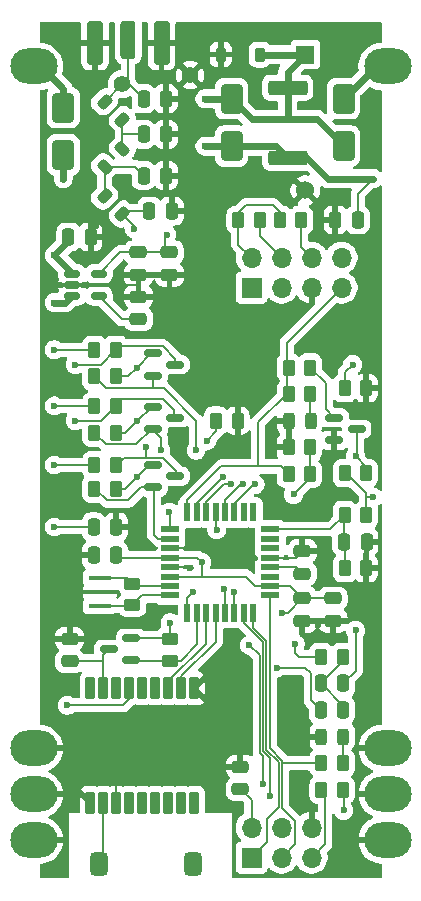
<source format=gbr>
%TF.GenerationSoftware,KiCad,Pcbnew,9.0.0*%
%TF.CreationDate,2025-04-10T21:29:29-05:00*%
%TF.ProjectId,ptSolar,7074536f-6c61-4722-9e6b-696361645f70,rev?*%
%TF.SameCoordinates,Original*%
%TF.FileFunction,Copper,L1,Top*%
%TF.FilePolarity,Positive*%
%FSLAX46Y46*%
G04 Gerber Fmt 4.6, Leading zero omitted, Abs format (unit mm)*
G04 Created by KiCad (PCBNEW 9.0.0) date 2025-04-10 21:29:29*
%MOMM*%
%LPD*%
G01*
G04 APERTURE LIST*
G04 Aperture macros list*
%AMRoundRect*
0 Rectangle with rounded corners*
0 $1 Rounding radius*
0 $2 $3 $4 $5 $6 $7 $8 $9 X,Y pos of 4 corners*
0 Add a 4 corners polygon primitive as box body*
4,1,4,$2,$3,$4,$5,$6,$7,$8,$9,$2,$3,0*
0 Add four circle primitives for the rounded corners*
1,1,$1+$1,$2,$3*
1,1,$1+$1,$4,$5*
1,1,$1+$1,$6,$7*
1,1,$1+$1,$8,$9*
0 Add four rect primitives between the rounded corners*
20,1,$1+$1,$2,$3,$4,$5,0*
20,1,$1+$1,$4,$5,$6,$7,0*
20,1,$1+$1,$6,$7,$8,$9,0*
20,1,$1+$1,$8,$9,$2,$3,0*%
G04 Aperture macros list end*
%TA.AperFunction,SMDPad,CuDef*%
%ADD10RoundRect,0.250000X-0.475000X0.250000X-0.475000X-0.250000X0.475000X-0.250000X0.475000X0.250000X0*%
%TD*%
%TA.AperFunction,SMDPad,CuDef*%
%ADD11RoundRect,0.250000X0.262500X0.450000X-0.262500X0.450000X-0.262500X-0.450000X0.262500X-0.450000X0*%
%TD*%
%TA.AperFunction,ComponentPad*%
%ADD12O,4.000000X3.000000*%
%TD*%
%TA.AperFunction,SMDPad,CuDef*%
%ADD13RoundRect,0.375000X0.375000X0.625000X-0.375000X0.625000X-0.375000X-0.625000X0.375000X-0.625000X0*%
%TD*%
%TA.AperFunction,SMDPad,CuDef*%
%ADD14RoundRect,0.250000X-0.262500X-0.450000X0.262500X-0.450000X0.262500X0.450000X-0.262500X0.450000X0*%
%TD*%
%TA.AperFunction,SMDPad,CuDef*%
%ADD15RoundRect,0.250000X0.475000X-0.250000X0.475000X0.250000X-0.475000X0.250000X-0.475000X-0.250000X0*%
%TD*%
%TA.AperFunction,SMDPad,CuDef*%
%ADD16RoundRect,0.243750X-0.243750X-0.456250X0.243750X-0.456250X0.243750X0.456250X-0.243750X0.456250X0*%
%TD*%
%TA.AperFunction,SMDPad,CuDef*%
%ADD17RoundRect,0.250000X-1.425000X0.362500X-1.425000X-0.362500X1.425000X-0.362500X1.425000X0.362500X0*%
%TD*%
%TA.AperFunction,SMDPad,CuDef*%
%ADD18RoundRect,0.250000X0.250000X0.475000X-0.250000X0.475000X-0.250000X-0.475000X0.250000X-0.475000X0*%
%TD*%
%TA.AperFunction,ComponentPad*%
%ADD19C,1.400000*%
%TD*%
%TA.AperFunction,SMDPad,CuDef*%
%ADD20RoundRect,0.150000X-0.587500X-0.150000X0.587500X-0.150000X0.587500X0.150000X-0.587500X0.150000X0*%
%TD*%
%TA.AperFunction,SMDPad,CuDef*%
%ADD21R,1.600000X0.550000*%
%TD*%
%TA.AperFunction,SMDPad,CuDef*%
%ADD22R,0.550000X1.600000*%
%TD*%
%TA.AperFunction,SMDPad,CuDef*%
%ADD23RoundRect,0.150000X-0.512500X-0.150000X0.512500X-0.150000X0.512500X0.150000X-0.512500X0.150000X0*%
%TD*%
%TA.AperFunction,SMDPad,CuDef*%
%ADD24RoundRect,0.250000X-0.250000X-0.475000X0.250000X-0.475000X0.250000X0.475000X-0.250000X0.475000X0*%
%TD*%
%TA.AperFunction,SMDPad,CuDef*%
%ADD25RoundRect,0.225000X0.225000X0.375000X-0.225000X0.375000X-0.225000X-0.375000X0.225000X-0.375000X0*%
%TD*%
%TA.AperFunction,SMDPad,CuDef*%
%ADD26RoundRect,0.150000X0.587500X0.150000X-0.587500X0.150000X-0.587500X-0.150000X0.587500X-0.150000X0*%
%TD*%
%TA.AperFunction,SMDPad,CuDef*%
%ADD27RoundRect,0.080000X0.320000X-0.820000X0.320000X0.820000X-0.320000X0.820000X-0.320000X-0.820000X0*%
%TD*%
%TA.AperFunction,SMDPad,CuDef*%
%ADD28RoundRect,0.218750X0.114905X-0.424264X0.424264X-0.114905X-0.114905X0.424264X-0.424264X0.114905X0*%
%TD*%
%TA.AperFunction,SMDPad,CuDef*%
%ADD29RoundRect,0.250000X-0.450000X0.262500X-0.450000X-0.262500X0.450000X-0.262500X0.450000X0.262500X0*%
%TD*%
%TA.AperFunction,SMDPad,CuDef*%
%ADD30RoundRect,0.250000X0.650000X-1.000000X0.650000X1.000000X-0.650000X1.000000X-0.650000X-1.000000X0*%
%TD*%
%TA.AperFunction,SMDPad,CuDef*%
%ADD31RoundRect,0.218750X0.424264X0.114905X0.114905X0.424264X-0.424264X-0.114905X-0.114905X-0.424264X0*%
%TD*%
%TA.AperFunction,SMDPad,CuDef*%
%ADD32RoundRect,0.250000X0.385000X1.350000X-0.385000X1.350000X-0.385000X-1.350000X0.385000X-1.350000X0*%
%TD*%
%TA.AperFunction,SMDPad,CuDef*%
%ADD33RoundRect,0.250000X0.425000X1.600000X-0.425000X1.600000X-0.425000X-1.600000X0.425000X-1.600000X0*%
%TD*%
%TA.AperFunction,SMDPad,CuDef*%
%ADD34R,1.900000X0.400000*%
%TD*%
%TA.AperFunction,ComponentPad*%
%ADD35R,1.700000X1.700000*%
%TD*%
%TA.AperFunction,ComponentPad*%
%ADD36O,1.700000X1.700000*%
%TD*%
%TA.AperFunction,ComponentPad*%
%ADD37R,1.524000X1.524000*%
%TD*%
%TA.AperFunction,ComponentPad*%
%ADD38C,1.524000*%
%TD*%
%TA.AperFunction,ViaPad*%
%ADD39C,0.600000*%
%TD*%
%TA.AperFunction,Conductor*%
%ADD40C,0.200000*%
%TD*%
%TA.AperFunction,Conductor*%
%ADD41C,0.600000*%
%TD*%
G04 APERTURE END LIST*
D10*
%TO.P,C12,1*%
%TO.N,+3.3V*%
X162600000Y-117050000D03*
%TO.P,C12,2*%
%TO.N,GND*%
X162600000Y-118950000D03*
%TD*%
D11*
%TO.P,R20,1*%
%TO.N,Net-(C15-Pad2)*%
X160662500Y-106500000D03*
%TO.P,R20,2*%
%TO.N,/DIG-PTT*%
X158837500Y-106500000D03*
%TD*%
D12*
%TO.P,PV1,1,V+*%
%TO.N,Net-(D1-A)*%
X137250000Y-72000000D03*
%TO.P,PV1,2,V-*%
%TO.N,GND*%
X137250000Y-129750000D03*
X137250000Y-133625000D03*
X137250000Y-137500000D03*
%TD*%
D13*
%TO.P,ANT1,1,RF*%
%TO.N,Net-(ANT1-RF)*%
X142750000Y-139500000D03*
%TO.P,ANT1,2*%
%TO.N,N/C*%
X150750000Y-139500000D03*
%TD*%
D14*
%TO.P,R17,1*%
%TO.N,/DIG-PTT*%
X158837500Y-97500000D03*
%TO.P,R17,2*%
%TO.N,Net-(Q4-B)*%
X160662500Y-97500000D03*
%TD*%
D11*
%TO.P,R7,1*%
%TO.N,+3.3V*%
X163432500Y-133250000D03*
%TO.P,R7,2*%
%TO.N,/RESET*%
X161607500Y-133250000D03*
%TD*%
D14*
%TO.P,R12,1*%
%TO.N,Net-(Q2-S)*%
X142385974Y-103001526D03*
%TO.P,R12,2*%
%TO.N,+3.3V*%
X144210974Y-103001526D03*
%TD*%
D15*
%TO.P,C7,1*%
%TO.N,Net-(U1-BP)*%
X146125000Y-93400000D03*
%TO.P,C7,2*%
%TO.N,GND*%
X146125000Y-91500000D03*
%TD*%
D16*
%TO.P,D5,1,K*%
%TO.N,GND*%
X158832500Y-102000000D03*
%TO.P,D5,2,A*%
%TO.N,Net-(D5-A)*%
X160707500Y-102000000D03*
%TD*%
D17*
%TO.P,R1,1*%
%TO.N,Net-(D1-K)*%
X158750000Y-73810000D03*
%TO.P,R1,2*%
%TO.N,+BATT*%
X158750000Y-79735000D03*
%TD*%
D14*
%TO.P,R10,1*%
%TO.N,Net-(Q1-S)*%
X142385974Y-107753052D03*
%TO.P,R10,2*%
%TO.N,+3.3V*%
X144210974Y-107753052D03*
%TD*%
D18*
%TO.P,C16,1*%
%TO.N,GND*%
X148950000Y-84250000D03*
%TO.P,C16,2*%
%TO.N,Net-(U3-ANTENNA)*%
X147050000Y-84250000D03*
%TD*%
%TO.P,C14,1*%
%TO.N,Net-(C14-Pad1)*%
X163450000Y-126500000D03*
%TO.P,C14,2*%
%TO.N,Net-(U3-MIC-IN)*%
X161550000Y-126500000D03*
%TD*%
D14*
%TO.P,R21,1*%
%TO.N,GND*%
X158837500Y-104250000D03*
%TO.P,R21,2*%
%TO.N,Net-(C15-Pad2)*%
X160662500Y-104250000D03*
%TD*%
D19*
%TO.P,ANT2b1,1,Pin_1*%
%TO.N,GND*%
X150500000Y-72750000D03*
%TD*%
D14*
%TO.P,R9,1*%
%TO.N,+3.3V*%
X158087500Y-85000000D03*
%TO.P,R9,2*%
%TO.N,/SDA*%
X159912500Y-85000000D03*
%TD*%
D20*
%TO.P,Q2,1,G*%
%TO.N,+3.3V*%
X147375000Y-100801526D03*
%TO.P,Q2,2,S*%
%TO.N,Net-(Q2-S)*%
X147375000Y-102701526D03*
%TO.P,Q2,3,D*%
%TO.N,Net-(Q2-D)*%
X149250000Y-101751526D03*
%TD*%
D21*
%TO.P,U2,1,PD3*%
%TO.N,Net-(U2-PD3)*%
X148800000Y-111200000D03*
%TO.P,U2,2,PD4*%
%TO.N,Net-(Q1-S)*%
X148800000Y-112000000D03*
%TO.P,U2,3,GND*%
%TO.N,GND*%
X148800000Y-112800000D03*
%TO.P,U2,4,VCC*%
%TO.N,+3.3V*%
X148800000Y-113600000D03*
%TO.P,U2,5,GND*%
%TO.N,GND*%
X148800000Y-114400000D03*
%TO.P,U2,6,VCC*%
%TO.N,+3.3V*%
X148800000Y-115200000D03*
%TO.P,U2,7,XTAL1/PB6*%
%TO.N,Net-(U2-XTAL1{slash}PB6)*%
X148800000Y-116000000D03*
%TO.P,U2,8,XTAL2/PB7*%
%TO.N,Net-(U2-XTAL2{slash}PB7)*%
X148800000Y-116800000D03*
D22*
%TO.P,U2,9,PD5*%
%TO.N,Net-(J2-Pin_8)*%
X150250000Y-118250000D03*
%TO.P,U2,10,PD6*%
%TO.N,/GPS-EN*%
X151050000Y-118250000D03*
%TO.P,U2,11,PD7*%
%TO.N,/GPS-TX*%
X151850000Y-118250000D03*
%TO.P,U2,12,PB0*%
%TO.N,/GPS-RX*%
X152650000Y-118250000D03*
%TO.P,U2,13,PB1*%
%TO.N,Net-(Q2-S)*%
X153450000Y-118250000D03*
%TO.P,U2,14,PB2*%
%TO.N,Net-(Q3-S)*%
X154250000Y-118250000D03*
%TO.P,U2,15,PB3*%
%TO.N,/MOSI*%
X155050000Y-118250000D03*
%TO.P,U2,16,PB4*%
%TO.N,/MISO*%
X155850000Y-118250000D03*
D21*
%TO.P,U2,17,PB5*%
%TO.N,/SCK*%
X157300000Y-116800000D03*
%TO.P,U2,18,AVCC*%
%TO.N,+3.3V*%
X157300000Y-116000000D03*
%TO.P,U2,19,ADC6*%
%TO.N,unconnected-(U2-ADC6-Pad19)*%
X157300000Y-115200000D03*
%TO.P,U2,20,AREF*%
%TO.N,Net-(U2-AREF)*%
X157300000Y-114400000D03*
%TO.P,U2,21,GND*%
%TO.N,GND*%
X157300000Y-113600000D03*
%TO.P,U2,22,ADC7*%
%TO.N,unconnected-(U2-ADC7-Pad22)*%
X157300000Y-112800000D03*
%TO.P,U2,23,PC0*%
%TO.N,unconnected-(U2-PC0-Pad23)*%
X157300000Y-112000000D03*
%TO.P,U2,24,PC1*%
%TO.N,/BATT-SENSE*%
X157300000Y-111200000D03*
D22*
%TO.P,U2,25,PC2*%
%TO.N,unconnected-(U2-PC2-Pad25)*%
X155850000Y-109750000D03*
%TO.P,U2,26,PC3*%
%TO.N,unconnected-(U2-PC3-Pad26)*%
X155050000Y-109750000D03*
%TO.P,U2,27,PC4*%
%TO.N,/SDA*%
X154250000Y-109750000D03*
%TO.P,U2,28,PC5*%
%TO.N,/SCL*%
X153450000Y-109750000D03*
%TO.P,U2,29,~{RESET}/PC6*%
%TO.N,/RESET*%
X152650000Y-109750000D03*
%TO.P,U2,30,PD0*%
%TO.N,Net-(J2-Pin_1)*%
X151850000Y-109750000D03*
%TO.P,U2,31,PD1*%
%TO.N,Net-(J2-Pin_3)*%
X151050000Y-109750000D03*
%TO.P,U2,32,PD2*%
%TO.N,/DIG-PTT*%
X150250000Y-109750000D03*
%TD*%
D11*
%TO.P,R11,1*%
%TO.N,Net-(Q1-D)*%
X144210974Y-105753052D03*
%TO.P,R11,2*%
%TO.N,+BATT*%
X142385974Y-105753052D03*
%TD*%
D23*
%TO.P,U1,1,IN*%
%TO.N,+BATT*%
X140487500Y-89550000D03*
%TO.P,U1,2,GND*%
%TO.N,GND*%
X140487500Y-90500000D03*
%TO.P,U1,3,EN*%
%TO.N,+BATT*%
X140487500Y-91450000D03*
%TO.P,U1,4,BP*%
%TO.N,Net-(U1-BP)*%
X142762500Y-91450000D03*
%TO.P,U1,5,OUT*%
%TO.N,+3.3V*%
X142762500Y-89550000D03*
%TD*%
D24*
%TO.P,C2,1*%
%TO.N,/BATT-SENSE*%
X163530000Y-112250000D03*
%TO.P,C2,2*%
%TO.N,GND*%
X165430000Y-112250000D03*
%TD*%
D10*
%TO.P,C11,1*%
%TO.N,+3.3V*%
X160000000Y-117050000D03*
%TO.P,C11,2*%
%TO.N,GND*%
X160000000Y-118950000D03*
%TD*%
D11*
%TO.P,R22,1*%
%TO.N,GND*%
X154512500Y-102000000D03*
%TO.P,R22,2*%
%TO.N,Net-(Q1-D)*%
X152687500Y-102000000D03*
%TD*%
D25*
%TO.P,D3,1,K*%
%TO.N,Net-(D1-K)*%
X156400000Y-71000000D03*
%TO.P,D3,2,A*%
%TO.N,GND*%
X153100000Y-71000000D03*
%TD*%
D15*
%TO.P,C5,1*%
%TO.N,+BATT*%
X154750000Y-133200000D03*
%TO.P,C5,2*%
%TO.N,GND*%
X154750000Y-131300000D03*
%TD*%
D26*
%TO.P,Q5,1,G*%
%TO.N,/GPS-EN*%
X145500000Y-122300000D03*
%TO.P,Q5,2,S*%
%TO.N,+3.3V*%
X145500000Y-120400000D03*
%TO.P,Q5,3,D*%
%TO.N,Net-(Q5-D)*%
X143625000Y-121350000D03*
%TD*%
D18*
%TO.P,C10,1*%
%TO.N,+3.3V*%
X144250000Y-113400000D03*
%TO.P,C10,2*%
%TO.N,GND*%
X142350000Y-113400000D03*
%TD*%
D14*
%TO.P,R2,1*%
%TO.N,/BATT-SENSE*%
X163587500Y-109970000D03*
%TO.P,R2,2*%
%TO.N,+BATT*%
X165412500Y-109970000D03*
%TD*%
D10*
%TO.P,C8,1*%
%TO.N,+3.3V*%
X146125000Y-87750000D03*
%TO.P,C8,2*%
%TO.N,GND*%
X146125000Y-89650000D03*
%TD*%
D27*
%TO.P,U4,1,GND*%
%TO.N,GND*%
X150850000Y-124650000D03*
%TO.P,U4,2,TXD*%
%TO.N,/GPS-RX*%
X149750000Y-124650000D03*
%TO.P,U4,3,RXD*%
%TO.N,/GPS-TX*%
X148650000Y-124650000D03*
%TO.P,U4,4,1PPS*%
%TO.N,unconnected-(U4-1PPS-Pad4)*%
X147550000Y-124650000D03*
%TO.P,U4,5,ON/OFF*%
%TO.N,unconnected-(U4-ON{slash}OFF-Pad5)*%
X146450000Y-124650000D03*
%TO.P,U4,6,VBATT*%
%TO.N,+3.3V*%
X145350000Y-124650000D03*
%TO.P,U4,7,NC*%
%TO.N,unconnected-(U4-NC-Pad7)*%
X144250000Y-124650000D03*
%TO.P,U4,8,VCC*%
%TO.N,Net-(Q5-D)*%
X143150000Y-124650000D03*
%TO.P,U4,9,NRESET*%
%TO.N,unconnected-(U4-NRESET-Pad9)*%
X142050000Y-124650000D03*
%TO.P,U4,10,GND*%
%TO.N,GND*%
X142050000Y-134350000D03*
%TO.P,U4,11,RF_IN*%
%TO.N,Net-(ANT1-RF)*%
X143150000Y-134350000D03*
%TO.P,U4,12,GND*%
%TO.N,GND*%
X144250000Y-134350000D03*
%TO.P,U4,13,NC*%
%TO.N,unconnected-(U4-NC-Pad13)*%
X145350000Y-134350000D03*
%TO.P,U4,14,VCC_RF*%
%TO.N,unconnected-(U4-VCC_RF-Pad14)*%
X146450000Y-134350000D03*
%TO.P,U4,15,RESERVED*%
%TO.N,unconnected-(U4-RESERVED-Pad15)*%
X147550000Y-134350000D03*
%TO.P,U4,16,SDA*%
%TO.N,unconnected-(U4-SDA-Pad16)*%
X148650000Y-134350000D03*
%TO.P,U4,17,SCL*%
%TO.N,unconnected-(U4-SCL-Pad17)*%
X149750000Y-134350000D03*
%TO.P,U4,18,RESERVED*%
%TO.N,unconnected-(U4-RESERVED-Pad18)*%
X150850000Y-134350000D03*
%TD*%
D28*
%TO.P,L2,1,1*%
%TO.N,Net-(C17-Pad2)*%
X143248699Y-80501301D03*
%TO.P,L2,2,2*%
%TO.N,Net-(C18-Pad2)*%
X144751301Y-78998699D03*
%TD*%
D12*
%TO.P,JPV2,1,V+*%
%TO.N,Net-(D2-A)*%
X167250000Y-72000000D03*
%TO.P,JPV2,2,V-*%
%TO.N,GND*%
X167250000Y-129750000D03*
X167250000Y-133625000D03*
X167250000Y-137500000D03*
%TD*%
D29*
%TO.P,R23,1*%
%TO.N,+3.3V*%
X148800000Y-120487500D03*
%TO.P,R23,2*%
%TO.N,/GPS-EN*%
X148800000Y-122312500D03*
%TD*%
D19*
%TO.P,ANT2a1,1,Pin_1*%
%TO.N,Net-(ANT2-In)*%
X144750000Y-73500000D03*
%TD*%
D18*
%TO.P,C18,1*%
%TO.N,GND*%
X148450000Y-77750000D03*
%TO.P,C18,2*%
%TO.N,Net-(C18-Pad2)*%
X146550000Y-77750000D03*
%TD*%
D29*
%TO.P,R6,1*%
%TO.N,Net-(U2-XTAL1{slash}PB6)*%
X145600000Y-115787500D03*
%TO.P,R6,2*%
%TO.N,Net-(U2-XTAL2{slash}PB7)*%
X145600000Y-117612500D03*
%TD*%
D30*
%TO.P,D1,1,K*%
%TO.N,Net-(D1-K)*%
X139750000Y-79500000D03*
%TO.P,D1,2,A*%
%TO.N,Net-(D1-A)*%
X139750000Y-75500000D03*
%TD*%
D18*
%TO.P,C19,1*%
%TO.N,GND*%
X148450000Y-74750000D03*
%TO.P,C19,2*%
%TO.N,Net-(ANT2-In)*%
X146550000Y-74750000D03*
%TD*%
D14*
%TO.P,R4,1*%
%TO.N,/DIG-PTT*%
X158837500Y-99727500D03*
%TO.P,R4,2*%
%TO.N,Net-(D5-A)*%
X160662500Y-99727500D03*
%TD*%
D11*
%TO.P,R3,1*%
%TO.N,GND*%
X165412500Y-114500000D03*
%TO.P,R3,2*%
%TO.N,/BATT-SENSE*%
X163587500Y-114500000D03*
%TD*%
%TO.P,R19,1*%
%TO.N,GND*%
X165412500Y-99250000D03*
%TO.P,R19,2*%
%TO.N,Net-(U3-HIGH{slash}LOW)*%
X163587500Y-99250000D03*
%TD*%
D10*
%TO.P,C9,1*%
%TO.N,+3.3V*%
X148750000Y-87750000D03*
%TO.P,C9,2*%
%TO.N,GND*%
X148750000Y-89650000D03*
%TD*%
D15*
%TO.P,C13,1*%
%TO.N,Net-(U2-AREF)*%
X160000000Y-114950000D03*
%TO.P,C13,2*%
%TO.N,GND*%
X160000000Y-113050000D03*
%TD*%
D20*
%TO.P,Q4,1,B*%
%TO.N,Net-(Q4-B)*%
X162712500Y-101756250D03*
%TO.P,Q4,2,E*%
%TO.N,GND*%
X162712500Y-103656250D03*
%TO.P,Q4,3,C*%
%TO.N,Net-(Q4-C)*%
X164587500Y-102706250D03*
%TD*%
D24*
%TO.P,C6,1*%
%TO.N,+BATT*%
X140175000Y-86450000D03*
%TO.P,C6,2*%
%TO.N,GND*%
X142075000Y-86450000D03*
%TD*%
%TO.P,C15,1*%
%TO.N,Net-(C14-Pad1)*%
X161550000Y-124250000D03*
%TO.P,C15,2*%
%TO.N,Net-(C15-Pad2)*%
X163450000Y-124250000D03*
%TD*%
D11*
%TO.P,R13,1*%
%TO.N,Net-(Q2-D)*%
X144210974Y-100751526D03*
%TO.P,R13,2*%
%TO.N,+BATT*%
X142385974Y-100751526D03*
%TD*%
D31*
%TO.P,L1,1,1*%
%TO.N,Net-(U3-ANTENNA)*%
X144751301Y-84501301D03*
%TO.P,L1,2,2*%
%TO.N,Net-(C17-Pad2)*%
X143248699Y-82998699D03*
%TD*%
D32*
%TO.P,ANT2,1,In*%
%TO.N,Net-(ANT2-In)*%
X145250000Y-69750000D03*
D33*
%TO.P,ANT2,2,Ext*%
%TO.N,GND*%
X142425000Y-70000000D03*
X148075000Y-70000000D03*
%TD*%
D34*
%TO.P,Y1,1,1*%
%TO.N,Net-(U2-XTAL2{slash}PB7)*%
X142850000Y-117700000D03*
%TO.P,Y1,2,2*%
%TO.N,GND*%
X142850000Y-116500000D03*
%TO.P,Y1,3,3*%
%TO.N,Net-(U2-XTAL1{slash}PB6)*%
X142850000Y-115300000D03*
%TD*%
D31*
%TO.P,L3,1,1*%
%TO.N,Net-(C18-Pad2)*%
X144751301Y-76501301D03*
%TO.P,L3,2,2*%
%TO.N,Net-(ANT2-In)*%
X143248699Y-74998699D03*
%TD*%
D18*
%TO.P,C4,1*%
%TO.N,+BATT*%
X164700000Y-85000000D03*
%TO.P,C4,2*%
%TO.N,GND*%
X162800000Y-85000000D03*
%TD*%
D14*
%TO.P,R5,1*%
%TO.N,/SCK*%
X161607500Y-131000000D03*
%TO.P,R5,2*%
%TO.N,Net-(D6-A)*%
X163432500Y-131000000D03*
%TD*%
D35*
%TO.P,J1,1,Pin_1*%
%TO.N,/MISO*%
X155700000Y-139000000D03*
D36*
%TO.P,J1,2,Pin_2*%
%TO.N,+BATT*%
X155700000Y-136460000D03*
%TO.P,J1,3,Pin_3*%
%TO.N,/SCK*%
X158240000Y-139000000D03*
%TO.P,J1,4,Pin_4*%
%TO.N,/MOSI*%
X158240000Y-136460000D03*
%TO.P,J1,5,Pin_5*%
%TO.N,/RESET*%
X160780000Y-139000000D03*
%TO.P,J1,6,Pin_6*%
%TO.N,GND*%
X160780000Y-136460000D03*
%TD*%
D16*
%TO.P,D6,1,K*%
%TO.N,GND*%
X161602500Y-128750000D03*
%TO.P,D6,2,A*%
%TO.N,Net-(D6-A)*%
X163477500Y-128750000D03*
%TD*%
D14*
%TO.P,R16,1*%
%TO.N,Net-(U2-PD3)*%
X161587500Y-122000000D03*
%TO.P,R16,2*%
%TO.N,Net-(C14-Pad1)*%
X163412500Y-122000000D03*
%TD*%
D30*
%TO.P,D2,1,K*%
%TO.N,Net-(D1-K)*%
X163500000Y-78750000D03*
%TO.P,D2,2,A*%
%TO.N,Net-(D2-A)*%
X163500000Y-74750000D03*
%TD*%
D14*
%TO.P,R14,1*%
%TO.N,Net-(Q3-S)*%
X142385974Y-98250000D03*
%TO.P,R14,2*%
%TO.N,+3.3V*%
X144210974Y-98250000D03*
%TD*%
D20*
%TO.P,Q3,1,G*%
%TO.N,+3.3V*%
X147375000Y-96300000D03*
%TO.P,Q3,2,S*%
%TO.N,Net-(Q3-S)*%
X147375000Y-98200000D03*
%TO.P,Q3,3,D*%
%TO.N,Net-(Q3-D)*%
X149250000Y-97250000D03*
%TD*%
D14*
%TO.P,R8,1*%
%TO.N,+3.3V*%
X154587500Y-85000000D03*
%TO.P,R8,2*%
%TO.N,/SCL*%
X156412500Y-85000000D03*
%TD*%
D11*
%TO.P,R18,1*%
%TO.N,Net-(Q4-C)*%
X165412500Y-106456250D03*
%TO.P,R18,2*%
%TO.N,+BATT*%
X163587500Y-106456250D03*
%TD*%
D24*
%TO.P,C3,1*%
%TO.N,+BATT*%
X142328474Y-111000000D03*
%TO.P,C3,2*%
%TO.N,GND*%
X144228474Y-111000000D03*
%TD*%
D30*
%TO.P,D4,1,K*%
%TO.N,+BATT*%
X154000000Y-78750000D03*
%TO.P,D4,2,A*%
%TO.N,Net-(D1-K)*%
X154000000Y-74750000D03*
%TD*%
D20*
%TO.P,Q1,1,G*%
%TO.N,+3.3V*%
X147375000Y-105753052D03*
%TO.P,Q1,2,S*%
%TO.N,Net-(Q1-S)*%
X147375000Y-107653052D03*
%TO.P,Q1,3,D*%
%TO.N,Net-(Q1-D)*%
X149250000Y-106703052D03*
%TD*%
D18*
%TO.P,C17,1*%
%TO.N,GND*%
X148450000Y-81250000D03*
%TO.P,C17,2*%
%TO.N,Net-(C17-Pad2)*%
X146550000Y-81250000D03*
%TD*%
D11*
%TO.P,R15,1*%
%TO.N,Net-(Q3-D)*%
X144210974Y-96000000D03*
%TO.P,R15,2*%
%TO.N,+BATT*%
X142385974Y-96000000D03*
%TD*%
D35*
%TO.P,J2,1,Pin_1*%
%TO.N,Net-(J2-Pin_1)*%
X155700000Y-90740000D03*
D36*
%TO.P,J2,2,Pin_2*%
%TO.N,+3.3V*%
X155700000Y-88200000D03*
%TO.P,J2,3,Pin_3*%
%TO.N,Net-(J2-Pin_3)*%
X158240000Y-90740000D03*
%TO.P,J2,4,Pin_4*%
%TO.N,/SCL*%
X158240000Y-88200000D03*
%TO.P,J2,5,Pin_5*%
%TO.N,GND*%
X160780000Y-90740000D03*
%TO.P,J2,6,Pin_6*%
%TO.N,/SDA*%
X160780000Y-88200000D03*
%TO.P,J2,7,Pin_7*%
%TO.N,/DIG-PTT*%
X163320000Y-90740000D03*
%TO.P,J2,8,Pin_8*%
%TO.N,Net-(J2-Pin_8)*%
X163320000Y-88200000D03*
%TD*%
D15*
%TO.P,C20,1*%
%TO.N,Net-(Q5-D)*%
X140300000Y-122350000D03*
%TO.P,C20,2*%
%TO.N,GND*%
X140300000Y-120450000D03*
%TD*%
D37*
%TO.P,C1,1*%
%TO.N,Net-(D1-K)*%
X160250000Y-71000000D03*
D38*
%TO.P,C1,2*%
%TO.N,GND*%
X160250000Y-82500000D03*
%TD*%
D39*
%TO.N,GND*%
X159400000Y-123800000D03*
%TO.N,+3.3V*%
X140100000Y-126100000D03*
%TO.N,+BATT*%
X139000000Y-105750000D03*
X139000000Y-96000000D03*
X151750000Y-78750000D03*
X166000000Y-81500000D03*
X139000000Y-100750000D03*
X166000000Y-108500000D03*
X139000000Y-111000000D03*
X139000000Y-92000000D03*
X139000000Y-88000000D03*
%TO.N,GND*%
X151000000Y-85000000D03*
X151000000Y-81500000D03*
X142500000Y-85500000D03*
X165250000Y-69000000D03*
X161300000Y-119300000D03*
X147000000Y-118900000D03*
X153000000Y-131250000D03*
X140750000Y-94000000D03*
X139750000Y-69000000D03*
X165750000Y-77000000D03*
X144250000Y-90500000D03*
X151250000Y-92500000D03*
X157250000Y-103250000D03*
X151750000Y-69000000D03*
X151250000Y-89750000D03*
X160000000Y-109500000D03*
X157750000Y-109500000D03*
X162750000Y-96360000D03*
X155250000Y-113250000D03*
X150500000Y-114500000D03*
X164500000Y-93250000D03*
X151000000Y-76750000D03*
X138700000Y-119400000D03*
X156000000Y-93250000D03*
X150500000Y-112750000D03*
X139000000Y-113750000D03*
X153000000Y-123250000D03*
%TO.N,/RESET*%
X156650000Y-132750000D03*
X152750000Y-111250000D03*
X155500000Y-121000000D03*
%TO.N,/MOSI*%
X157250000Y-133750000D03*
%TO.N,/SCL*%
X155000000Y-107400000D03*
%TO.N,/SDA*%
X156000000Y-107400000D03*
%TO.N,+3.3V*%
X148800000Y-119100000D03*
X163500000Y-135000000D03*
X151500000Y-114000000D03*
X158250000Y-118250000D03*
X148531250Y-86250000D03*
X146000000Y-106750000D03*
X146000000Y-97500000D03*
X146000000Y-102000000D03*
%TO.N,Net-(D1-K)*%
X139750000Y-81500000D03*
X151750000Y-74750000D03*
%TO.N,Net-(Q1-D)*%
X151900000Y-103700000D03*
X146750000Y-104250000D03*
%TO.N,Net-(Q3-D)*%
X140750000Y-97250000D03*
%TO.N,Net-(Q3-S)*%
X154250000Y-116500000D03*
X151000000Y-104500000D03*
%TO.N,Net-(U2-PD3)*%
X148750000Y-109750000D03*
X159400000Y-120900000D03*
%TO.N,Net-(U3-MIC-IN)*%
X157850000Y-122900000D03*
%TO.N,Net-(U3-ANTENNA)*%
X145750000Y-85750000D03*
%TO.N,Net-(J2-Pin_1)*%
X153925735Y-107400000D03*
%TO.N,Net-(J2-Pin_8)*%
X150750000Y-116500000D03*
%TO.N,Net-(J2-Pin_3)*%
X153250000Y-106750000D03*
%TO.N,Net-(Q2-D)*%
X140750000Y-102000000D03*
%TO.N,Net-(Q2-S)*%
X148000000Y-104500000D03*
X153350000Y-116250000D03*
%TO.N,Net-(Q4-C)*%
X164500000Y-105000000D03*
%TO.N,Net-(U3-HIGH{slash}LOW)*%
X164250000Y-97250000D03*
%TO.N,Net-(C15-Pad2)*%
X159250000Y-108250000D03*
X164500000Y-119750000D03*
%TD*%
D40*
%TO.N,/SDA*%
X155900000Y-107400000D02*
X156000000Y-107400000D01*
X154250000Y-109050000D02*
X155900000Y-107400000D01*
X154250000Y-109750000D02*
X154250000Y-109050000D01*
%TO.N,Net-(U3-MIC-IN)*%
X160700000Y-125650000D02*
X161550000Y-126500000D01*
X160700000Y-123400000D02*
X160700000Y-125650000D01*
X160200000Y-122900000D02*
X160700000Y-123400000D01*
X157850000Y-122900000D02*
X160200000Y-122900000D01*
%TO.N,Net-(U2-PD3)*%
X159750000Y-122000000D02*
X161587500Y-122000000D01*
X159400000Y-121650000D02*
X159750000Y-122000000D01*
X159400000Y-120900000D02*
X159400000Y-121650000D01*
%TO.N,+3.3V*%
X144800000Y-126100000D02*
X140100000Y-126100000D01*
X145350000Y-125550000D02*
X144800000Y-126100000D01*
X145350000Y-124650000D02*
X145350000Y-125550000D01*
X148712500Y-120400000D02*
X148800000Y-120487500D01*
X145500000Y-120400000D02*
X148712500Y-120400000D01*
%TO.N,Net-(Q5-D)*%
X140700000Y-122350000D02*
X143100000Y-122350000D01*
X143150000Y-122300000D02*
X143150000Y-124650000D01*
X143100000Y-122350000D02*
X143150000Y-122300000D01*
X143150000Y-121825000D02*
X143150000Y-122300000D01*
X143625000Y-121350000D02*
X143150000Y-121825000D01*
%TO.N,/GPS-EN*%
X145512500Y-122312500D02*
X145500000Y-122300000D01*
X148800000Y-122312500D02*
X145512500Y-122312500D01*
%TO.N,+3.3V*%
X160000000Y-117050000D02*
X162600000Y-117050000D01*
%TO.N,+BATT*%
X164700000Y-82800000D02*
X166000000Y-81500000D01*
X142385974Y-100751526D02*
X139001526Y-100751526D01*
X154750000Y-133200000D02*
X155700000Y-134150000D01*
X142550000Y-111000000D02*
X139000000Y-111000000D01*
D41*
X166000000Y-81500000D02*
X162190000Y-81500000D01*
X140175000Y-86825000D02*
X140175000Y-86450000D01*
X154000000Y-78750000D02*
X157765000Y-78750000D01*
X139937500Y-92000000D02*
X140487500Y-91450000D01*
X157765000Y-78750000D02*
X158750000Y-79735000D01*
D40*
X164700000Y-85000000D02*
X164700000Y-82800000D01*
X139003052Y-105753052D02*
X139000000Y-105750000D01*
D41*
X139000000Y-92000000D02*
X139937500Y-92000000D01*
X154000000Y-78750000D02*
X151750000Y-78750000D01*
D40*
X165412500Y-108500000D02*
X165412500Y-108162500D01*
D41*
X140487500Y-89487500D02*
X139000000Y-88000000D01*
D40*
X163706250Y-106456250D02*
X163587500Y-106456250D01*
X155700000Y-134150000D02*
X155700000Y-136460000D01*
X139001526Y-100751526D02*
X139000000Y-100750000D01*
X165412500Y-108162500D02*
X163706250Y-106456250D01*
D41*
X140487500Y-89550000D02*
X140487500Y-89487500D01*
X160425000Y-79735000D02*
X158750000Y-79735000D01*
D40*
X166000000Y-108500000D02*
X165412500Y-108500000D01*
X165412500Y-109970000D02*
X165412500Y-108500000D01*
D41*
X139000000Y-88000000D02*
X140175000Y-86825000D01*
D40*
X142337500Y-96000000D02*
X139000000Y-96000000D01*
X142462500Y-105753052D02*
X139003052Y-105753052D01*
D41*
X162190000Y-81500000D02*
X160425000Y-79735000D01*
D40*
%TO.N,GND*%
X165430000Y-112485000D02*
X165430000Y-112900000D01*
X150400000Y-114400000D02*
X150500000Y-114500000D01*
X159450000Y-113600000D02*
X160000000Y-113050000D01*
X146125000Y-89650000D02*
X148375000Y-89650000D01*
X144250000Y-130750000D02*
X144250000Y-134350000D01*
X165412500Y-112467500D02*
X165430000Y-112485000D01*
X146075000Y-90500000D02*
X146125000Y-90450000D01*
X150450000Y-112800000D02*
X150500000Y-112750000D01*
X165430000Y-112900000D02*
X165412500Y-112917500D01*
X148800000Y-114400000D02*
X150400000Y-114400000D01*
X140487500Y-90500000D02*
X144250000Y-90500000D01*
X146125000Y-90550000D02*
X146075000Y-90500000D01*
X146125000Y-91500000D02*
X146125000Y-90550000D01*
X146125000Y-90450000D02*
X146125000Y-89650000D01*
X144250000Y-90500000D02*
X146075000Y-90500000D01*
X148800000Y-112800000D02*
X150450000Y-112800000D01*
X157300000Y-113600000D02*
X159450000Y-113600000D01*
%TO.N,/RESET*%
X161587500Y-133250000D02*
X161930000Y-133592500D01*
X156650000Y-130400000D02*
X156380000Y-130130000D01*
X156650000Y-132750000D02*
X156650000Y-130400000D01*
X161930000Y-133592500D02*
X161930000Y-137850000D01*
X156380000Y-130130000D02*
X156380000Y-121880000D01*
X156380000Y-121880000D02*
X155500000Y-121000000D01*
X161930000Y-137850000D02*
X160780000Y-139000000D01*
X152650000Y-109750000D02*
X152650000Y-111150000D01*
X152650000Y-111150000D02*
X152750000Y-111250000D01*
%TO.N,/MOSI*%
X157250000Y-133750000D02*
X157250000Y-130570244D01*
X155050000Y-119125000D02*
X155050000Y-118250000D01*
X156670000Y-129990244D02*
X156670000Y-120745000D01*
X156670000Y-120745000D02*
X155050000Y-119125000D01*
X157250000Y-130570244D02*
X156670000Y-129990244D01*
%TO.N,/SCK*%
X161587500Y-131000000D02*
X158290000Y-131000000D01*
X158290000Y-130790000D02*
X157250000Y-129750000D01*
X158290000Y-134810031D02*
X158290000Y-131000000D01*
X159390000Y-137850000D02*
X159390000Y-135910031D01*
X157250000Y-129750000D02*
X157250000Y-116850000D01*
X157250000Y-116850000D02*
X157300000Y-116800000D01*
X159390000Y-135910031D02*
X158290000Y-134810031D01*
X158240000Y-139000000D02*
X159390000Y-137850000D01*
X158290000Y-131000000D02*
X158290000Y-130790000D01*
%TO.N,/MISO*%
X156960000Y-120624878D02*
X156960000Y-129870122D01*
X157000000Y-135750000D02*
X157000000Y-137700000D01*
X157000000Y-137700000D02*
X155700000Y-139000000D01*
X156960000Y-129870122D02*
X158000000Y-130910122D01*
X158000000Y-130910122D02*
X158000000Y-134750000D01*
X158000000Y-134750000D02*
X157000000Y-135750000D01*
X155850000Y-118250000D02*
X155850000Y-119514878D01*
X155850000Y-119514878D02*
X156960000Y-120624878D01*
%TO.N,/SCL*%
X156412500Y-85000000D02*
X156412500Y-86372500D01*
X156412500Y-86372500D02*
X158240000Y-88200000D01*
X154800000Y-107400000D02*
X155000000Y-107400000D01*
X153450000Y-108750000D02*
X154800000Y-107400000D01*
X153450000Y-109750000D02*
X153450000Y-108750000D01*
%TO.N,/SDA*%
X159912500Y-85000000D02*
X159912500Y-87332500D01*
X159912500Y-87332500D02*
X160780000Y-88200000D01*
X161087500Y-87892500D02*
X160780000Y-88200000D01*
%TO.N,+3.3V*%
X154587500Y-87087500D02*
X155700000Y-88200000D01*
X148800000Y-120487500D02*
X148800000Y-119100000D01*
X156025000Y-116000000D02*
X157300000Y-116000000D01*
X158087500Y-84337500D02*
X157500000Y-83750000D01*
X146000000Y-106750000D02*
X144996948Y-107753052D01*
X155250000Y-83750000D02*
X154587500Y-84412500D01*
X146037500Y-102000000D02*
X147235974Y-100801526D01*
X151100000Y-113600000D02*
X148800000Y-113600000D01*
X144996948Y-107753052D02*
X144287500Y-107753052D01*
X144210974Y-103001526D02*
X144998474Y-103001526D01*
X146996948Y-105753052D02*
X147342930Y-105753052D01*
X158800000Y-118250000D02*
X160000000Y-117050000D01*
X154587500Y-84412500D02*
X154587500Y-85000000D01*
X146000000Y-102000000D02*
X146037500Y-102000000D01*
X146125000Y-87750000D02*
X144562500Y-87750000D01*
X160000000Y-117050000D02*
X158950000Y-116000000D01*
X146000000Y-106750000D02*
X146996948Y-105753052D01*
X148375000Y-87750000D02*
X148375000Y-86406250D01*
X158087500Y-85000000D02*
X158087500Y-84337500D01*
X146125000Y-87750000D02*
X148375000Y-87750000D01*
X163500000Y-133337500D02*
X163412500Y-133250000D01*
X143325000Y-89550000D02*
X142762500Y-89550000D01*
X144562500Y-87750000D02*
X142762500Y-89550000D01*
X145250000Y-98250000D02*
X146000000Y-97500000D01*
X144998474Y-103001526D02*
X146000000Y-102000000D01*
X158250000Y-118250000D02*
X158800000Y-118250000D01*
X151500000Y-114000000D02*
X151500000Y-115200000D01*
X144162500Y-98250000D02*
X145250000Y-98250000D01*
X144210974Y-103001526D02*
X144210974Y-102764026D01*
X151500000Y-114000000D02*
X151100000Y-113600000D01*
X147200000Y-96300000D02*
X146000000Y-97500000D01*
X148375000Y-86406250D02*
X148531250Y-86250000D01*
X163500000Y-135000000D02*
X163500000Y-133337500D01*
X154587500Y-85000000D02*
X154587500Y-87087500D01*
X157500000Y-83750000D02*
X155250000Y-83750000D01*
X144450000Y-113600000D02*
X144250000Y-113400000D01*
X155225000Y-115200000D02*
X156025000Y-116000000D01*
X147342930Y-105753052D02*
X147390215Y-105800337D01*
X148800000Y-113600000D02*
X144450000Y-113600000D01*
X147375000Y-96300000D02*
X147200000Y-96300000D01*
X158950000Y-116000000D02*
X157300000Y-116000000D01*
X148800000Y-115200000D02*
X155225000Y-115200000D01*
%TO.N,/DIG-PTT*%
X158837500Y-106500000D02*
X158212500Y-105875000D01*
X158675000Y-95385000D02*
X158675000Y-97500000D01*
X153125000Y-105875000D02*
X150250000Y-108750000D01*
X163320000Y-90740000D02*
X158675000Y-95385000D01*
X156250000Y-102152500D02*
X156250000Y-105875000D01*
X158675000Y-99727500D02*
X156250000Y-102152500D01*
X157000000Y-105875000D02*
X153125000Y-105875000D01*
X158675000Y-99750000D02*
X158675000Y-97500000D01*
X150250000Y-108750000D02*
X150250000Y-109750000D01*
X158212500Y-105875000D02*
X157000000Y-105875000D01*
D41*
%TO.N,Net-(D1-A)*%
X139750000Y-73900000D02*
X137850000Y-72000000D01*
X139750000Y-75500000D02*
X139750000Y-73900000D01*
D40*
%TO.N,/GPS-RX*%
X152650000Y-120750000D02*
X149750000Y-123650000D01*
X152650000Y-118250000D02*
X152650000Y-120750000D01*
X149750000Y-123650000D02*
X149750000Y-124650000D01*
%TO.N,/GPS-EN*%
X151050000Y-118250000D02*
X151050000Y-120950000D01*
X149687500Y-122312500D02*
X148800000Y-122312500D01*
X151050000Y-120950000D02*
X149687500Y-122312500D01*
%TO.N,/BATT-SENSE*%
X163587500Y-114500000D02*
X163587500Y-112307500D01*
X163530000Y-112250000D02*
X163530000Y-110027500D01*
X162357500Y-111200000D02*
X163587500Y-109970000D01*
X157300000Y-111200000D02*
X162357500Y-111200000D01*
X163530000Y-110027500D02*
X163587500Y-109970000D01*
X163587500Y-112307500D02*
X163530000Y-112250000D01*
%TO.N,/GPS-TX*%
X151850000Y-118250000D02*
X151850000Y-120868966D01*
X148650000Y-124068966D02*
X148650000Y-124650000D01*
X151850000Y-120868966D02*
X148650000Y-124068966D01*
%TO.N,Net-(C17-Pad2)*%
X143248699Y-80501301D02*
X143248699Y-82998699D01*
X145801301Y-80501301D02*
X143248699Y-80501301D01*
X146550000Y-81250000D02*
X145801301Y-80501301D01*
D41*
%TO.N,Net-(D2-A)*%
X163500000Y-74750000D02*
X166250000Y-72000000D01*
X166250000Y-72000000D02*
X166650000Y-72000000D01*
D40*
%TO.N,Net-(ANT1-RF)*%
X143000000Y-139000000D02*
X142500000Y-139500000D01*
X143150000Y-134350000D02*
X143150000Y-139100000D01*
X143150000Y-139100000D02*
X142750000Y-139500000D01*
%TO.N,Net-(ANT2-In)*%
X145300000Y-73500000D02*
X144750000Y-73500000D01*
X146550000Y-74750000D02*
X145300000Y-73500000D01*
X143248699Y-74998699D02*
X144747398Y-73500000D01*
X145250000Y-73000000D02*
X144750000Y-73500000D01*
X145250000Y-69750000D02*
X145250000Y-73000000D01*
X144747398Y-73500000D02*
X144750000Y-73500000D01*
%TO.N,Net-(C18-Pad2)*%
X144751301Y-77750000D02*
X144751301Y-78998699D01*
X146550000Y-77750000D02*
X144751301Y-77750000D01*
X144751301Y-76501301D02*
X144751301Y-77750000D01*
D41*
%TO.N,Net-(D1-K)*%
X158750000Y-72500000D02*
X160250000Y-71000000D01*
X151750000Y-74750000D02*
X154000000Y-74750000D01*
X158750000Y-76500000D02*
X155750000Y-76500000D01*
X163500000Y-78750000D02*
X161250000Y-76500000D01*
X161250000Y-76500000D02*
X158750000Y-76500000D01*
X155750000Y-76500000D02*
X154000000Y-74750000D01*
X158750000Y-73810000D02*
X158750000Y-76500000D01*
X160250000Y-71000000D02*
X156400000Y-71000000D01*
X139750000Y-79500000D02*
X139750000Y-81500000D01*
X158750000Y-73810000D02*
X158750000Y-72500000D01*
D40*
%TO.N,Net-(D6-A)*%
X163412500Y-128775000D02*
X163437500Y-128750000D01*
X163412500Y-131000000D02*
X163412500Y-128775000D01*
%TO.N,Net-(D5-A)*%
X160662500Y-101955000D02*
X160707500Y-102000000D01*
X160662500Y-99727500D02*
X160662500Y-101955000D01*
%TO.N,Net-(Q1-S)*%
X143462500Y-108753052D02*
X142462500Y-107753052D01*
X147800000Y-112000000D02*
X147437500Y-111637500D01*
X145275000Y-108753052D02*
X143462500Y-108753052D01*
X148800000Y-112000000D02*
X147800000Y-112000000D01*
X146375000Y-107653052D02*
X145275000Y-108753052D01*
X147437500Y-111637500D02*
X147437500Y-107653052D01*
X147437500Y-107653052D02*
X146375000Y-107653052D01*
%TO.N,Net-(Q1-D)*%
X149312500Y-106250000D02*
X148215552Y-105153052D01*
X148215552Y-105153052D02*
X146750000Y-105153052D01*
X146750000Y-104250000D02*
X146750000Y-105153052D01*
X149312500Y-106703052D02*
X149312500Y-106250000D01*
X146750000Y-105153052D02*
X144887500Y-105153052D01*
X144887500Y-105153052D02*
X144287500Y-105753052D01*
X152687500Y-102912500D02*
X151900000Y-103700000D01*
X152687500Y-102000000D02*
X152687500Y-102912500D01*
%TO.N,Net-(Q3-D)*%
X144162500Y-96000000D02*
X144462500Y-95700000D01*
X148200000Y-95700000D02*
X149250000Y-96750000D01*
X140750000Y-97250000D02*
X142912500Y-97250000D01*
X149250000Y-96750000D02*
X149250000Y-97250000D01*
X144462500Y-95700000D02*
X148200000Y-95700000D01*
X142912500Y-97250000D02*
X144162500Y-96000000D01*
%TO.N,Net-(Q3-S)*%
X147500000Y-99250000D02*
X143337500Y-99250000D01*
X147375000Y-99125000D02*
X147500000Y-99250000D01*
X148250000Y-99250000D02*
X147500000Y-99250000D01*
X143337500Y-99250000D02*
X142337500Y-98250000D01*
X151000000Y-102000000D02*
X148250000Y-99250000D01*
X154250000Y-116500000D02*
X154250000Y-118250000D01*
X151000000Y-104500000D02*
X151000000Y-102000000D01*
X147375000Y-98200000D02*
X147375000Y-99125000D01*
%TO.N,Net-(C14-Pad1)*%
X163450000Y-126150000D02*
X163450000Y-126500000D01*
X161550000Y-124250000D02*
X163450000Y-126150000D01*
X163412500Y-122387500D02*
X163412500Y-122000000D01*
X161550000Y-124250000D02*
X163412500Y-122387500D01*
%TO.N,Net-(U1-BP)*%
X144712500Y-93400000D02*
X142762500Y-91450000D01*
X146125000Y-93400000D02*
X144712500Y-93400000D01*
%TO.N,Net-(U2-AREF)*%
X157300000Y-114400000D02*
X159450000Y-114400000D01*
X159450000Y-114400000D02*
X160000000Y-114950000D01*
%TO.N,Net-(U2-PD3)*%
X148800000Y-111200000D02*
X148800000Y-109800000D01*
X148800000Y-109800000D02*
X148750000Y-109750000D01*
%TO.N,Net-(U3-ANTENNA)*%
X145750000Y-85500000D02*
X144751301Y-84501301D01*
X147050000Y-84250000D02*
X145002602Y-84250000D01*
X145750000Y-85750000D02*
X145750000Y-85500000D01*
X145002602Y-84250000D02*
X144751301Y-84501301D01*
%TO.N,Net-(J2-Pin_1)*%
X151850000Y-108875000D02*
X151850000Y-109750000D01*
X153325000Y-107400000D02*
X151850000Y-108875000D01*
X153925735Y-107400000D02*
X153325000Y-107400000D01*
%TO.N,Net-(J2-Pin_8)*%
X150250000Y-117000000D02*
X150750000Y-116500000D01*
X150250000Y-118250000D02*
X150250000Y-117000000D01*
%TO.N,Net-(J2-Pin_3)*%
X151050000Y-108950000D02*
X151050000Y-109750000D01*
X153250000Y-106750000D02*
X151050000Y-108950000D01*
%TO.N,Net-(Q2-D)*%
X144210974Y-100751526D02*
X144760974Y-100201526D01*
X144760974Y-100201526D02*
X148201526Y-100201526D01*
X144210974Y-100751526D02*
X142962500Y-102000000D01*
X142962500Y-102000000D02*
X140750000Y-102000000D01*
X148201526Y-100201526D02*
X149110974Y-101110974D01*
X149110974Y-101110974D02*
X149110974Y-101751526D01*
%TO.N,Net-(Q2-S)*%
X148000000Y-103465552D02*
X148000000Y-104500000D01*
X153450000Y-116350000D02*
X153450000Y-118250000D01*
X147235974Y-102701526D02*
X148000000Y-103465552D01*
X145935974Y-104001526D02*
X147235974Y-102701526D01*
X153350000Y-116250000D02*
X153450000Y-116350000D01*
X143385974Y-104001526D02*
X145935974Y-104001526D01*
X142385974Y-103001526D02*
X143385974Y-104001526D01*
%TO.N,Net-(Q4-C)*%
X165412500Y-105912500D02*
X164500000Y-105000000D01*
X164587500Y-102706250D02*
X164587500Y-104912500D01*
X164587500Y-104912500D02*
X164500000Y-105000000D01*
X165412500Y-106456250D02*
X165412500Y-105912500D01*
%TO.N,Net-(Q4-B)*%
X160662500Y-97500000D02*
X162000000Y-98837500D01*
X162000000Y-101043750D02*
X162712500Y-101756250D01*
X162512500Y-101956250D02*
X162712500Y-101756250D01*
X162000000Y-98837500D02*
X162000000Y-101043750D01*
%TO.N,Net-(U2-XTAL1{slash}PB6)*%
X142850000Y-115300000D02*
X145112500Y-115300000D01*
X145812500Y-116000000D02*
X145600000Y-115787500D01*
X145112500Y-115300000D02*
X145600000Y-115787500D01*
X148800000Y-116000000D02*
X145812500Y-116000000D01*
%TO.N,Net-(U2-XTAL2{slash}PB7)*%
X142850000Y-117700000D02*
X145512500Y-117700000D01*
X145512500Y-117700000D02*
X145600000Y-117612500D01*
X146412500Y-116800000D02*
X145600000Y-117612500D01*
X148800000Y-116800000D02*
X146412500Y-116800000D01*
%TO.N,Net-(U3-HIGH{slash}LOW)*%
X163587500Y-97912500D02*
X164250000Y-97250000D01*
X163587500Y-99250000D02*
X163587500Y-97912500D01*
%TO.N,Net-(C15-Pad2)*%
X164500000Y-123200000D02*
X163450000Y-124250000D01*
X160662500Y-106500000D02*
X160662500Y-106837500D01*
X164500000Y-119750000D02*
X164500000Y-123200000D01*
X160662500Y-106837500D02*
X159250000Y-108250000D01*
X160662500Y-104250000D02*
X160662500Y-106500000D01*
%TD*%
%TA.AperFunction,Conductor*%
%TO.N,GND*%
G36*
X141193039Y-68270185D02*
G01*
X141238794Y-68322989D01*
X141250000Y-68374500D01*
X141250000Y-69750000D01*
X143599999Y-69750000D01*
X143599999Y-68374500D01*
X143619684Y-68307461D01*
X143672488Y-68261706D01*
X143723999Y-68250500D01*
X143990500Y-68250500D01*
X144057539Y-68270185D01*
X144103294Y-68322989D01*
X144114500Y-68374500D01*
X144114500Y-71150001D01*
X144114501Y-71150018D01*
X144125000Y-71252796D01*
X144125001Y-71252799D01*
X144159057Y-71355571D01*
X144180186Y-71419334D01*
X144272288Y-71568656D01*
X144396344Y-71692712D01*
X144545666Y-71784814D01*
X144564504Y-71791056D01*
X144621947Y-71830825D01*
X144648772Y-71895340D01*
X144649500Y-71908761D01*
X144649500Y-72194547D01*
X144629815Y-72261586D01*
X144577011Y-72307341D01*
X144544898Y-72317020D01*
X144468885Y-72329059D01*
X144289165Y-72387454D01*
X144120800Y-72473240D01*
X144077921Y-72504394D01*
X143967927Y-72584310D01*
X143967925Y-72584312D01*
X143967924Y-72584312D01*
X143834312Y-72717924D01*
X143834312Y-72717925D01*
X143834310Y-72717927D01*
X143801791Y-72762685D01*
X143723240Y-72870800D01*
X143637454Y-73039163D01*
X143579059Y-73218881D01*
X143549500Y-73405513D01*
X143549500Y-73594486D01*
X143568079Y-73711788D01*
X143559125Y-73781081D01*
X143514128Y-73834533D01*
X143447377Y-73855173D01*
X143445606Y-73855186D01*
X143279536Y-73855186D01*
X143121931Y-73892539D01*
X143115927Y-73893962D01*
X142965683Y-73969417D01*
X142965682Y-73969418D01*
X142965680Y-73969419D01*
X142965679Y-73969420D01*
X142888905Y-74031961D01*
X142888904Y-74031962D01*
X142888898Y-74031967D01*
X142281967Y-74638898D01*
X142281962Y-74638904D01*
X142281961Y-74638905D01*
X142239372Y-74691187D01*
X142219418Y-74715682D01*
X142219417Y-74715683D01*
X142143962Y-74865927D01*
X142143961Y-74865930D01*
X142143961Y-74865931D01*
X142105186Y-75029536D01*
X142105186Y-75197672D01*
X142143303Y-75358499D01*
X142143962Y-75361279D01*
X142219416Y-75511522D01*
X142219420Y-75511529D01*
X142281961Y-75588303D01*
X142659095Y-75965437D01*
X142735869Y-76027978D01*
X142886122Y-76103437D01*
X143049726Y-76142212D01*
X143049728Y-76142212D01*
X143217860Y-76142212D01*
X143217862Y-76142212D01*
X143381467Y-76103437D01*
X143531719Y-76027978D01*
X143608493Y-75965437D01*
X144215437Y-75358493D01*
X144277978Y-75281719D01*
X144353437Y-75131467D01*
X144392212Y-74967862D01*
X144392212Y-74803981D01*
X144411897Y-74736942D01*
X144464701Y-74691187D01*
X144533859Y-74681243D01*
X144535513Y-74681493D01*
X144596718Y-74691187D01*
X144655515Y-74700500D01*
X144655519Y-74700500D01*
X144844486Y-74700500D01*
X145031118Y-74670940D01*
X145210832Y-74612547D01*
X145364065Y-74534470D01*
X145388357Y-74529908D01*
X145411513Y-74521272D01*
X145422092Y-74523573D01*
X145432733Y-74521575D01*
X145455635Y-74530870D01*
X145479786Y-74536124D01*
X145493055Y-74546057D01*
X145497474Y-74547851D01*
X145508040Y-74557275D01*
X145513181Y-74562416D01*
X145546666Y-74623739D01*
X145549500Y-74650097D01*
X145549500Y-75275001D01*
X145549501Y-75275019D01*
X145560000Y-75377796D01*
X145560001Y-75377800D01*
X145581702Y-75443288D01*
X145584104Y-75513117D01*
X145548372Y-75573159D01*
X145485851Y-75604351D01*
X145416392Y-75596790D01*
X145376315Y-75569973D01*
X145340911Y-75534569D01*
X145340905Y-75534563D01*
X145264131Y-75472022D01*
X145264126Y-75472019D01*
X145264124Y-75472018D01*
X145113881Y-75396564D01*
X145113879Y-75396563D01*
X145113878Y-75396563D01*
X144950274Y-75357788D01*
X144782138Y-75357788D01*
X144618533Y-75396563D01*
X144618529Y-75396564D01*
X144468285Y-75472019D01*
X144468284Y-75472020D01*
X144468282Y-75472021D01*
X144468281Y-75472022D01*
X144468280Y-75472023D01*
X144391506Y-75534564D01*
X144391500Y-75534569D01*
X143784569Y-76141500D01*
X143784564Y-76141506D01*
X143722020Y-76218284D01*
X143722019Y-76218285D01*
X143646564Y-76368529D01*
X143646563Y-76368532D01*
X143646563Y-76368533D01*
X143607788Y-76532138D01*
X143607788Y-76700274D01*
X143646563Y-76863878D01*
X143646564Y-76863881D01*
X143721518Y-77013128D01*
X143722022Y-77014131D01*
X143784563Y-77090905D01*
X143784569Y-77090911D01*
X144114482Y-77420824D01*
X144147967Y-77482147D01*
X144150801Y-77508505D01*
X144150801Y-77991495D01*
X144131116Y-78058534D01*
X144114482Y-78079176D01*
X143784569Y-78409088D01*
X143784564Y-78409094D01*
X143784563Y-78409095D01*
X143725518Y-78481578D01*
X143722023Y-78485868D01*
X143722018Y-78485875D01*
X143646564Y-78636118D01*
X143646563Y-78636121D01*
X143646563Y-78636122D01*
X143607788Y-78799726D01*
X143607788Y-78967862D01*
X143642237Y-79113213D01*
X143646564Y-79131470D01*
X143711261Y-79260292D01*
X143722022Y-79281719D01*
X143784563Y-79358493D01*
X143784569Y-79358499D01*
X144115190Y-79689120D01*
X144125802Y-79708556D01*
X144140303Y-79725290D01*
X144142219Y-79738621D01*
X144148675Y-79750443D01*
X144147095Y-79772529D01*
X144150247Y-79794448D01*
X144144651Y-79806699D01*
X144143691Y-79820135D01*
X144130420Y-79837861D01*
X144121222Y-79858004D01*
X144109890Y-79865286D01*
X144101819Y-79876068D01*
X144081073Y-79883805D01*
X144062444Y-79895778D01*
X144040525Y-79898929D01*
X144036355Y-79900485D01*
X144027509Y-79900801D01*
X144026093Y-79900801D01*
X143959054Y-79881116D01*
X143938412Y-79864482D01*
X143608499Y-79534569D01*
X143608493Y-79534563D01*
X143531719Y-79472022D01*
X143531714Y-79472019D01*
X143381470Y-79396564D01*
X143381468Y-79396563D01*
X143381467Y-79396563D01*
X143217862Y-79357788D01*
X143049726Y-79357788D01*
X142886122Y-79396563D01*
X142886118Y-79396564D01*
X142735875Y-79472018D01*
X142735868Y-79472023D01*
X142659094Y-79534564D01*
X142659088Y-79534569D01*
X142281967Y-79911690D01*
X142281962Y-79911696D01*
X142219421Y-79988470D01*
X142219416Y-79988477D01*
X142143962Y-80138720D01*
X142143961Y-80138723D01*
X142143961Y-80138724D01*
X142105186Y-80302328D01*
X142105186Y-80470464D01*
X142143961Y-80634069D01*
X142143962Y-80634072D01*
X142218411Y-80782312D01*
X142219420Y-80784321D01*
X142281961Y-80861095D01*
X142281967Y-80861101D01*
X142611880Y-81191014D01*
X142645365Y-81252337D01*
X142648199Y-81278695D01*
X142648199Y-82221305D01*
X142628514Y-82288344D01*
X142611880Y-82308986D01*
X142281967Y-82638898D01*
X142281962Y-82638904D01*
X142219418Y-82715682D01*
X142219417Y-82715683D01*
X142143962Y-82865927D01*
X142143961Y-82865930D01*
X142143961Y-82865931D01*
X142105186Y-83029536D01*
X142105186Y-83197672D01*
X142143303Y-83358499D01*
X142143962Y-83361279D01*
X142219416Y-83511522D01*
X142219420Y-83511529D01*
X142281961Y-83588303D01*
X142659095Y-83965437D01*
X142735869Y-84027978D01*
X142886122Y-84103437D01*
X143049726Y-84142212D01*
X143049728Y-84142212D01*
X143217860Y-84142212D01*
X143217862Y-84142212D01*
X143381467Y-84103437D01*
X143531719Y-84027978D01*
X143608493Y-83965437D01*
X144215437Y-83358493D01*
X144277978Y-83281719D01*
X144353437Y-83131467D01*
X144392212Y-82967862D01*
X144392212Y-82799726D01*
X144353437Y-82636122D01*
X144277978Y-82485869D01*
X144215437Y-82409095D01*
X143885518Y-82079176D01*
X143852033Y-82017853D01*
X143849199Y-81991495D01*
X143849199Y-81508505D01*
X143868884Y-81441466D01*
X143885518Y-81420824D01*
X144168222Y-81138120D01*
X144229545Y-81104635D01*
X144255903Y-81101801D01*
X145425500Y-81101801D01*
X145492539Y-81121486D01*
X145538294Y-81174290D01*
X145549500Y-81225801D01*
X145549500Y-81775001D01*
X145549501Y-81775019D01*
X145560000Y-81877796D01*
X145560001Y-81877799D01*
X145605652Y-82015562D01*
X145615186Y-82044334D01*
X145707288Y-82193656D01*
X145831344Y-82317712D01*
X145980666Y-82409814D01*
X146147203Y-82464999D01*
X146249991Y-82475500D01*
X146850008Y-82475499D01*
X146850016Y-82475498D01*
X146850019Y-82475498D01*
X146906302Y-82469748D01*
X146952797Y-82464999D01*
X147119334Y-82409814D01*
X147268656Y-82317712D01*
X147392712Y-82193656D01*
X147394752Y-82190347D01*
X147396745Y-82188555D01*
X147397193Y-82187989D01*
X147397289Y-82188065D01*
X147446694Y-82143623D01*
X147515656Y-82132395D01*
X147579740Y-82160234D01*
X147605829Y-82190339D01*
X147607681Y-82193341D01*
X147607683Y-82193344D01*
X147731654Y-82317315D01*
X147880875Y-82409356D01*
X147880880Y-82409358D01*
X148047302Y-82464505D01*
X148047309Y-82464506D01*
X148150019Y-82474999D01*
X148700000Y-82474999D01*
X148749972Y-82474999D01*
X148749986Y-82474998D01*
X148852697Y-82464505D01*
X149019119Y-82409358D01*
X149019124Y-82409356D01*
X149168345Y-82317315D01*
X149177536Y-82308125D01*
X149292315Y-82193345D01*
X149384356Y-82044124D01*
X149384358Y-82044119D01*
X149439505Y-81877697D01*
X149439506Y-81877690D01*
X149449999Y-81774986D01*
X149450000Y-81774973D01*
X149450000Y-81500000D01*
X148700000Y-81500000D01*
X148700000Y-82474999D01*
X148150019Y-82474999D01*
X148199999Y-82474998D01*
X148200000Y-82474998D01*
X148200000Y-81000000D01*
X148700000Y-81000000D01*
X149449999Y-81000000D01*
X149449999Y-80725028D01*
X149449998Y-80725013D01*
X149439505Y-80622302D01*
X149384358Y-80455880D01*
X149384356Y-80455875D01*
X149292315Y-80306654D01*
X149168345Y-80182684D01*
X149019124Y-80090643D01*
X149019119Y-80090641D01*
X148852697Y-80035494D01*
X148852690Y-80035493D01*
X148749986Y-80025000D01*
X148700000Y-80025000D01*
X148700000Y-81000000D01*
X148200000Y-81000000D01*
X148200000Y-80025000D01*
X148199999Y-80024999D01*
X148150029Y-80025000D01*
X148150011Y-80025001D01*
X148047302Y-80035494D01*
X147880880Y-80090641D01*
X147880875Y-80090643D01*
X147731654Y-80182684D01*
X147607683Y-80306655D01*
X147607679Y-80306660D01*
X147605826Y-80309665D01*
X147604018Y-80311290D01*
X147603202Y-80312323D01*
X147603025Y-80312183D01*
X147553874Y-80356385D01*
X147484911Y-80367601D01*
X147420831Y-80339752D01*
X147394753Y-80309653D01*
X147394737Y-80309628D01*
X147392712Y-80306344D01*
X147268656Y-80182288D01*
X147119334Y-80090186D01*
X146952797Y-80035001D01*
X146952795Y-80035000D01*
X146850010Y-80024500D01*
X146249999Y-80024500D01*
X146249988Y-80024501D01*
X146227391Y-80026809D01*
X146206641Y-80022950D01*
X146185562Y-80023955D01*
X146162593Y-80014760D01*
X146158699Y-80014036D01*
X146152796Y-80010838D01*
X146103095Y-79982144D01*
X146079458Y-79968497D01*
X146033086Y-79941724D01*
X145880358Y-79900800D01*
X145722244Y-79900800D01*
X145714648Y-79900800D01*
X145714632Y-79900801D01*
X145704903Y-79900801D01*
X145637864Y-79881116D01*
X145592109Y-79828312D01*
X145582165Y-79759154D01*
X145611190Y-79695598D01*
X145617222Y-79689120D01*
X145631842Y-79674500D01*
X145718039Y-79588303D01*
X145780580Y-79511529D01*
X145856039Y-79361276D01*
X145894814Y-79197672D01*
X145894814Y-79053085D01*
X145914499Y-78986046D01*
X145967303Y-78940291D01*
X146036461Y-78930347D01*
X146057810Y-78935377D01*
X146147203Y-78964999D01*
X146249991Y-78975500D01*
X146850008Y-78975499D01*
X146850016Y-78975498D01*
X146850019Y-78975498D01*
X146906302Y-78969748D01*
X146952797Y-78964999D01*
X147119334Y-78909814D01*
X147268656Y-78817712D01*
X147392712Y-78693656D01*
X147394752Y-78690347D01*
X147396745Y-78688555D01*
X147397193Y-78687989D01*
X147397289Y-78688065D01*
X147446694Y-78643623D01*
X147515656Y-78632395D01*
X147579740Y-78660234D01*
X147605829Y-78690339D01*
X147607681Y-78693341D01*
X147607683Y-78693344D01*
X147731654Y-78817315D01*
X147880875Y-78909356D01*
X147880880Y-78909358D01*
X148047302Y-78964505D01*
X148047309Y-78964506D01*
X148150019Y-78974999D01*
X148700000Y-78974999D01*
X148749972Y-78974999D01*
X148749986Y-78974998D01*
X148852697Y-78964505D01*
X149019119Y-78909358D01*
X149019124Y-78909356D01*
X149168345Y-78817315D01*
X149292315Y-78693345D01*
X149384356Y-78544124D01*
X149384358Y-78544119D01*
X149439505Y-78377697D01*
X149439506Y-78377690D01*
X149449999Y-78274986D01*
X149450000Y-78274973D01*
X149450000Y-78000000D01*
X148700000Y-78000000D01*
X148700000Y-78974999D01*
X148150019Y-78974999D01*
X148199999Y-78974998D01*
X148200000Y-78974998D01*
X148200000Y-77500000D01*
X148700000Y-77500000D01*
X149449999Y-77500000D01*
X149449999Y-77225028D01*
X149449998Y-77225013D01*
X149439505Y-77122302D01*
X149384358Y-76955880D01*
X149384356Y-76955875D01*
X149292315Y-76806654D01*
X149168345Y-76682684D01*
X149019124Y-76590643D01*
X149019119Y-76590641D01*
X148852697Y-76535494D01*
X148852690Y-76535493D01*
X148749986Y-76525000D01*
X148700000Y-76525000D01*
X148700000Y-77500000D01*
X148200000Y-77500000D01*
X148200000Y-76525000D01*
X148199999Y-76524999D01*
X148150029Y-76525000D01*
X148150011Y-76525001D01*
X148047302Y-76535494D01*
X147880880Y-76590641D01*
X147880875Y-76590643D01*
X147731654Y-76682684D01*
X147607683Y-76806655D01*
X147607679Y-76806660D01*
X147605826Y-76809665D01*
X147604018Y-76811290D01*
X147603202Y-76812323D01*
X147603025Y-76812183D01*
X147553874Y-76856385D01*
X147484911Y-76867601D01*
X147420831Y-76839752D01*
X147394753Y-76809653D01*
X147394737Y-76809628D01*
X147392712Y-76806344D01*
X147268656Y-76682288D01*
X147119334Y-76590186D01*
X146952797Y-76535001D01*
X146952795Y-76535000D01*
X146850010Y-76524500D01*
X146249998Y-76524500D01*
X146249980Y-76524501D01*
X146147203Y-76535000D01*
X146147200Y-76535001D01*
X146057818Y-76564620D01*
X145987990Y-76567022D01*
X145927948Y-76531290D01*
X145896755Y-76468770D01*
X145894814Y-76446914D01*
X145894814Y-76302329D01*
X145894814Y-76302328D01*
X145856039Y-76138724D01*
X145856037Y-76138720D01*
X145827598Y-76082092D01*
X145815101Y-76013349D01*
X145841754Y-75948763D01*
X145899093Y-75908838D01*
X145968915Y-75906252D01*
X145977412Y-75908735D01*
X145980663Y-75909812D01*
X145980666Y-75909814D01*
X146147203Y-75964999D01*
X146249991Y-75975500D01*
X146850008Y-75975499D01*
X146850016Y-75975498D01*
X146850019Y-75975498D01*
X146906302Y-75969748D01*
X146952797Y-75964999D01*
X147119334Y-75909814D01*
X147268656Y-75817712D01*
X147392712Y-75693656D01*
X147394752Y-75690347D01*
X147396745Y-75688555D01*
X147397193Y-75687989D01*
X147397289Y-75688065D01*
X147446694Y-75643623D01*
X147515656Y-75632395D01*
X147579740Y-75660234D01*
X147605829Y-75690339D01*
X147607681Y-75693341D01*
X147607683Y-75693344D01*
X147731654Y-75817315D01*
X147880875Y-75909356D01*
X147880880Y-75909358D01*
X148047302Y-75964505D01*
X148047309Y-75964506D01*
X148150019Y-75974999D01*
X148700000Y-75974999D01*
X148749972Y-75974999D01*
X148749986Y-75974998D01*
X148852697Y-75964505D01*
X149019119Y-75909358D01*
X149019124Y-75909356D01*
X149168345Y-75817315D01*
X149292315Y-75693345D01*
X149384356Y-75544124D01*
X149384358Y-75544119D01*
X149439505Y-75377697D01*
X149439506Y-75377690D01*
X149449999Y-75274986D01*
X149450000Y-75274973D01*
X149450000Y-75000000D01*
X148700000Y-75000000D01*
X148700000Y-75974999D01*
X148150019Y-75974999D01*
X148199999Y-75974998D01*
X148200000Y-75974998D01*
X148200000Y-74500000D01*
X148700000Y-74500000D01*
X149449999Y-74500000D01*
X149449999Y-74225028D01*
X149449998Y-74225013D01*
X149439505Y-74122302D01*
X149384358Y-73955880D01*
X149384356Y-73955875D01*
X149292315Y-73806654D01*
X149168345Y-73682684D01*
X149019124Y-73590643D01*
X149019119Y-73590641D01*
X148852697Y-73535494D01*
X148852690Y-73535493D01*
X148749986Y-73525000D01*
X148700000Y-73525000D01*
X148700000Y-74500000D01*
X148200000Y-74500000D01*
X148200000Y-73525000D01*
X148199999Y-73524999D01*
X148150029Y-73525000D01*
X148150011Y-73525001D01*
X148047302Y-73535494D01*
X147880880Y-73590641D01*
X147880875Y-73590643D01*
X147731654Y-73682684D01*
X147607683Y-73806655D01*
X147607679Y-73806660D01*
X147605826Y-73809665D01*
X147604018Y-73811290D01*
X147603202Y-73812323D01*
X147603025Y-73812183D01*
X147553874Y-73856385D01*
X147484911Y-73867601D01*
X147420831Y-73839752D01*
X147394753Y-73809653D01*
X147394737Y-73809628D01*
X147392712Y-73806344D01*
X147268656Y-73682288D01*
X147130712Y-73597204D01*
X147119336Y-73590187D01*
X147119331Y-73590185D01*
X147117862Y-73589698D01*
X146952797Y-73535001D01*
X146952795Y-73535000D01*
X146850010Y-73524500D01*
X146249999Y-73524500D01*
X146249983Y-73524501D01*
X146239413Y-73525581D01*
X146170721Y-73512807D01*
X146139138Y-73489903D01*
X145959370Y-73310135D01*
X145952005Y-73297887D01*
X145943535Y-73290722D01*
X145935972Y-73271226D01*
X145928495Y-73258792D01*
X145925941Y-73250459D01*
X145920940Y-73218882D01*
X145862547Y-73039168D01*
X145859111Y-73032426D01*
X145855945Y-73022094D01*
X145855775Y-73007735D01*
X145850501Y-72985756D01*
X145850501Y-72913347D01*
X145850500Y-72913329D01*
X145850500Y-72655552D01*
X149300000Y-72655552D01*
X149300000Y-72844447D01*
X149329548Y-73031002D01*
X149387914Y-73210637D01*
X149473666Y-73378933D01*
X149492116Y-73404328D01*
X150100000Y-72796445D01*
X150100000Y-72802661D01*
X150127259Y-72904394D01*
X150179920Y-72995606D01*
X150254394Y-73070080D01*
X150345606Y-73122741D01*
X150447339Y-73150000D01*
X150453554Y-73150000D01*
X149845669Y-73757882D01*
X149845670Y-73757883D01*
X149871059Y-73776329D01*
X150039362Y-73862085D01*
X150218997Y-73920451D01*
X150405553Y-73950000D01*
X150594447Y-73950000D01*
X150781002Y-73920451D01*
X150960637Y-73862085D01*
X151128937Y-73776331D01*
X151154328Y-73757883D01*
X151154328Y-73757882D01*
X150546447Y-73150000D01*
X150552661Y-73150000D01*
X150654394Y-73122741D01*
X150745606Y-73070080D01*
X150820080Y-72995606D01*
X150872741Y-72904394D01*
X150900000Y-72802661D01*
X150900000Y-72796446D01*
X151507882Y-73404328D01*
X151507883Y-73404328D01*
X151526331Y-73378937D01*
X151612085Y-73210637D01*
X151670451Y-73031002D01*
X151700000Y-72844447D01*
X151700000Y-72655552D01*
X151670451Y-72468997D01*
X151612085Y-72289362D01*
X151526329Y-72121059D01*
X151507883Y-72095670D01*
X151507882Y-72095669D01*
X150900000Y-72703552D01*
X150900000Y-72697339D01*
X150872741Y-72595606D01*
X150820080Y-72504394D01*
X150745606Y-72429920D01*
X150654394Y-72377259D01*
X150552661Y-72350000D01*
X150546447Y-72350000D01*
X151154328Y-71742116D01*
X151128933Y-71723666D01*
X150960637Y-71637914D01*
X150781002Y-71579548D01*
X150594447Y-71550000D01*
X150405553Y-71550000D01*
X150218997Y-71579548D01*
X150039362Y-71637914D01*
X149871060Y-71723669D01*
X149845670Y-71742116D01*
X149845669Y-71742116D01*
X150453554Y-72350000D01*
X150447339Y-72350000D01*
X150345606Y-72377259D01*
X150254394Y-72429920D01*
X150179920Y-72504394D01*
X150127259Y-72595606D01*
X150100000Y-72697339D01*
X150100000Y-72703553D01*
X149492116Y-72095669D01*
X149492116Y-72095670D01*
X149473669Y-72121060D01*
X149387914Y-72289362D01*
X149329548Y-72468997D01*
X149300000Y-72655552D01*
X145850500Y-72655552D01*
X145850500Y-71908761D01*
X145870185Y-71841722D01*
X145922989Y-71795967D01*
X145935478Y-71791062D01*
X145954334Y-71784814D01*
X146103656Y-71692712D01*
X146146382Y-71649986D01*
X146900001Y-71649986D01*
X146910494Y-71752697D01*
X146965641Y-71919119D01*
X146965643Y-71919124D01*
X147057684Y-72068345D01*
X147181654Y-72192315D01*
X147330875Y-72284356D01*
X147330880Y-72284358D01*
X147497302Y-72339505D01*
X147497309Y-72339506D01*
X147600019Y-72349999D01*
X147824999Y-72349999D01*
X148325000Y-72349999D01*
X148549972Y-72349999D01*
X148549986Y-72349998D01*
X148652697Y-72339505D01*
X148819119Y-72284358D01*
X148819124Y-72284356D01*
X148968345Y-72192315D01*
X149092315Y-72068345D01*
X149184356Y-71919124D01*
X149184358Y-71919119D01*
X149239505Y-71752697D01*
X149239506Y-71752690D01*
X149249999Y-71649986D01*
X149250000Y-71649973D01*
X149250000Y-71423322D01*
X152150001Y-71423322D01*
X152160144Y-71522607D01*
X152213452Y-71683481D01*
X152213457Y-71683492D01*
X152302424Y-71827728D01*
X152302427Y-71827732D01*
X152422267Y-71947572D01*
X152422271Y-71947575D01*
X152566507Y-72036542D01*
X152566518Y-72036547D01*
X152727393Y-72089855D01*
X152826683Y-72099999D01*
X153350000Y-72099999D01*
X153373308Y-72099999D01*
X153373322Y-72099998D01*
X153472607Y-72089855D01*
X153633481Y-72036547D01*
X153633492Y-72036542D01*
X153777728Y-71947575D01*
X153777732Y-71947572D01*
X153897572Y-71827732D01*
X153897575Y-71827728D01*
X153986542Y-71683492D01*
X153986547Y-71683481D01*
X154039855Y-71522606D01*
X154049999Y-71423322D01*
X154050000Y-71423309D01*
X154050000Y-71250000D01*
X153350000Y-71250000D01*
X153350000Y-72099999D01*
X152826683Y-72099999D01*
X152850000Y-72099998D01*
X152850000Y-71250000D01*
X152150001Y-71250000D01*
X152150001Y-71423322D01*
X149250000Y-71423322D01*
X149250000Y-70576677D01*
X152150000Y-70576677D01*
X152150000Y-70750000D01*
X152850000Y-70750000D01*
X153350000Y-70750000D01*
X154049999Y-70750000D01*
X154049999Y-70576692D01*
X154049998Y-70576677D01*
X154039855Y-70477392D01*
X153986547Y-70316518D01*
X153986542Y-70316507D01*
X153897575Y-70172271D01*
X153897572Y-70172267D01*
X153777732Y-70052427D01*
X153777728Y-70052424D01*
X153633492Y-69963457D01*
X153633481Y-69963452D01*
X153472606Y-69910144D01*
X153373322Y-69900000D01*
X153350000Y-69900000D01*
X153350000Y-70750000D01*
X152850000Y-70750000D01*
X152850000Y-69899999D01*
X152826693Y-69900000D01*
X152826674Y-69900001D01*
X152727392Y-69910144D01*
X152566518Y-69963452D01*
X152566507Y-69963457D01*
X152422271Y-70052424D01*
X152422267Y-70052427D01*
X152302427Y-70172267D01*
X152302424Y-70172271D01*
X152213457Y-70316507D01*
X152213452Y-70316518D01*
X152160144Y-70477393D01*
X152150000Y-70576677D01*
X149250000Y-70576677D01*
X149250000Y-70250000D01*
X148325000Y-70250000D01*
X148325000Y-72349999D01*
X147824999Y-72349999D01*
X147825000Y-72349998D01*
X147825000Y-70250000D01*
X146900001Y-70250000D01*
X146900001Y-71649986D01*
X146146382Y-71649986D01*
X146227712Y-71568656D01*
X146319814Y-71419334D01*
X146374999Y-71252797D01*
X146385500Y-71150009D01*
X146385499Y-69750000D01*
X146385499Y-68374500D01*
X146405184Y-68307461D01*
X146457987Y-68261706D01*
X146509499Y-68250500D01*
X146776000Y-68250500D01*
X146843039Y-68270185D01*
X146888794Y-68322989D01*
X146900000Y-68374500D01*
X146900000Y-69750000D01*
X149249999Y-69750000D01*
X149249999Y-68374500D01*
X149269684Y-68307461D01*
X149322488Y-68261706D01*
X149373999Y-68250500D01*
X166625500Y-68250500D01*
X166692539Y-68270185D01*
X166738294Y-68322989D01*
X166749500Y-68374500D01*
X166749500Y-69875500D01*
X166729815Y-69942539D01*
X166677011Y-69988294D01*
X166625500Y-69999500D01*
X166618872Y-69999500D01*
X166387772Y-70029926D01*
X166358884Y-70033730D01*
X166290580Y-70052032D01*
X166105581Y-70101602D01*
X166105571Y-70101605D01*
X165863309Y-70201953D01*
X165863299Y-70201958D01*
X165636196Y-70333075D01*
X165428148Y-70492718D01*
X165242718Y-70678148D01*
X165083075Y-70886196D01*
X164951958Y-71113299D01*
X164951953Y-71113309D01*
X164851605Y-71355571D01*
X164851602Y-71355581D01*
X164783730Y-71608885D01*
X164749500Y-71868872D01*
X164749500Y-72131113D01*
X164749501Y-72131130D01*
X164769125Y-72280188D01*
X164758359Y-72349223D01*
X164733867Y-72384054D01*
X164154740Y-72963181D01*
X164093417Y-72996666D01*
X164067059Y-72999500D01*
X162799998Y-72999500D01*
X162799981Y-72999501D01*
X162697203Y-73010000D01*
X162697200Y-73010001D01*
X162530668Y-73065185D01*
X162530663Y-73065187D01*
X162381342Y-73157289D01*
X162257289Y-73281342D01*
X162165187Y-73430663D01*
X162165186Y-73430666D01*
X162110001Y-73597203D01*
X162110001Y-73597204D01*
X162110000Y-73597204D01*
X162099500Y-73699983D01*
X162099500Y-75800001D01*
X162099501Y-75800018D01*
X162110000Y-75902795D01*
X162110698Y-75906053D01*
X162110543Y-75908110D01*
X162110689Y-75909532D01*
X162110435Y-75909557D01*
X162105478Y-75975728D01*
X162063418Y-76031519D01*
X161997871Y-76055715D01*
X161929649Y-76040633D01*
X161901762Y-76019683D01*
X161760292Y-75878213D01*
X161760288Y-75878210D01*
X161629185Y-75790609D01*
X161629172Y-75790602D01*
X161483501Y-75730264D01*
X161483489Y-75730261D01*
X161328845Y-75699500D01*
X161328842Y-75699500D01*
X159674500Y-75699500D01*
X159607461Y-75679815D01*
X159561706Y-75627011D01*
X159550500Y-75575500D01*
X159550500Y-75046999D01*
X159570185Y-74979960D01*
X159622989Y-74934205D01*
X159674500Y-74922999D01*
X160225002Y-74922999D01*
X160225008Y-74922999D01*
X160327797Y-74912499D01*
X160494334Y-74857314D01*
X160643656Y-74765212D01*
X160767712Y-74641156D01*
X160859814Y-74491834D01*
X160914999Y-74325297D01*
X160925500Y-74222509D01*
X160925499Y-73397492D01*
X160914999Y-73294703D01*
X160859814Y-73128166D01*
X160767712Y-72978844D01*
X160643656Y-72854788D01*
X160494334Y-72762686D01*
X160327797Y-72707501D01*
X160327795Y-72707500D01*
X160225016Y-72697000D01*
X160225009Y-72697000D01*
X159984439Y-72697000D01*
X159917400Y-72677315D01*
X159871645Y-72624511D01*
X159861701Y-72555353D01*
X159890726Y-72491797D01*
X159896758Y-72485319D01*
X160083259Y-72298818D01*
X160144582Y-72265333D01*
X160170940Y-72262499D01*
X161059871Y-72262499D01*
X161059872Y-72262499D01*
X161119483Y-72256091D01*
X161254331Y-72205796D01*
X161369546Y-72119546D01*
X161455796Y-72004331D01*
X161506091Y-71869483D01*
X161512500Y-71809873D01*
X161512499Y-70190128D01*
X161506091Y-70130517D01*
X161501733Y-70118833D01*
X161455797Y-69995671D01*
X161455793Y-69995664D01*
X161369547Y-69880455D01*
X161369544Y-69880452D01*
X161254335Y-69794206D01*
X161254328Y-69794202D01*
X161119482Y-69743908D01*
X161119483Y-69743908D01*
X161059883Y-69737501D01*
X161059881Y-69737500D01*
X161059873Y-69737500D01*
X161059864Y-69737500D01*
X159440129Y-69737500D01*
X159440123Y-69737501D01*
X159380516Y-69743908D01*
X159245671Y-69794202D01*
X159245664Y-69794206D01*
X159130455Y-69880452D01*
X159130452Y-69880455D01*
X159044206Y-69995664D01*
X159044202Y-69995671D01*
X158998267Y-70118833D01*
X158956396Y-70174766D01*
X158890932Y-70199184D01*
X158882085Y-70199500D01*
X157276874Y-70199500D01*
X157209835Y-70179815D01*
X157189193Y-70163181D01*
X157078044Y-70052032D01*
X157078040Y-70052029D01*
X156933705Y-69963001D01*
X156933699Y-69962998D01*
X156933697Y-69962997D01*
X156933694Y-69962996D01*
X156772709Y-69909651D01*
X156673346Y-69899500D01*
X156126662Y-69899500D01*
X156126644Y-69899501D01*
X156027292Y-69909650D01*
X156027289Y-69909651D01*
X155866305Y-69962996D01*
X155866294Y-69963001D01*
X155721959Y-70052029D01*
X155721955Y-70052032D01*
X155602032Y-70171955D01*
X155602029Y-70171959D01*
X155513001Y-70316294D01*
X155512996Y-70316305D01*
X155459651Y-70477290D01*
X155449500Y-70576647D01*
X155449500Y-71423337D01*
X155449501Y-71423355D01*
X155459650Y-71522707D01*
X155459651Y-71522710D01*
X155512996Y-71683694D01*
X155513001Y-71683705D01*
X155602029Y-71828040D01*
X155602032Y-71828044D01*
X155721955Y-71947967D01*
X155721959Y-71947970D01*
X155866294Y-72036998D01*
X155866297Y-72036999D01*
X155866303Y-72037003D01*
X156027292Y-72090349D01*
X156126655Y-72100500D01*
X156673344Y-72100499D01*
X156673352Y-72100498D01*
X156673355Y-72100498D01*
X156727760Y-72094940D01*
X156772708Y-72090349D01*
X156933697Y-72037003D01*
X157078044Y-71947968D01*
X157189193Y-71836819D01*
X157250516Y-71803334D01*
X157276874Y-71800500D01*
X158022650Y-71800500D01*
X158089689Y-71820185D01*
X158135444Y-71872989D01*
X158145388Y-71942147D01*
X158125752Y-71993391D01*
X158040609Y-72120814D01*
X158040602Y-72120827D01*
X157980264Y-72266498D01*
X157980261Y-72266510D01*
X157949500Y-72421153D01*
X157949500Y-72573000D01*
X157929815Y-72640039D01*
X157877011Y-72685794D01*
X157825500Y-72697000D01*
X157274998Y-72697000D01*
X157274980Y-72697001D01*
X157172203Y-72707500D01*
X157172200Y-72707501D01*
X157005668Y-72762685D01*
X157005663Y-72762687D01*
X156856342Y-72854789D01*
X156732289Y-72978842D01*
X156640187Y-73128163D01*
X156640185Y-73128168D01*
X156612858Y-73210637D01*
X156585001Y-73294703D01*
X156585001Y-73294704D01*
X156585000Y-73294704D01*
X156574500Y-73397483D01*
X156574500Y-74222501D01*
X156574501Y-74222519D01*
X156585000Y-74325296D01*
X156585001Y-74325299D01*
X156640185Y-74491831D01*
X156640187Y-74491836D01*
X156667504Y-74536124D01*
X156732288Y-74641156D01*
X156856344Y-74765212D01*
X157005666Y-74857314D01*
X157172203Y-74912499D01*
X157274991Y-74923000D01*
X157825500Y-74922999D01*
X157892539Y-74942683D01*
X157938294Y-74995487D01*
X157949500Y-75046999D01*
X157949500Y-75575500D01*
X157929815Y-75642539D01*
X157877011Y-75688294D01*
X157825500Y-75699500D01*
X156132940Y-75699500D01*
X156065901Y-75679815D01*
X156045259Y-75663181D01*
X155436818Y-75054740D01*
X155403333Y-74993417D01*
X155400499Y-74967059D01*
X155400499Y-73699998D01*
X155400498Y-73699981D01*
X155389999Y-73597203D01*
X155389998Y-73597200D01*
X155387673Y-73590185D01*
X155334814Y-73430666D01*
X155242712Y-73281344D01*
X155118656Y-73157288D01*
X155025888Y-73100069D01*
X154969336Y-73065187D01*
X154969331Y-73065185D01*
X154967862Y-73064698D01*
X154802797Y-73010001D01*
X154802795Y-73010000D01*
X154700010Y-72999500D01*
X153299998Y-72999500D01*
X153299981Y-72999501D01*
X153197203Y-73010000D01*
X153197200Y-73010001D01*
X153030668Y-73065185D01*
X153030663Y-73065187D01*
X152881342Y-73157289D01*
X152757289Y-73281342D01*
X152665187Y-73430663D01*
X152665186Y-73430666D01*
X152610001Y-73597203D01*
X152610001Y-73597204D01*
X152610000Y-73597204D01*
X152599500Y-73699983D01*
X152599500Y-73825500D01*
X152579815Y-73892539D01*
X152527011Y-73938294D01*
X152475500Y-73949500D01*
X151671155Y-73949500D01*
X151516510Y-73980261D01*
X151516498Y-73980264D01*
X151370827Y-74040602D01*
X151370814Y-74040609D01*
X151239711Y-74128210D01*
X151239707Y-74128213D01*
X151128213Y-74239707D01*
X151128210Y-74239711D01*
X151040609Y-74370814D01*
X151040602Y-74370827D01*
X150980264Y-74516498D01*
X150980261Y-74516510D01*
X150949500Y-74671153D01*
X150949500Y-74828846D01*
X150980261Y-74983489D01*
X150980264Y-74983501D01*
X151040602Y-75129172D01*
X151040609Y-75129185D01*
X151128210Y-75260288D01*
X151128213Y-75260292D01*
X151239707Y-75371786D01*
X151239711Y-75371789D01*
X151370814Y-75459390D01*
X151370827Y-75459397D01*
X151516498Y-75519735D01*
X151516503Y-75519737D01*
X151639079Y-75544119D01*
X151671153Y-75550499D01*
X151671156Y-75550500D01*
X151671158Y-75550500D01*
X151828842Y-75550500D01*
X152475501Y-75550500D01*
X152542540Y-75570185D01*
X152588295Y-75622989D01*
X152599501Y-75674500D01*
X152599501Y-75800018D01*
X152610000Y-75902796D01*
X152610001Y-75902799D01*
X152665185Y-76069331D01*
X152665187Y-76069336D01*
X152686221Y-76103437D01*
X152757288Y-76218656D01*
X152881344Y-76342712D01*
X153030666Y-76434814D01*
X153197203Y-76489999D01*
X153299991Y-76500500D01*
X154567058Y-76500499D01*
X154634097Y-76520184D01*
X154654739Y-76536818D01*
X154919684Y-76801763D01*
X154953169Y-76863086D01*
X154948185Y-76932778D01*
X154906313Y-76988711D01*
X154840849Y-77013128D01*
X154806042Y-77010696D01*
X154802795Y-77010000D01*
X154700010Y-76999500D01*
X153299998Y-76999500D01*
X153299981Y-76999501D01*
X153197203Y-77010000D01*
X153197200Y-77010001D01*
X153030668Y-77065185D01*
X153030663Y-77065187D01*
X152881342Y-77157289D01*
X152757289Y-77281342D01*
X152665187Y-77430663D01*
X152665186Y-77430666D01*
X152610001Y-77597203D01*
X152610001Y-77597204D01*
X152610000Y-77597204D01*
X152599500Y-77699983D01*
X152599500Y-77825500D01*
X152579815Y-77892539D01*
X152527011Y-77938294D01*
X152475500Y-77949500D01*
X151671155Y-77949500D01*
X151516510Y-77980261D01*
X151516498Y-77980264D01*
X151370827Y-78040602D01*
X151370814Y-78040609D01*
X151239711Y-78128210D01*
X151239707Y-78128213D01*
X151128213Y-78239707D01*
X151128210Y-78239711D01*
X151040609Y-78370814D01*
X151040602Y-78370827D01*
X150980264Y-78516498D01*
X150980261Y-78516510D01*
X150949500Y-78671153D01*
X150949500Y-78828846D01*
X150980261Y-78983489D01*
X150980264Y-78983501D01*
X151040602Y-79129172D01*
X151040609Y-79129185D01*
X151128210Y-79260288D01*
X151128213Y-79260292D01*
X151239707Y-79371786D01*
X151239711Y-79371789D01*
X151370814Y-79459390D01*
X151370827Y-79459397D01*
X151496670Y-79511522D01*
X151516503Y-79519737D01*
X151671153Y-79550499D01*
X151671156Y-79550500D01*
X151671158Y-79550500D01*
X151828842Y-79550500D01*
X152475501Y-79550500D01*
X152542540Y-79570185D01*
X152588295Y-79622989D01*
X152599501Y-79674500D01*
X152599501Y-79800018D01*
X152610000Y-79902796D01*
X152610001Y-79902799D01*
X152665185Y-80069331D01*
X152665187Y-80069336D01*
X152678048Y-80090187D01*
X152757288Y-80218656D01*
X152881344Y-80342712D01*
X153030666Y-80434814D01*
X153197203Y-80489999D01*
X153299991Y-80500500D01*
X154700008Y-80500499D01*
X154802797Y-80489999D01*
X154969334Y-80434814D01*
X155118656Y-80342712D01*
X155242712Y-80218656D01*
X155334814Y-80069334D01*
X155389999Y-79902797D01*
X155400500Y-79800009D01*
X155400500Y-79674500D01*
X155420185Y-79607461D01*
X155472989Y-79561706D01*
X155524500Y-79550500D01*
X156450500Y-79550500D01*
X156517539Y-79570185D01*
X156563294Y-79622989D01*
X156574500Y-79674500D01*
X156574500Y-80147501D01*
X156574501Y-80147519D01*
X156585000Y-80250296D01*
X156585001Y-80250299D01*
X156640185Y-80416831D01*
X156640187Y-80416836D01*
X156664270Y-80455880D01*
X156732288Y-80566156D01*
X156856344Y-80690212D01*
X157005666Y-80782314D01*
X157172203Y-80837499D01*
X157274991Y-80848000D01*
X160225008Y-80847999D01*
X160327797Y-80837499D01*
X160327798Y-80837498D01*
X160330535Y-80837219D01*
X160399228Y-80849989D01*
X160430818Y-80872896D01*
X160610113Y-81052191D01*
X160643598Y-81113514D01*
X160638614Y-81183206D01*
X160596742Y-81239139D01*
X160531278Y-81263556D01*
X160503035Y-81262345D01*
X160349322Y-81238000D01*
X160150679Y-81238000D01*
X159954479Y-81269075D01*
X159954476Y-81269075D01*
X159765562Y-81330457D01*
X159588564Y-81420643D01*
X159551283Y-81447729D01*
X159551282Y-81447730D01*
X160222554Y-82119000D01*
X160199840Y-82119000D01*
X160102939Y-82144964D01*
X160016060Y-82195124D01*
X159945124Y-82266060D01*
X159894964Y-82352939D01*
X159869000Y-82449840D01*
X159869000Y-82472552D01*
X159197730Y-81801282D01*
X159197729Y-81801283D01*
X159170643Y-81838564D01*
X159080457Y-82015562D01*
X159019075Y-82204476D01*
X159019075Y-82204479D01*
X158988000Y-82400678D01*
X158988000Y-82599321D01*
X159019075Y-82795520D01*
X159019075Y-82795523D01*
X159080457Y-82984437D01*
X159170641Y-83161432D01*
X159197730Y-83198715D01*
X159197731Y-83198716D01*
X159869000Y-82527447D01*
X159869000Y-82550160D01*
X159894964Y-82647061D01*
X159945124Y-82733940D01*
X160016060Y-82804876D01*
X160102939Y-82855036D01*
X160199840Y-82881000D01*
X160222553Y-82881000D01*
X159551283Y-83552268D01*
X159551283Y-83552269D01*
X159592510Y-83582223D01*
X159591232Y-83583981D01*
X159632033Y-83629097D01*
X159643442Y-83698029D01*
X159615772Y-83762186D01*
X159557808Y-83801199D01*
X159532960Y-83806348D01*
X159497202Y-83810001D01*
X159497200Y-83810001D01*
X159330668Y-83865185D01*
X159330663Y-83865187D01*
X159181342Y-83957289D01*
X159087681Y-84050951D01*
X159026358Y-84084436D01*
X158956666Y-84079452D01*
X158912319Y-84050951D01*
X158818657Y-83957289D01*
X158818656Y-83957288D01*
X158669334Y-83865186D01*
X158502797Y-83810001D01*
X158502794Y-83810000D01*
X158442474Y-83803838D01*
X158377782Y-83777441D01*
X158367396Y-83768161D01*
X157987590Y-83388355D01*
X157987588Y-83388352D01*
X157868717Y-83269481D01*
X157868716Y-83269480D01*
X157781904Y-83219360D01*
X157781904Y-83219359D01*
X157781900Y-83219358D01*
X157731785Y-83190423D01*
X157579057Y-83149499D01*
X157420943Y-83149499D01*
X157413347Y-83149499D01*
X157413331Y-83149500D01*
X155170940Y-83149500D01*
X155130019Y-83160464D01*
X155130019Y-83160465D01*
X155092751Y-83170451D01*
X155018214Y-83190423D01*
X155018209Y-83190426D01*
X154881290Y-83269475D01*
X154881282Y-83269481D01*
X154769478Y-83381286D01*
X154387582Y-83763181D01*
X154326259Y-83796666D01*
X154299905Y-83799500D01*
X154275001Y-83799500D01*
X154274980Y-83799501D01*
X154172203Y-83810000D01*
X154172200Y-83810001D01*
X154005668Y-83865185D01*
X154005663Y-83865187D01*
X153856342Y-83957289D01*
X153732289Y-84081342D01*
X153640187Y-84230663D01*
X153640186Y-84230666D01*
X153585001Y-84397203D01*
X153585001Y-84397204D01*
X153585000Y-84397204D01*
X153574500Y-84499983D01*
X153574500Y-85500001D01*
X153574501Y-85500019D01*
X153585000Y-85602796D01*
X153585001Y-85602799D01*
X153640185Y-85769331D01*
X153640187Y-85769336D01*
X153655604Y-85794331D01*
X153732288Y-85918656D01*
X153856344Y-86042712D01*
X153928096Y-86086968D01*
X153974821Y-86138915D01*
X153987000Y-86192507D01*
X153987000Y-87000830D01*
X153986999Y-87000848D01*
X153986999Y-87166554D01*
X153986998Y-87166554D01*
X153990780Y-87180668D01*
X154027923Y-87319285D01*
X154027924Y-87319286D01*
X154028458Y-87320211D01*
X154028461Y-87320217D01*
X154106977Y-87456212D01*
X154106981Y-87456217D01*
X154225849Y-87575085D01*
X154225855Y-87575090D01*
X154366241Y-87715476D01*
X154399726Y-87776799D01*
X154396492Y-87841473D01*
X154382753Y-87883757D01*
X154360168Y-88026357D01*
X154349500Y-88093713D01*
X154349500Y-88306287D01*
X154351567Y-88319336D01*
X154381810Y-88510288D01*
X154382754Y-88516243D01*
X154446743Y-88713181D01*
X154448444Y-88718414D01*
X154544951Y-88907820D01*
X154669890Y-89079786D01*
X154783430Y-89193326D01*
X154816915Y-89254649D01*
X154811931Y-89324341D01*
X154770059Y-89380274D01*
X154739083Y-89397189D01*
X154607669Y-89446203D01*
X154607664Y-89446206D01*
X154492455Y-89532452D01*
X154492452Y-89532455D01*
X154406206Y-89647664D01*
X154406202Y-89647671D01*
X154355908Y-89782517D01*
X154349501Y-89842116D01*
X154349500Y-89842135D01*
X154349500Y-91637870D01*
X154349501Y-91637876D01*
X154355908Y-91697483D01*
X154406202Y-91832328D01*
X154406206Y-91832335D01*
X154492452Y-91947544D01*
X154492455Y-91947547D01*
X154607664Y-92033793D01*
X154607671Y-92033797D01*
X154742517Y-92084091D01*
X154742516Y-92084091D01*
X154749444Y-92084835D01*
X154802127Y-92090500D01*
X156597872Y-92090499D01*
X156657483Y-92084091D01*
X156792331Y-92033796D01*
X156907546Y-91947546D01*
X156993796Y-91832331D01*
X157042810Y-91700916D01*
X157084681Y-91644984D01*
X157150145Y-91620566D01*
X157218418Y-91635417D01*
X157246673Y-91656569D01*
X157360213Y-91770109D01*
X157532179Y-91895048D01*
X157532181Y-91895049D01*
X157532184Y-91895051D01*
X157721588Y-91991557D01*
X157923757Y-92057246D01*
X158133713Y-92090500D01*
X158133714Y-92090500D01*
X158346286Y-92090500D01*
X158346287Y-92090500D01*
X158556243Y-92057246D01*
X158758412Y-91991557D01*
X158947816Y-91895051D01*
X159034138Y-91832335D01*
X159119786Y-91770109D01*
X159119788Y-91770106D01*
X159119792Y-91770104D01*
X159270104Y-91619792D01*
X159270106Y-91619788D01*
X159270109Y-91619786D01*
X159337515Y-91527007D01*
X159395051Y-91447816D01*
X159399793Y-91438508D01*
X159447763Y-91387711D01*
X159515583Y-91370911D01*
X159581719Y-91393445D01*
X159620763Y-91438500D01*
X159625377Y-91447555D01*
X159750272Y-91619459D01*
X159750276Y-91619464D01*
X159900535Y-91769723D01*
X159900540Y-91769727D01*
X160072442Y-91894620D01*
X160261782Y-91991095D01*
X160463871Y-92056757D01*
X160530000Y-92067231D01*
X160530000Y-91173012D01*
X160587007Y-91205925D01*
X160714174Y-91240000D01*
X160845826Y-91240000D01*
X160972993Y-91205925D01*
X161030000Y-91173012D01*
X161030000Y-92124396D01*
X161027663Y-92124396D01*
X161027924Y-92160781D01*
X160996380Y-92214382D01*
X158306286Y-94904478D01*
X158194481Y-95016282D01*
X158194480Y-95016284D01*
X158156918Y-95081344D01*
X158146436Y-95099500D01*
X158122809Y-95140423D01*
X158115423Y-95153215D01*
X158074499Y-95305943D01*
X158074499Y-95305945D01*
X158074499Y-95474046D01*
X158074500Y-95474059D01*
X158074500Y-96437770D01*
X158054815Y-96504809D01*
X158038181Y-96525451D01*
X157982289Y-96581342D01*
X157890187Y-96730663D01*
X157890185Y-96730668D01*
X157877372Y-96769336D01*
X157835001Y-96897203D01*
X157835001Y-96897204D01*
X157835000Y-96897204D01*
X157824500Y-96999983D01*
X157824500Y-98000001D01*
X157824501Y-98000019D01*
X157835000Y-98102796D01*
X157835001Y-98102799D01*
X157869626Y-98207288D01*
X157890186Y-98269334D01*
X157980465Y-98415701D01*
X157982289Y-98418657D01*
X158038181Y-98474549D01*
X158052884Y-98501476D01*
X158069477Y-98527295D01*
X158070368Y-98533495D01*
X158071666Y-98535872D01*
X158074500Y-98562230D01*
X158074500Y-98665270D01*
X158054815Y-98732309D01*
X158038181Y-98752951D01*
X157982289Y-98808842D01*
X157890187Y-98958163D01*
X157890185Y-98958168D01*
X157869918Y-99019331D01*
X157835001Y-99124703D01*
X157835001Y-99124704D01*
X157835000Y-99124704D01*
X157824500Y-99227483D01*
X157824500Y-99677402D01*
X157804815Y-99744441D01*
X157788181Y-99765083D01*
X155769481Y-101783782D01*
X155769475Y-101783790D01*
X155756385Y-101806463D01*
X155705818Y-101854678D01*
X155637211Y-101867900D01*
X155572346Y-101841932D01*
X155531818Y-101785017D01*
X155524999Y-101744462D01*
X155524999Y-101500028D01*
X155524998Y-101500012D01*
X155514505Y-101397302D01*
X155459358Y-101230880D01*
X155459356Y-101230875D01*
X155367315Y-101081654D01*
X155243345Y-100957684D01*
X155094124Y-100865643D01*
X155094119Y-100865641D01*
X154927697Y-100810494D01*
X154927690Y-100810493D01*
X154824986Y-100800000D01*
X154762500Y-100800000D01*
X154762500Y-103199999D01*
X154824972Y-103199999D01*
X154824986Y-103199998D01*
X154927697Y-103189505D01*
X155094119Y-103134358D01*
X155094124Y-103134356D01*
X155243345Y-103042315D01*
X155367317Y-102918343D01*
X155419961Y-102832994D01*
X155471909Y-102786269D01*
X155540871Y-102775046D01*
X155604954Y-102802890D01*
X155643810Y-102860958D01*
X155649500Y-102898090D01*
X155649500Y-105150500D01*
X155629815Y-105217539D01*
X155577011Y-105263294D01*
X155525500Y-105274500D01*
X153211669Y-105274500D01*
X153211653Y-105274499D01*
X153204057Y-105274499D01*
X153045943Y-105274499D01*
X152966010Y-105295917D01*
X152893216Y-105315422D01*
X152858732Y-105335332D01*
X152858731Y-105335331D01*
X152756287Y-105394477D01*
X152756282Y-105394481D01*
X149769481Y-108381282D01*
X149769475Y-108381290D01*
X149726667Y-108455436D01*
X149726548Y-108455645D01*
X149726396Y-108455909D01*
X149690423Y-108518215D01*
X149689864Y-108520299D01*
X149684953Y-108528956D01*
X149668993Y-108544403D01*
X149651416Y-108567029D01*
X149617457Y-108592450D01*
X149617451Y-108592457D01*
X149531206Y-108707664D01*
X149531202Y-108707671D01*
X149480908Y-108842517D01*
X149476967Y-108879179D01*
X149474501Y-108902123D01*
X149474500Y-108902135D01*
X149474500Y-109043059D01*
X149454815Y-109110098D01*
X149402011Y-109155853D01*
X149332853Y-109165797D01*
X149269297Y-109136772D01*
X149262819Y-109130740D01*
X149260292Y-109128213D01*
X149260288Y-109128210D01*
X149129185Y-109040609D01*
X149129172Y-109040602D01*
X148983501Y-108980264D01*
X148983489Y-108980261D01*
X148828845Y-108949500D01*
X148828842Y-108949500D01*
X148671158Y-108949500D01*
X148671155Y-108949500D01*
X148516510Y-108980261D01*
X148516498Y-108980264D01*
X148370827Y-109040602D01*
X148370814Y-109040609D01*
X148234646Y-109131595D01*
X148233808Y-109130341D01*
X148176342Y-109154742D01*
X148107476Y-109142943D01*
X148055921Y-109095786D01*
X148038000Y-109031574D01*
X148038000Y-108551615D01*
X148057685Y-108484576D01*
X148110489Y-108438821D01*
X148127390Y-108432543D01*
X148222898Y-108404796D01*
X148364365Y-108321133D01*
X148480581Y-108204917D01*
X148564244Y-108063450D01*
X148608742Y-107910288D01*
X148610097Y-107905625D01*
X148610098Y-107905619D01*
X148612255Y-107878210D01*
X148613000Y-107868746D01*
X148613000Y-107627552D01*
X148632685Y-107560513D01*
X148685489Y-107514758D01*
X148737000Y-107503552D01*
X149903186Y-107503552D01*
X149903194Y-107503552D01*
X149940069Y-107500650D01*
X149940071Y-107500649D01*
X149940073Y-107500649D01*
X150015125Y-107478844D01*
X150097898Y-107454796D01*
X150239365Y-107371133D01*
X150355581Y-107254917D01*
X150439244Y-107113450D01*
X150485098Y-106955621D01*
X150488000Y-106918746D01*
X150488000Y-106487358D01*
X150485098Y-106450483D01*
X150456942Y-106353572D01*
X150439245Y-106292658D01*
X150439244Y-106292655D01*
X150439244Y-106292654D01*
X150355581Y-106151187D01*
X150355579Y-106151185D01*
X150355576Y-106151181D01*
X150239370Y-106034975D01*
X150239362Y-106034969D01*
X150106239Y-105956241D01*
X150097898Y-105951308D01*
X150097897Y-105951307D01*
X150097896Y-105951307D01*
X150097893Y-105951306D01*
X149940073Y-105905454D01*
X149940067Y-105905453D01*
X149903201Y-105902552D01*
X149903194Y-105902552D01*
X149865650Y-105902552D01*
X149798611Y-105882867D01*
X149777969Y-105866233D01*
X148791857Y-104880121D01*
X148758372Y-104818798D01*
X148763356Y-104749106D01*
X148764961Y-104745025D01*
X148769737Y-104733497D01*
X148800500Y-104578842D01*
X148800500Y-104421158D01*
X148800500Y-104421155D01*
X148800499Y-104421153D01*
X148794349Y-104390235D01*
X148769737Y-104266503D01*
X148751183Y-104221709D01*
X148709397Y-104120827D01*
X148709390Y-104120814D01*
X148621398Y-103989125D01*
X148600520Y-103922447D01*
X148600500Y-103920234D01*
X148600500Y-103554611D01*
X148600501Y-103554598D01*
X148600501Y-103386497D01*
X148600501Y-103386495D01*
X148559577Y-103233767D01*
X148559576Y-103233766D01*
X148559576Y-103233764D01*
X148556466Y-103226256D01*
X148559191Y-103225126D01*
X148546041Y-103171001D01*
X148561525Y-103119247D01*
X148561146Y-103119083D01*
X148562533Y-103115876D01*
X148563175Y-103113730D01*
X148564244Y-103111924D01*
X148570477Y-103090472D01*
X148610097Y-102954099D01*
X148610098Y-102954093D01*
X148610732Y-102946037D01*
X148613000Y-102917220D01*
X148613000Y-102676026D01*
X148632685Y-102608987D01*
X148685489Y-102563232D01*
X148737000Y-102552026D01*
X149903186Y-102552026D01*
X149903194Y-102552026D01*
X149940069Y-102549124D01*
X149940071Y-102549123D01*
X149940073Y-102549123D01*
X150031622Y-102522525D01*
X150097898Y-102503270D01*
X150212380Y-102435565D01*
X150280103Y-102418383D01*
X150346365Y-102440543D01*
X150390129Y-102495009D01*
X150399500Y-102542298D01*
X150399500Y-103920234D01*
X150379815Y-103987273D01*
X150378602Y-103989125D01*
X150290609Y-104120814D01*
X150290602Y-104120827D01*
X150230264Y-104266498D01*
X150230261Y-104266510D01*
X150199500Y-104421153D01*
X150199500Y-104578846D01*
X150230261Y-104733489D01*
X150230264Y-104733501D01*
X150290602Y-104879172D01*
X150290609Y-104879185D01*
X150378210Y-105010288D01*
X150378213Y-105010292D01*
X150489707Y-105121786D01*
X150489711Y-105121789D01*
X150620814Y-105209390D01*
X150620827Y-105209397D01*
X150758087Y-105266251D01*
X150766503Y-105269737D01*
X150916131Y-105299500D01*
X150921153Y-105300499D01*
X150921156Y-105300500D01*
X150921158Y-105300500D01*
X151078844Y-105300500D01*
X151078845Y-105300499D01*
X151233497Y-105269737D01*
X151379179Y-105209394D01*
X151510289Y-105121789D01*
X151621789Y-105010289D01*
X151709394Y-104879179D01*
X151769737Y-104733497D01*
X151774505Y-104709524D01*
X151796231Y-104600308D01*
X151828616Y-104538397D01*
X151889332Y-104503823D01*
X151917848Y-104500500D01*
X151978844Y-104500500D01*
X151978845Y-104500499D01*
X152133497Y-104469737D01*
X152279179Y-104409394D01*
X152410289Y-104321789D01*
X152521789Y-104210289D01*
X152609394Y-104079179D01*
X152669737Y-103933497D01*
X152689113Y-103836085D01*
X152700638Y-103778150D01*
X152733023Y-103716239D01*
X152734523Y-103714710D01*
X153046006Y-103403227D01*
X153046011Y-103403224D01*
X153056214Y-103393020D01*
X153056216Y-103393020D01*
X153168020Y-103281216D01*
X153220850Y-103189711D01*
X153227613Y-103177996D01*
X153227673Y-103177939D01*
X153269897Y-103134466D01*
X153418656Y-103042712D01*
X153512675Y-102948692D01*
X153573994Y-102915210D01*
X153643686Y-102920194D01*
X153688034Y-102948695D01*
X153781654Y-103042315D01*
X153930875Y-103134356D01*
X153930880Y-103134358D01*
X154097302Y-103189505D01*
X154097309Y-103189506D01*
X154200019Y-103199999D01*
X154262499Y-103199998D01*
X154262500Y-103199998D01*
X154262500Y-100800000D01*
X154262499Y-100799999D01*
X154200028Y-100800000D01*
X154200011Y-100800001D01*
X154097302Y-100810494D01*
X153930880Y-100865641D01*
X153930875Y-100865643D01*
X153781657Y-100957682D01*
X153688034Y-101051305D01*
X153626710Y-101084789D01*
X153557019Y-101079805D01*
X153512672Y-101051304D01*
X153418657Y-100957289D01*
X153418656Y-100957288D01*
X153269334Y-100865186D01*
X153102797Y-100810001D01*
X153102795Y-100810000D01*
X153000010Y-100799500D01*
X152374998Y-100799500D01*
X152374980Y-100799501D01*
X152272203Y-100810000D01*
X152272200Y-100810001D01*
X152105668Y-100865185D01*
X152105663Y-100865187D01*
X151956342Y-100957289D01*
X151832289Y-101081342D01*
X151740187Y-101230663D01*
X151740185Y-101230668D01*
X151733268Y-101251542D01*
X151685001Y-101397203D01*
X151685001Y-101397204D01*
X151685000Y-101397204D01*
X151674500Y-101499983D01*
X151674500Y-101525901D01*
X151668261Y-101547146D01*
X151666682Y-101569233D01*
X151658609Y-101580016D01*
X151654815Y-101592940D01*
X151638080Y-101607440D01*
X151624811Y-101625167D01*
X151612190Y-101629874D01*
X151602011Y-101638695D01*
X151580094Y-101641846D01*
X151559347Y-101649585D01*
X151546185Y-101646722D01*
X151532853Y-101648639D01*
X151512711Y-101639440D01*
X151491074Y-101634734D01*
X151473347Y-101621463D01*
X151469297Y-101619614D01*
X151462820Y-101613583D01*
X151389784Y-101540548D01*
X151368716Y-101519480D01*
X151368713Y-101519478D01*
X148737590Y-98888355D01*
X148737588Y-98888352D01*
X148618717Y-98769481D01*
X148618712Y-98769477D01*
X148615729Y-98767755D01*
X148613714Y-98765642D01*
X148612265Y-98764530D01*
X148612438Y-98764303D01*
X148567514Y-98717187D01*
X148554293Y-98648580D01*
X148562181Y-98617923D01*
X148562068Y-98617890D01*
X148563140Y-98614199D01*
X148563936Y-98611107D01*
X148564237Y-98610408D01*
X148564244Y-98610398D01*
X148593161Y-98510868D01*
X148610097Y-98452573D01*
X148610098Y-98452567D01*
X148613000Y-98415694D01*
X148613000Y-98174500D01*
X148632685Y-98107461D01*
X148685489Y-98061706D01*
X148737000Y-98050500D01*
X149903186Y-98050500D01*
X149903194Y-98050500D01*
X149940069Y-98047598D01*
X149940071Y-98047597D01*
X149940073Y-98047597D01*
X149981691Y-98035505D01*
X150097898Y-98001744D01*
X150239365Y-97918081D01*
X150355581Y-97801865D01*
X150439244Y-97660398D01*
X150485098Y-97502569D01*
X150488000Y-97465694D01*
X150488000Y-97034306D01*
X150485098Y-96997431D01*
X150482855Y-96989711D01*
X150439245Y-96839606D01*
X150439244Y-96839603D01*
X150439244Y-96839602D01*
X150355581Y-96698135D01*
X150355579Y-96698133D01*
X150355576Y-96698129D01*
X150239370Y-96581923D01*
X150239362Y-96581917D01*
X150150631Y-96529442D01*
X150097898Y-96498256D01*
X150097897Y-96498255D01*
X150097896Y-96498255D01*
X150097893Y-96498254D01*
X149940073Y-96452402D01*
X149940067Y-96452401D01*
X149903201Y-96449500D01*
X149903194Y-96449500D01*
X149841496Y-96449500D01*
X149774457Y-96429815D01*
X149751232Y-96410520D01*
X149741329Y-96400006D01*
X149730520Y-96381284D01*
X149618716Y-96269480D01*
X149618713Y-96269478D01*
X148687590Y-95338355D01*
X148687588Y-95338352D01*
X148568717Y-95219481D01*
X148568716Y-95219480D01*
X148481904Y-95169360D01*
X148481904Y-95169359D01*
X148481900Y-95169358D01*
X148431785Y-95140423D01*
X148279057Y-95099499D01*
X148120943Y-95099499D01*
X148113347Y-95099499D01*
X148113331Y-95099500D01*
X145135705Y-95099500D01*
X145068666Y-95079815D01*
X145048024Y-95063182D01*
X145001124Y-95016282D01*
X144942130Y-94957288D01*
X144792808Y-94865186D01*
X144626271Y-94810001D01*
X144626269Y-94810000D01*
X144523484Y-94799500D01*
X143898472Y-94799500D01*
X143898454Y-94799501D01*
X143795677Y-94810000D01*
X143795674Y-94810001D01*
X143629142Y-94865185D01*
X143629137Y-94865187D01*
X143479816Y-94957289D01*
X143386155Y-95050951D01*
X143324832Y-95084436D01*
X143255140Y-95079452D01*
X143210793Y-95050951D01*
X143117131Y-94957289D01*
X143117130Y-94957288D01*
X142967808Y-94865186D01*
X142801271Y-94810001D01*
X142801269Y-94810000D01*
X142698484Y-94799500D01*
X142073472Y-94799500D01*
X142073454Y-94799501D01*
X141970677Y-94810000D01*
X141970674Y-94810001D01*
X141804142Y-94865185D01*
X141804137Y-94865187D01*
X141654816Y-94957289D01*
X141530763Y-95081342D01*
X141438661Y-95230663D01*
X141438659Y-95230668D01*
X141410879Y-95314504D01*
X141371106Y-95371949D01*
X141306590Y-95398772D01*
X141293173Y-95399500D01*
X139579766Y-95399500D01*
X139512727Y-95379815D01*
X139510875Y-95378602D01*
X139379185Y-95290609D01*
X139379172Y-95290602D01*
X139233501Y-95230264D01*
X139233489Y-95230261D01*
X139078845Y-95199500D01*
X139078842Y-95199500D01*
X138921158Y-95199500D01*
X138921155Y-95199500D01*
X138766510Y-95230261D01*
X138766498Y-95230264D01*
X138620827Y-95290602D01*
X138620814Y-95290609D01*
X138489711Y-95378210D01*
X138489707Y-95378213D01*
X138378213Y-95489707D01*
X138378210Y-95489711D01*
X138290609Y-95620814D01*
X138290602Y-95620827D01*
X138230264Y-95766498D01*
X138230261Y-95766510D01*
X138199500Y-95921153D01*
X138199500Y-96078846D01*
X138230261Y-96233489D01*
X138230264Y-96233501D01*
X138290602Y-96379172D01*
X138290609Y-96379185D01*
X138378210Y-96510288D01*
X138378213Y-96510292D01*
X138489707Y-96621786D01*
X138489711Y-96621789D01*
X138620814Y-96709390D01*
X138620827Y-96709397D01*
X138694013Y-96739711D01*
X138766503Y-96769737D01*
X138885419Y-96793391D01*
X138921153Y-96800499D01*
X138921156Y-96800500D01*
X138921158Y-96800500D01*
X139078844Y-96800500D01*
X139078845Y-96800499D01*
X139233497Y-96769737D01*
X139379179Y-96709394D01*
X139379185Y-96709390D01*
X139510875Y-96621398D01*
X139577553Y-96600520D01*
X139579766Y-96600500D01*
X139989241Y-96600500D01*
X140056280Y-96620185D01*
X140102035Y-96672989D01*
X140111979Y-96742147D01*
X140092343Y-96793391D01*
X140040609Y-96870815D01*
X140040602Y-96870827D01*
X139980264Y-97016498D01*
X139980261Y-97016510D01*
X139949500Y-97171153D01*
X139949500Y-97328846D01*
X139980261Y-97483489D01*
X139980264Y-97483501D01*
X140040602Y-97629172D01*
X140040609Y-97629185D01*
X140128210Y-97760288D01*
X140128213Y-97760292D01*
X140239707Y-97871786D01*
X140239711Y-97871789D01*
X140370814Y-97959390D01*
X140370827Y-97959397D01*
X140473066Y-98001745D01*
X140516503Y-98019737D01*
X140656564Y-98047597D01*
X140671153Y-98050499D01*
X140671156Y-98050500D01*
X140671158Y-98050500D01*
X140828844Y-98050500D01*
X140828845Y-98050499D01*
X140983497Y-98019737D01*
X141129179Y-97959394D01*
X141180083Y-97925380D01*
X141246760Y-97904503D01*
X141314140Y-97922987D01*
X141360831Y-97974965D01*
X141372974Y-98028483D01*
X141372974Y-98750001D01*
X141372975Y-98750019D01*
X141383474Y-98852796D01*
X141383475Y-98852799D01*
X141432253Y-99000000D01*
X141438660Y-99019334D01*
X141530762Y-99168656D01*
X141654818Y-99292712D01*
X141804140Y-99384814D01*
X141804144Y-99384815D01*
X141810683Y-99387864D01*
X141809481Y-99390439D01*
X141856241Y-99422776D01*
X141883100Y-99487277D01*
X141870822Y-99556059D01*
X141823307Y-99607285D01*
X141810451Y-99613165D01*
X141810683Y-99613662D01*
X141804137Y-99616713D01*
X141654816Y-99708815D01*
X141530763Y-99832868D01*
X141438661Y-99982189D01*
X141438659Y-99982194D01*
X141426422Y-100019124D01*
X141419303Y-100040609D01*
X141410879Y-100066030D01*
X141371106Y-100123475D01*
X141306590Y-100150298D01*
X141293173Y-100151026D01*
X139582049Y-100151026D01*
X139515010Y-100131341D01*
X139513158Y-100130128D01*
X139379185Y-100040609D01*
X139379172Y-100040602D01*
X139233501Y-99980264D01*
X139233489Y-99980261D01*
X139078845Y-99949500D01*
X139078842Y-99949500D01*
X138921158Y-99949500D01*
X138921155Y-99949500D01*
X138766510Y-99980261D01*
X138766498Y-99980264D01*
X138620827Y-100040602D01*
X138620814Y-100040609D01*
X138489711Y-100128210D01*
X138489707Y-100128213D01*
X138378213Y-100239707D01*
X138378210Y-100239711D01*
X138290609Y-100370814D01*
X138290602Y-100370827D01*
X138230264Y-100516498D01*
X138230261Y-100516510D01*
X138199500Y-100671153D01*
X138199500Y-100828846D01*
X138230261Y-100983489D01*
X138230264Y-100983501D01*
X138290602Y-101129172D01*
X138290609Y-101129185D01*
X138378210Y-101260288D01*
X138378213Y-101260292D01*
X138489707Y-101371786D01*
X138489711Y-101371789D01*
X138620814Y-101459390D01*
X138620827Y-101459397D01*
X138766498Y-101519735D01*
X138766503Y-101519737D01*
X138921153Y-101550499D01*
X138921156Y-101550500D01*
X138921158Y-101550500D01*
X139078844Y-101550500D01*
X139078845Y-101550499D01*
X139233497Y-101519737D01*
X139379179Y-101459394D01*
X139405009Y-101442135D01*
X139508591Y-101372924D01*
X139575269Y-101352046D01*
X139577482Y-101352026D01*
X139988221Y-101352026D01*
X140055260Y-101371711D01*
X140101015Y-101424515D01*
X140110959Y-101493673D01*
X140091323Y-101544917D01*
X140040609Y-101620814D01*
X140040602Y-101620827D01*
X139980264Y-101766498D01*
X139980261Y-101766510D01*
X139949500Y-101921153D01*
X139949500Y-102078846D01*
X139980261Y-102233489D01*
X139980264Y-102233501D01*
X140040602Y-102379172D01*
X140040609Y-102379185D01*
X140128210Y-102510288D01*
X140128213Y-102510292D01*
X140239707Y-102621786D01*
X140239711Y-102621789D01*
X140370814Y-102709390D01*
X140370827Y-102709397D01*
X140515530Y-102769334D01*
X140516503Y-102769737D01*
X140657494Y-102797782D01*
X140671153Y-102800499D01*
X140671156Y-102800500D01*
X140671158Y-102800500D01*
X140828844Y-102800500D01*
X140828845Y-102800499D01*
X140983497Y-102769737D01*
X141129179Y-102709394D01*
X141180083Y-102675380D01*
X141246760Y-102654503D01*
X141314140Y-102672987D01*
X141360831Y-102724965D01*
X141372974Y-102778483D01*
X141372974Y-103501527D01*
X141372975Y-103501545D01*
X141383474Y-103604322D01*
X141383475Y-103604325D01*
X141420037Y-103714660D01*
X141438660Y-103770860D01*
X141530762Y-103920182D01*
X141654818Y-104044238D01*
X141804140Y-104136340D01*
X141970677Y-104191525D01*
X142073465Y-104202026D01*
X142685875Y-104202025D01*
X142715321Y-104210671D01*
X142745302Y-104217193D01*
X142750315Y-104220945D01*
X142752914Y-104221709D01*
X142773556Y-104238344D01*
X142885595Y-104350383D01*
X142919080Y-104411706D01*
X142914096Y-104481398D01*
X142872224Y-104537331D01*
X142806760Y-104561748D01*
X142785312Y-104561422D01*
X142698485Y-104552552D01*
X142073472Y-104552552D01*
X142073454Y-104552553D01*
X141970677Y-104563052D01*
X141970674Y-104563053D01*
X141804142Y-104618237D01*
X141804137Y-104618239D01*
X141654816Y-104710341D01*
X141530763Y-104834394D01*
X141438661Y-104983715D01*
X141438659Y-104983720D01*
X141426859Y-105019331D01*
X141419811Y-105040602D01*
X141410879Y-105067556D01*
X141371106Y-105125001D01*
X141306590Y-105151824D01*
X141293173Y-105152552D01*
X139584317Y-105152552D01*
X139517278Y-105132867D01*
X139515411Y-105131509D01*
X139515354Y-105131595D01*
X139379185Y-105040609D01*
X139379172Y-105040602D01*
X139233501Y-104980264D01*
X139233489Y-104980261D01*
X139078845Y-104949500D01*
X139078842Y-104949500D01*
X138921158Y-104949500D01*
X138921155Y-104949500D01*
X138766510Y-104980261D01*
X138766498Y-104980264D01*
X138620827Y-105040602D01*
X138620814Y-105040609D01*
X138489711Y-105128210D01*
X138489707Y-105128213D01*
X138378213Y-105239707D01*
X138378210Y-105239711D01*
X138290609Y-105370814D01*
X138290602Y-105370827D01*
X138230264Y-105516498D01*
X138230261Y-105516510D01*
X138199500Y-105671153D01*
X138199500Y-105828846D01*
X138230261Y-105983489D01*
X138230264Y-105983501D01*
X138290602Y-106129172D01*
X138290609Y-106129185D01*
X138378210Y-106260288D01*
X138378213Y-106260292D01*
X138489707Y-106371786D01*
X138489711Y-106371789D01*
X138620814Y-106459390D01*
X138620827Y-106459397D01*
X138758695Y-106516503D01*
X138766503Y-106519737D01*
X138921153Y-106550499D01*
X138921156Y-106550500D01*
X138921158Y-106550500D01*
X139078844Y-106550500D01*
X139078845Y-106550499D01*
X139233497Y-106519737D01*
X139379179Y-106459394D01*
X139506307Y-106374450D01*
X139572984Y-106353572D01*
X139575198Y-106353552D01*
X141293173Y-106353552D01*
X141360212Y-106373237D01*
X141405967Y-106426041D01*
X141410877Y-106438544D01*
X141438660Y-106522386D01*
X141515737Y-106647349D01*
X141530763Y-106671709D01*
X141534269Y-106676143D01*
X141560408Y-106740939D01*
X141547366Y-106809581D01*
X141534269Y-106829961D01*
X141530763Y-106834394D01*
X141438661Y-106983715D01*
X141438659Y-106983720D01*
X141426365Y-107020821D01*
X141383475Y-107150255D01*
X141383475Y-107150256D01*
X141383474Y-107150256D01*
X141372974Y-107253035D01*
X141372974Y-108253053D01*
X141372975Y-108253071D01*
X141383474Y-108355848D01*
X141383475Y-108355851D01*
X141438659Y-108522383D01*
X141438661Y-108522388D01*
X141461878Y-108560029D01*
X141530762Y-108671708D01*
X141654818Y-108795764D01*
X141804140Y-108887866D01*
X141970677Y-108943051D01*
X142073465Y-108953552D01*
X142698482Y-108953551D01*
X142744461Y-108948854D01*
X142813153Y-108961623D01*
X142844743Y-108984531D01*
X143093784Y-109233572D01*
X143093786Y-109233573D01*
X143093790Y-109233576D01*
X143230709Y-109312625D01*
X143230712Y-109312627D01*
X143230716Y-109312629D01*
X143383443Y-109353553D01*
X143383445Y-109353553D01*
X143549154Y-109353553D01*
X143549170Y-109353552D01*
X145188331Y-109353552D01*
X145188347Y-109353553D01*
X145195943Y-109353553D01*
X145354054Y-109353553D01*
X145354057Y-109353553D01*
X145506785Y-109312629D01*
X145560208Y-109281785D01*
X145643716Y-109233572D01*
X145755520Y-109121768D01*
X145755520Y-109121766D01*
X145765724Y-109111563D01*
X145765728Y-109111558D01*
X146432931Y-108444354D01*
X146441780Y-108439522D01*
X146447956Y-108431552D01*
X146471929Y-108423060D01*
X146494252Y-108410871D01*
X146506064Y-108410968D01*
X146513816Y-108408223D01*
X146540275Y-108411252D01*
X146548973Y-108411324D01*
X146552101Y-108412059D01*
X146684931Y-108450650D01*
X146721806Y-108453552D01*
X146728693Y-108453552D01*
X146741363Y-108456529D01*
X146763854Y-108469298D01*
X146788015Y-108478507D01*
X146793736Y-108486264D01*
X146802123Y-108491026D01*
X146814141Y-108513930D01*
X146829487Y-108534737D01*
X146831736Y-108547463D01*
X146834587Y-108552896D01*
X146833957Y-108560029D01*
X146837000Y-108577242D01*
X146837000Y-111550830D01*
X146836999Y-111550848D01*
X146836999Y-111716554D01*
X146836998Y-111716554D01*
X146877923Y-111869285D01*
X146906858Y-111919400D01*
X146906859Y-111919404D01*
X146906860Y-111919404D01*
X146929945Y-111959390D01*
X146956979Y-112006214D01*
X146956981Y-112006217D01*
X147075849Y-112125085D01*
X147075855Y-112125090D01*
X147319478Y-112368713D01*
X147319480Y-112368716D01*
X147431284Y-112480520D01*
X147450474Y-112491599D01*
X147460961Y-112501464D01*
X147471641Y-112519678D01*
X147486213Y-112534959D01*
X147486614Y-112536614D01*
X147500000Y-112550000D01*
X147518590Y-112550000D01*
X147585629Y-112569685D01*
X147617856Y-112599689D01*
X147642448Y-112632539D01*
X147642451Y-112632542D01*
X147642454Y-112632546D01*
X147642457Y-112632548D01*
X147733540Y-112700734D01*
X147749255Y-112721728D01*
X147767870Y-112740223D01*
X147769866Y-112749261D01*
X147775411Y-112756668D01*
X147777282Y-112782830D01*
X147782941Y-112808448D01*
X147779734Y-112817129D01*
X147780395Y-112826359D01*
X147767824Y-112849379D01*
X147758735Y-112873991D01*
X147749115Y-112883640D01*
X147746909Y-112887682D01*
X147733858Y-112899028D01*
X147733673Y-112899166D01*
X147642454Y-112967454D01*
X147641667Y-112968504D01*
X147633675Y-112974528D01*
X147608762Y-112983911D01*
X147585404Y-112996666D01*
X147570701Y-112998246D01*
X147568290Y-112999155D01*
X147566272Y-112998722D01*
X147559046Y-112999500D01*
X145374499Y-112999500D01*
X145307460Y-112979815D01*
X145261705Y-112927011D01*
X145251068Y-112878120D01*
X145250659Y-112878141D01*
X145250532Y-112875653D01*
X145250499Y-112875500D01*
X145250499Y-112874998D01*
X145250498Y-112874981D01*
X145239999Y-112772203D01*
X145239998Y-112772200D01*
X145223273Y-112721728D01*
X145184814Y-112605666D01*
X145092712Y-112456344D01*
X144968656Y-112332288D01*
X144914047Y-112298605D01*
X144867324Y-112246658D01*
X144856101Y-112177695D01*
X144883945Y-112113613D01*
X144914051Y-112087527D01*
X144946816Y-112067318D01*
X145070789Y-111943345D01*
X145162830Y-111794124D01*
X145162832Y-111794119D01*
X145217979Y-111627697D01*
X145217980Y-111627690D01*
X145228473Y-111524986D01*
X145228474Y-111524973D01*
X145228474Y-111250000D01*
X144352474Y-111250000D01*
X144285435Y-111230315D01*
X144239680Y-111177511D01*
X144228474Y-111126000D01*
X144228474Y-111000000D01*
X144102474Y-111000000D01*
X144035435Y-110980315D01*
X143989680Y-110927511D01*
X143978474Y-110876000D01*
X143978474Y-110750000D01*
X144478474Y-110750000D01*
X145228473Y-110750000D01*
X145228473Y-110475028D01*
X145228472Y-110475013D01*
X145217979Y-110372302D01*
X145162832Y-110205880D01*
X145162830Y-110205875D01*
X145070789Y-110056654D01*
X144946819Y-109932684D01*
X144797598Y-109840643D01*
X144797593Y-109840641D01*
X144631171Y-109785494D01*
X144631164Y-109785493D01*
X144528460Y-109775000D01*
X144478474Y-109775000D01*
X144478474Y-110750000D01*
X143978474Y-110750000D01*
X143978474Y-109775000D01*
X143978473Y-109774999D01*
X143928503Y-109775000D01*
X143928485Y-109775001D01*
X143825776Y-109785494D01*
X143659354Y-109840641D01*
X143659349Y-109840643D01*
X143510128Y-109932684D01*
X143386157Y-110056655D01*
X143386153Y-110056660D01*
X143384300Y-110059665D01*
X143382492Y-110061290D01*
X143381676Y-110062323D01*
X143381499Y-110062183D01*
X143332348Y-110106385D01*
X143263385Y-110117601D01*
X143199305Y-110089752D01*
X143173227Y-110059653D01*
X143173211Y-110059628D01*
X143171186Y-110056344D01*
X143047130Y-109932288D01*
X142897808Y-109840186D01*
X142731271Y-109785001D01*
X142731269Y-109785000D01*
X142628484Y-109774500D01*
X142028472Y-109774500D01*
X142028454Y-109774501D01*
X141925677Y-109785000D01*
X141925674Y-109785001D01*
X141759142Y-109840185D01*
X141759137Y-109840187D01*
X141609816Y-109932289D01*
X141485763Y-110056342D01*
X141393661Y-110205663D01*
X141393659Y-110205668D01*
X141357595Y-110314504D01*
X141317822Y-110371949D01*
X141253307Y-110398772D01*
X141239889Y-110399500D01*
X139579766Y-110399500D01*
X139512727Y-110379815D01*
X139510875Y-110378602D01*
X139379185Y-110290609D01*
X139379172Y-110290602D01*
X139233501Y-110230264D01*
X139233489Y-110230261D01*
X139078845Y-110199500D01*
X139078842Y-110199500D01*
X138921158Y-110199500D01*
X138921155Y-110199500D01*
X138766510Y-110230261D01*
X138766498Y-110230264D01*
X138620827Y-110290602D01*
X138620814Y-110290609D01*
X138489711Y-110378210D01*
X138489707Y-110378213D01*
X138378213Y-110489707D01*
X138378210Y-110489711D01*
X138290609Y-110620814D01*
X138290602Y-110620827D01*
X138230264Y-110766498D01*
X138230261Y-110766510D01*
X138199500Y-110921153D01*
X138199500Y-111078846D01*
X138230261Y-111233489D01*
X138230264Y-111233501D01*
X138290602Y-111379172D01*
X138290609Y-111379185D01*
X138378210Y-111510288D01*
X138378213Y-111510292D01*
X138489707Y-111621786D01*
X138489711Y-111621789D01*
X138620814Y-111709390D01*
X138620827Y-111709397D01*
X138766498Y-111769735D01*
X138766503Y-111769737D01*
X138889079Y-111794119D01*
X138921153Y-111800499D01*
X138921156Y-111800500D01*
X138921158Y-111800500D01*
X139078844Y-111800500D01*
X139078845Y-111800499D01*
X139233497Y-111769737D01*
X139379179Y-111709394D01*
X139427467Y-111677129D01*
X139510875Y-111621398D01*
X139577553Y-111600520D01*
X139579766Y-111600500D01*
X141239889Y-111600500D01*
X141306928Y-111620185D01*
X141352683Y-111672989D01*
X141357592Y-111685489D01*
X141370694Y-111725028D01*
X141393659Y-111794331D01*
X141393661Y-111794336D01*
X141428543Y-111850888D01*
X141485762Y-111943656D01*
X141609818Y-112067712D01*
X141642893Y-112088113D01*
X141664424Y-112101393D01*
X141711149Y-112153341D01*
X141722372Y-112222303D01*
X141694529Y-112286385D01*
X141664426Y-112312470D01*
X141631656Y-112332682D01*
X141507684Y-112456654D01*
X141415643Y-112605875D01*
X141415641Y-112605880D01*
X141360494Y-112772302D01*
X141360493Y-112772309D01*
X141350000Y-112875013D01*
X141350000Y-113150000D01*
X142226000Y-113150000D01*
X142293039Y-113169685D01*
X142338794Y-113222489D01*
X142350000Y-113274000D01*
X142350000Y-113526000D01*
X142330315Y-113593039D01*
X142277511Y-113638794D01*
X142226000Y-113650000D01*
X141350001Y-113650000D01*
X141350001Y-113924986D01*
X141360494Y-114027697D01*
X141415641Y-114194119D01*
X141415643Y-114194124D01*
X141507684Y-114343345D01*
X141631655Y-114467316D01*
X141637323Y-114471798D01*
X141636047Y-114473411D01*
X141675932Y-114517755D01*
X141687153Y-114586718D01*
X141659309Y-114650800D01*
X141638422Y-114670611D01*
X141542452Y-114742455D01*
X141456206Y-114857664D01*
X141456202Y-114857671D01*
X141405910Y-114992513D01*
X141405909Y-114992517D01*
X141399500Y-115052127D01*
X141399500Y-115052134D01*
X141399500Y-115052135D01*
X141399500Y-115547870D01*
X141399501Y-115547876D01*
X141405908Y-115607483D01*
X141456202Y-115742328D01*
X141456204Y-115742331D01*
X141499749Y-115800500D01*
X141518917Y-115826104D01*
X141543335Y-115891569D01*
X141528484Y-115959842D01*
X141518918Y-115974727D01*
X141456647Y-116057910D01*
X141456645Y-116057913D01*
X141406403Y-116192620D01*
X141406401Y-116192627D01*
X141400000Y-116252155D01*
X141400000Y-116300000D01*
X144351362Y-116300000D01*
X144351362Y-116302897D01*
X144396363Y-116306103D01*
X144452309Y-116347957D01*
X144462634Y-116365196D01*
X144465185Y-116369332D01*
X144465186Y-116369334D01*
X144535604Y-116483501D01*
X144557289Y-116518657D01*
X144650951Y-116612319D01*
X144684436Y-116673642D01*
X144679452Y-116743334D01*
X144650951Y-116787681D01*
X144557288Y-116881343D01*
X144557285Y-116881347D01*
X144483633Y-117000756D01*
X144431685Y-117047481D01*
X144362723Y-117058702D01*
X144298641Y-117030859D01*
X144259785Y-116972790D01*
X144258492Y-116902932D01*
X144261913Y-116892325D01*
X144293597Y-116807376D01*
X144293598Y-116807372D01*
X144299999Y-116747844D01*
X144300000Y-116747827D01*
X144300000Y-116700000D01*
X141400000Y-116700000D01*
X141400000Y-116747844D01*
X141406401Y-116807372D01*
X141406403Y-116807379D01*
X141456645Y-116942086D01*
X141456646Y-116942088D01*
X141518918Y-117025272D01*
X141543335Y-117090736D01*
X141528484Y-117159009D01*
X141518918Y-117173894D01*
X141456204Y-117257669D01*
X141456202Y-117257671D01*
X141405910Y-117392513D01*
X141405909Y-117392517D01*
X141399500Y-117452127D01*
X141399500Y-117452134D01*
X141399500Y-117452135D01*
X141399500Y-117947870D01*
X141399501Y-117947876D01*
X141405908Y-118007483D01*
X141456202Y-118142328D01*
X141456206Y-118142335D01*
X141542452Y-118257544D01*
X141542455Y-118257547D01*
X141657664Y-118343793D01*
X141657671Y-118343797D01*
X141792517Y-118394091D01*
X141792516Y-118394091D01*
X141799444Y-118394835D01*
X141852127Y-118400500D01*
X143847872Y-118400499D01*
X143907483Y-118394091D01*
X144042331Y-118343796D01*
X144067128Y-118325233D01*
X144132592Y-118300816D01*
X144141439Y-118300500D01*
X144463132Y-118300500D01*
X144530171Y-118320185D01*
X144551346Y-118339383D01*
X144552181Y-118338549D01*
X144557288Y-118343656D01*
X144681344Y-118467712D01*
X144830666Y-118559814D01*
X144997203Y-118614999D01*
X145099991Y-118625500D01*
X146100008Y-118625499D01*
X146100016Y-118625498D01*
X146100019Y-118625498D01*
X146156302Y-118619748D01*
X146202797Y-118614999D01*
X146369334Y-118559814D01*
X146518656Y-118467712D01*
X146642712Y-118343656D01*
X146734814Y-118194334D01*
X146789999Y-118027797D01*
X146800500Y-117925009D01*
X146800499Y-117524499D01*
X146820183Y-117457461D01*
X146872987Y-117411706D01*
X146924499Y-117400500D01*
X147559046Y-117400500D01*
X147626085Y-117420185D01*
X147635157Y-117427495D01*
X147635355Y-117427232D01*
X147757664Y-117518793D01*
X147757671Y-117518797D01*
X147892517Y-117569091D01*
X147892516Y-117569091D01*
X147899444Y-117569835D01*
X147952127Y-117575500D01*
X149350500Y-117575499D01*
X149417539Y-117595184D01*
X149463294Y-117647987D01*
X149474500Y-117699499D01*
X149474500Y-118355945D01*
X149454815Y-118422984D01*
X149402011Y-118468739D01*
X149332853Y-118478683D01*
X149281609Y-118459047D01*
X149179185Y-118390609D01*
X149179172Y-118390602D01*
X149033501Y-118330264D01*
X149033489Y-118330261D01*
X148878845Y-118299500D01*
X148878842Y-118299500D01*
X148721158Y-118299500D01*
X148721155Y-118299500D01*
X148566510Y-118330261D01*
X148566498Y-118330264D01*
X148420827Y-118390602D01*
X148420814Y-118390609D01*
X148289711Y-118478210D01*
X148289707Y-118478213D01*
X148178213Y-118589707D01*
X148178210Y-118589711D01*
X148090609Y-118720814D01*
X148090602Y-118720827D01*
X148030264Y-118866498D01*
X148030261Y-118866510D01*
X147999500Y-119021153D01*
X147999500Y-119178846D01*
X148030261Y-119333489D01*
X148030263Y-119333497D01*
X148048676Y-119377950D01*
X148058127Y-119400767D01*
X148065595Y-119470237D01*
X148034319Y-119532716D01*
X148008662Y-119553758D01*
X147881342Y-119632289D01*
X147752181Y-119761451D01*
X147750294Y-119759564D01*
X147703375Y-119792788D01*
X147663132Y-119799500D01*
X146608308Y-119799500D01*
X146541269Y-119779815D01*
X146520626Y-119763180D01*
X146489370Y-119731923D01*
X146489362Y-119731917D01*
X146347896Y-119648255D01*
X146347893Y-119648254D01*
X146190073Y-119602402D01*
X146190067Y-119602401D01*
X146153201Y-119599500D01*
X146153194Y-119599500D01*
X144846806Y-119599500D01*
X144846798Y-119599500D01*
X144809932Y-119602401D01*
X144809926Y-119602402D01*
X144652106Y-119648254D01*
X144652103Y-119648255D01*
X144510637Y-119731917D01*
X144510629Y-119731923D01*
X144394423Y-119848129D01*
X144394417Y-119848137D01*
X144310755Y-119989603D01*
X144310754Y-119989606D01*
X144264902Y-120147426D01*
X144264901Y-120147432D01*
X144262000Y-120184298D01*
X144262000Y-120425500D01*
X144242315Y-120492539D01*
X144189511Y-120538294D01*
X144138000Y-120549500D01*
X142971798Y-120549500D01*
X142934932Y-120552401D01*
X142934926Y-120552402D01*
X142777106Y-120598254D01*
X142777103Y-120598255D01*
X142635637Y-120681917D01*
X142635629Y-120681923D01*
X142519423Y-120798129D01*
X142519417Y-120798137D01*
X142435755Y-120939603D01*
X142435754Y-120939606D01*
X142389902Y-121097426D01*
X142389901Y-121097432D01*
X142387000Y-121134298D01*
X142387000Y-121565701D01*
X142389901Y-121602568D01*
X142390020Y-121603215D01*
X142389981Y-121603580D01*
X142390399Y-121608886D01*
X142389414Y-121608963D01*
X142382704Y-121672701D01*
X142338983Y-121727201D01*
X142272737Y-121749411D01*
X142268039Y-121749500D01*
X141509798Y-121749500D01*
X141442759Y-121729815D01*
X141404259Y-121690597D01*
X141398961Y-121682007D01*
X141367712Y-121631344D01*
X141243656Y-121507288D01*
X141240342Y-121505243D01*
X141238546Y-121503248D01*
X141237989Y-121502807D01*
X141238064Y-121502711D01*
X141193618Y-121453297D01*
X141182397Y-121384334D01*
X141210240Y-121320252D01*
X141240348Y-121294165D01*
X141243342Y-121292318D01*
X141367315Y-121168345D01*
X141459356Y-121019124D01*
X141459358Y-121019119D01*
X141514505Y-120852697D01*
X141514506Y-120852690D01*
X141524999Y-120749986D01*
X141525000Y-120749973D01*
X141525000Y-120700000D01*
X139075001Y-120700000D01*
X139075001Y-120749986D01*
X139085494Y-120852697D01*
X139140641Y-121019119D01*
X139140643Y-121019124D01*
X139232684Y-121168345D01*
X139356655Y-121292316D01*
X139356659Y-121292319D01*
X139359656Y-121294168D01*
X139361279Y-121295972D01*
X139362323Y-121296798D01*
X139362181Y-121296976D01*
X139406381Y-121346116D01*
X139417602Y-121415079D01*
X139389759Y-121479161D01*
X139359661Y-121505241D01*
X139356349Y-121507283D01*
X139356343Y-121507288D01*
X139232289Y-121631342D01*
X139140187Y-121780663D01*
X139140185Y-121780668D01*
X139122323Y-121834574D01*
X139085001Y-121947203D01*
X139085001Y-121947204D01*
X139085000Y-121947204D01*
X139074500Y-122049983D01*
X139074500Y-122650001D01*
X139074501Y-122650019D01*
X139085000Y-122752796D01*
X139085001Y-122752799D01*
X139138953Y-122915613D01*
X139140186Y-122919334D01*
X139232288Y-123068656D01*
X139356344Y-123192712D01*
X139505666Y-123284814D01*
X139672203Y-123339999D01*
X139774991Y-123350500D01*
X140825008Y-123350499D01*
X140825016Y-123350498D01*
X140825019Y-123350498D01*
X140881302Y-123344748D01*
X140927797Y-123339999D01*
X141094334Y-123284814D01*
X141132154Y-123261486D01*
X141199544Y-123243046D01*
X141266208Y-123263968D01*
X141310978Y-123317610D01*
X141319640Y-123386940D01*
X141295626Y-123442511D01*
X141222934Y-123537244D01*
X141222933Y-123537246D01*
X141164443Y-123678455D01*
X141164442Y-123678459D01*
X141149500Y-123791945D01*
X141149500Y-123791959D01*
X141149501Y-125375500D01*
X141129816Y-125442539D01*
X141077013Y-125488294D01*
X141025501Y-125499500D01*
X140679766Y-125499500D01*
X140612727Y-125479815D01*
X140610875Y-125478602D01*
X140479185Y-125390609D01*
X140479172Y-125390602D01*
X140333501Y-125330264D01*
X140333489Y-125330261D01*
X140178845Y-125299500D01*
X140178842Y-125299500D01*
X140021158Y-125299500D01*
X140021155Y-125299500D01*
X139866510Y-125330261D01*
X139866498Y-125330264D01*
X139720827Y-125390602D01*
X139720814Y-125390609D01*
X139589711Y-125478210D01*
X139589707Y-125478213D01*
X139478213Y-125589707D01*
X139478210Y-125589711D01*
X139390609Y-125720814D01*
X139390602Y-125720827D01*
X139330264Y-125866498D01*
X139330261Y-125866510D01*
X139299500Y-126021153D01*
X139299500Y-126178846D01*
X139330261Y-126333489D01*
X139330264Y-126333501D01*
X139390602Y-126479172D01*
X139390609Y-126479185D01*
X139478210Y-126610288D01*
X139478213Y-126610292D01*
X139589707Y-126721786D01*
X139589711Y-126721789D01*
X139720814Y-126809390D01*
X139720827Y-126809397D01*
X139866498Y-126869735D01*
X139866503Y-126869737D01*
X140021153Y-126900499D01*
X140021156Y-126900500D01*
X140021158Y-126900500D01*
X140178844Y-126900500D01*
X140178845Y-126900499D01*
X140333497Y-126869737D01*
X140479179Y-126809394D01*
X140479185Y-126809390D01*
X140610875Y-126721398D01*
X140677553Y-126700520D01*
X140679766Y-126700500D01*
X144713331Y-126700500D01*
X144713347Y-126700501D01*
X144720943Y-126700501D01*
X144879054Y-126700501D01*
X144879057Y-126700501D01*
X145031785Y-126659577D01*
X145082113Y-126630520D01*
X145082114Y-126630520D01*
X145168709Y-126580524D01*
X145168708Y-126580524D01*
X145168716Y-126580520D01*
X145280520Y-126468716D01*
X145280520Y-126468714D01*
X145290724Y-126458511D01*
X145290728Y-126458506D01*
X145667561Y-126081672D01*
X145683083Y-126073157D01*
X145695391Y-126060754D01*
X145721057Y-126052326D01*
X145728411Y-126048292D01*
X145733679Y-126047124D01*
X145821541Y-126035558D01*
X145862579Y-126018559D01*
X145873171Y-126016212D01*
X145897636Y-126017866D01*
X145922015Y-126015245D01*
X145940906Y-126020792D01*
X145942882Y-126020926D01*
X145943876Y-126021664D01*
X145947452Y-126022714D01*
X145978459Y-126035558D01*
X146091953Y-126050500D01*
X146808046Y-126050499D01*
X146921541Y-126035558D01*
X146952546Y-126022714D01*
X147022015Y-126015245D01*
X147047452Y-126022714D01*
X147078459Y-126035558D01*
X147191953Y-126050500D01*
X147908046Y-126050499D01*
X148021541Y-126035558D01*
X148052546Y-126022714D01*
X148122015Y-126015245D01*
X148147452Y-126022714D01*
X148178459Y-126035558D01*
X148291953Y-126050500D01*
X149008046Y-126050499D01*
X149121541Y-126035558D01*
X149152546Y-126022714D01*
X149222015Y-126015245D01*
X149247452Y-126022714D01*
X149278459Y-126035558D01*
X149391953Y-126050500D01*
X150108046Y-126050499D01*
X150221541Y-126035558D01*
X150253201Y-126022443D01*
X150322669Y-126014975D01*
X150348106Y-126022444D01*
X150378589Y-126035070D01*
X150491976Y-126049999D01*
X150491991Y-126050000D01*
X151208009Y-126050000D01*
X151208023Y-126049999D01*
X151321408Y-126035070D01*
X151321413Y-126035069D01*
X151462501Y-125976630D01*
X151462503Y-125976628D01*
X151583659Y-125883662D01*
X151647244Y-125800795D01*
X150760905Y-124914456D01*
X150727420Y-124853133D01*
X150732404Y-124783441D01*
X150760905Y-124739093D01*
X150849999Y-124649999D01*
X151203552Y-124649999D01*
X151203552Y-124650000D01*
X151749999Y-125196448D01*
X151750000Y-125196447D01*
X151750000Y-124103552D01*
X151749999Y-124103551D01*
X151203552Y-124649999D01*
X150849999Y-124649999D01*
X150760904Y-124560904D01*
X150727419Y-124499581D01*
X150732403Y-124429889D01*
X150760904Y-124385542D01*
X151647244Y-123499202D01*
X151583661Y-123416339D01*
X151462503Y-123323371D01*
X151462501Y-123323369D01*
X151321413Y-123264930D01*
X151321409Y-123264929D01*
X151272816Y-123258531D01*
X151208920Y-123230263D01*
X151170449Y-123171938D01*
X151169619Y-123102074D01*
X151201320Y-123047913D01*
X153008506Y-121240728D01*
X153008511Y-121240724D01*
X153018714Y-121230520D01*
X153018716Y-121230520D01*
X153130520Y-121118716D01*
X153209577Y-120981784D01*
X153250500Y-120829057D01*
X153250500Y-119674499D01*
X153270185Y-119607460D01*
X153322989Y-119561705D01*
X153374500Y-119550499D01*
X153772871Y-119550499D01*
X153772872Y-119550499D01*
X153832483Y-119544091D01*
X153832486Y-119544089D01*
X153836744Y-119543632D01*
X153863254Y-119543632D01*
X153867514Y-119544089D01*
X153867517Y-119544091D01*
X153927127Y-119550500D01*
X154572872Y-119550499D01*
X154574901Y-119550499D01*
X154604345Y-119559144D01*
X154634326Y-119565666D01*
X154639340Y-119569419D01*
X154641940Y-119570183D01*
X154662575Y-119586811D01*
X154681284Y-119605520D01*
X154681286Y-119605521D01*
X154688355Y-119612590D01*
X155163226Y-120087461D01*
X155196711Y-120148784D01*
X155191727Y-120218476D01*
X155149855Y-120274409D01*
X155123011Y-120289698D01*
X155120827Y-120290602D01*
X155120814Y-120290609D01*
X154989711Y-120378210D01*
X154989707Y-120378213D01*
X154878213Y-120489707D01*
X154878210Y-120489711D01*
X154790609Y-120620814D01*
X154790602Y-120620827D01*
X154730264Y-120766498D01*
X154730261Y-120766510D01*
X154699500Y-120921153D01*
X154699500Y-121078846D01*
X154730261Y-121233489D01*
X154730264Y-121233501D01*
X154790602Y-121379172D01*
X154790609Y-121379185D01*
X154878210Y-121510288D01*
X154878213Y-121510292D01*
X154989707Y-121621786D01*
X154989711Y-121621789D01*
X155120814Y-121709390D01*
X155120827Y-121709397D01*
X155217431Y-121749411D01*
X155266503Y-121769737D01*
X155331147Y-121782595D01*
X155421849Y-121800638D01*
X155483760Y-121833023D01*
X155485339Y-121834574D01*
X155743181Y-122092416D01*
X155776666Y-122153739D01*
X155779500Y-122180097D01*
X155779500Y-130043330D01*
X155779499Y-130043348D01*
X155779499Y-130050943D01*
X155779499Y-130209057D01*
X155785289Y-130230666D01*
X155795583Y-130269083D01*
X155793920Y-130338933D01*
X155754757Y-130396795D01*
X155690529Y-130424299D01*
X155621626Y-130412712D01*
X155610711Y-130406715D01*
X155544124Y-130365643D01*
X155544119Y-130365641D01*
X155377697Y-130310494D01*
X155377690Y-130310493D01*
X155274986Y-130300000D01*
X155000000Y-130300000D01*
X155000000Y-131176000D01*
X154980315Y-131243039D01*
X154927511Y-131288794D01*
X154876000Y-131300000D01*
X154750000Y-131300000D01*
X154750000Y-131426000D01*
X154730315Y-131493039D01*
X154677511Y-131538794D01*
X154626000Y-131550000D01*
X153525001Y-131550000D01*
X153525001Y-131599986D01*
X153535494Y-131702697D01*
X153590641Y-131869119D01*
X153590643Y-131869124D01*
X153682684Y-132018345D01*
X153806655Y-132142316D01*
X153806659Y-132142319D01*
X153809656Y-132144168D01*
X153811279Y-132145972D01*
X153812323Y-132146798D01*
X153812181Y-132146976D01*
X153856381Y-132196116D01*
X153867602Y-132265079D01*
X153839759Y-132329161D01*
X153809661Y-132355241D01*
X153806349Y-132357283D01*
X153806343Y-132357288D01*
X153682289Y-132481342D01*
X153590187Y-132630663D01*
X153590186Y-132630666D01*
X153535001Y-132797203D01*
X153535001Y-132797204D01*
X153535000Y-132797204D01*
X153524500Y-132899983D01*
X153524500Y-133500001D01*
X153524501Y-133500019D01*
X153535000Y-133602796D01*
X153535001Y-133602799D01*
X153574957Y-133723377D01*
X153590186Y-133769334D01*
X153682288Y-133918656D01*
X153806344Y-134042712D01*
X153955666Y-134134814D01*
X154122203Y-134189999D01*
X154224991Y-134200500D01*
X154849902Y-134200499D01*
X154879348Y-134209145D01*
X154909329Y-134215667D01*
X154914342Y-134219419D01*
X154916941Y-134220183D01*
X154937583Y-134236818D01*
X155063181Y-134362416D01*
X155096666Y-134423739D01*
X155099500Y-134450097D01*
X155099500Y-135174281D01*
X155079815Y-135241320D01*
X155031795Y-135284765D01*
X154992185Y-135304947D01*
X154992184Y-135304948D01*
X154820213Y-135429890D01*
X154669890Y-135580213D01*
X154544951Y-135752179D01*
X154448444Y-135941585D01*
X154382753Y-136143760D01*
X154349500Y-136353713D01*
X154349500Y-136566286D01*
X154382753Y-136776239D01*
X154448444Y-136978414D01*
X154544951Y-137167820D01*
X154669890Y-137339786D01*
X154783430Y-137453326D01*
X154816915Y-137514649D01*
X154811931Y-137584341D01*
X154770059Y-137640274D01*
X154739083Y-137657189D01*
X154607669Y-137706203D01*
X154607664Y-137706206D01*
X154492455Y-137792452D01*
X154492452Y-137792455D01*
X154406206Y-137907664D01*
X154406202Y-137907671D01*
X154355908Y-138042517D01*
X154349501Y-138102116D01*
X154349500Y-138102135D01*
X154349500Y-139897870D01*
X154349501Y-139897876D01*
X154355908Y-139957483D01*
X154406202Y-140092328D01*
X154406206Y-140092335D01*
X154492452Y-140207544D01*
X154492455Y-140207547D01*
X154607664Y-140293793D01*
X154607671Y-140293797D01*
X154742517Y-140344091D01*
X154742516Y-140344091D01*
X154749444Y-140344835D01*
X154802127Y-140350500D01*
X156597872Y-140350499D01*
X156657483Y-140344091D01*
X156792331Y-140293796D01*
X156907546Y-140207546D01*
X156993796Y-140092331D01*
X157042810Y-139960916D01*
X157084681Y-139904984D01*
X157150145Y-139880566D01*
X157218418Y-139895417D01*
X157246673Y-139916569D01*
X157360213Y-140030109D01*
X157532179Y-140155048D01*
X157532181Y-140155049D01*
X157532184Y-140155051D01*
X157721588Y-140251557D01*
X157923757Y-140317246D01*
X158133713Y-140350500D01*
X158133714Y-140350500D01*
X158346286Y-140350500D01*
X158346287Y-140350500D01*
X158556243Y-140317246D01*
X158758412Y-140251557D01*
X158947816Y-140155051D01*
X159034138Y-140092335D01*
X159119786Y-140030109D01*
X159119788Y-140030106D01*
X159119792Y-140030104D01*
X159270104Y-139879792D01*
X159270106Y-139879788D01*
X159270109Y-139879786D01*
X159395048Y-139707820D01*
X159395047Y-139707820D01*
X159395051Y-139707816D01*
X159399514Y-139699054D01*
X159447488Y-139648259D01*
X159515308Y-139631463D01*
X159581444Y-139653999D01*
X159620486Y-139699056D01*
X159624951Y-139707820D01*
X159749890Y-139879786D01*
X159900213Y-140030109D01*
X160072179Y-140155048D01*
X160072181Y-140155049D01*
X160072184Y-140155051D01*
X160261588Y-140251557D01*
X160463757Y-140317246D01*
X160673713Y-140350500D01*
X160673714Y-140350500D01*
X160886286Y-140350500D01*
X160886287Y-140350500D01*
X161096243Y-140317246D01*
X161298412Y-140251557D01*
X161487816Y-140155051D01*
X161574138Y-140092335D01*
X161659786Y-140030109D01*
X161659788Y-140030106D01*
X161659792Y-140030104D01*
X161810104Y-139879792D01*
X161810106Y-139879788D01*
X161810109Y-139879786D01*
X161935048Y-139707820D01*
X161935047Y-139707820D01*
X161935051Y-139707816D01*
X162031557Y-139518412D01*
X162097246Y-139316243D01*
X162130500Y-139106287D01*
X162130500Y-138893713D01*
X162097246Y-138683757D01*
X162083506Y-138641473D01*
X162081512Y-138571635D01*
X162113753Y-138515480D01*
X162410520Y-138218716D01*
X162489577Y-138081784D01*
X162530501Y-137929057D01*
X162530501Y-137770942D01*
X162530501Y-137763347D01*
X162530500Y-137763329D01*
X162530500Y-135374617D01*
X162550185Y-135307578D01*
X162602989Y-135261823D01*
X162672147Y-135251879D01*
X162735703Y-135280904D01*
X162769061Y-135327165D01*
X162790602Y-135379172D01*
X162790609Y-135379185D01*
X162878210Y-135510288D01*
X162878213Y-135510292D01*
X162989707Y-135621786D01*
X162989711Y-135621789D01*
X163120814Y-135709390D01*
X163120827Y-135709397D01*
X163224126Y-135752184D01*
X163266503Y-135769737D01*
X163421153Y-135800499D01*
X163421156Y-135800500D01*
X163421158Y-135800500D01*
X163578844Y-135800500D01*
X163578845Y-135800499D01*
X163733497Y-135769737D01*
X163879179Y-135709394D01*
X164010289Y-135621789D01*
X164121789Y-135510289D01*
X164209394Y-135379179D01*
X164269737Y-135233497D01*
X164300500Y-135078842D01*
X164300500Y-134921158D01*
X164300500Y-134921155D01*
X164300499Y-134921153D01*
X164269737Y-134766503D01*
X164260522Y-134744255D01*
X164209397Y-134620827D01*
X164209390Y-134620814D01*
X164121398Y-134489125D01*
X164115747Y-134471078D01*
X164105523Y-134455169D01*
X164101071Y-134424207D01*
X164100520Y-134422447D01*
X164100500Y-134420234D01*
X164100500Y-134400873D01*
X164120185Y-134333834D01*
X164159410Y-134295330D01*
X164163656Y-134292712D01*
X164287712Y-134168656D01*
X164379814Y-134019334D01*
X164434999Y-133852797D01*
X164445500Y-133750009D01*
X164445499Y-132749992D01*
X164437486Y-132671554D01*
X164434999Y-132647203D01*
X164434998Y-132647200D01*
X164429518Y-132630663D01*
X164379814Y-132480666D01*
X164287712Y-132331344D01*
X164169049Y-132212681D01*
X164135564Y-132151358D01*
X164140548Y-132081666D01*
X164169049Y-132037319D01*
X164188023Y-132018345D01*
X164287712Y-131918656D01*
X164379814Y-131769334D01*
X164434999Y-131602797D01*
X164445500Y-131500009D01*
X164445499Y-130499992D01*
X164434999Y-130397203D01*
X164379814Y-130230666D01*
X164287712Y-130081344D01*
X164180877Y-129974509D01*
X164147392Y-129913186D01*
X164152376Y-129843494D01*
X164183577Y-129801814D01*
X164180896Y-129799133D01*
X164201234Y-129778795D01*
X164309026Y-129671003D01*
X164400362Y-129522925D01*
X164455087Y-129357775D01*
X164465500Y-129255848D01*
X164465500Y-128244152D01*
X164455087Y-128142225D01*
X164400362Y-127977075D01*
X164400358Y-127977069D01*
X164400357Y-127977066D01*
X164309028Y-127829000D01*
X164309025Y-127828996D01*
X164195879Y-127715850D01*
X164162394Y-127654527D01*
X164167378Y-127584835D01*
X164195875Y-127540492D01*
X164292712Y-127443656D01*
X164384814Y-127294334D01*
X164439999Y-127127797D01*
X164450500Y-127025009D01*
X164450499Y-125974992D01*
X164439999Y-125872203D01*
X164384814Y-125705666D01*
X164292712Y-125556344D01*
X164199049Y-125462681D01*
X164165564Y-125401358D01*
X164170548Y-125331666D01*
X164199049Y-125287319D01*
X164292712Y-125193656D01*
X164384814Y-125044334D01*
X164439999Y-124877797D01*
X164450500Y-124775009D01*
X164450499Y-124150095D01*
X164470183Y-124083057D01*
X164486813Y-124062420D01*
X164858506Y-123690728D01*
X164858511Y-123690724D01*
X164868714Y-123680520D01*
X164868716Y-123680520D01*
X164980520Y-123568716D01*
X165045789Y-123455666D01*
X165059577Y-123431785D01*
X165100500Y-123279058D01*
X165100500Y-123120943D01*
X165100500Y-120329765D01*
X165120185Y-120262726D01*
X165121398Y-120260874D01*
X165209390Y-120129185D01*
X165209390Y-120129184D01*
X165209394Y-120129179D01*
X165269737Y-119983497D01*
X165300500Y-119828842D01*
X165300500Y-119671158D01*
X165300500Y-119671155D01*
X165300499Y-119671153D01*
X165288850Y-119612590D01*
X165269737Y-119516503D01*
X165248463Y-119465143D01*
X165209397Y-119370827D01*
X165209390Y-119370814D01*
X165121789Y-119239711D01*
X165121786Y-119239707D01*
X165010292Y-119128213D01*
X165010288Y-119128210D01*
X164879185Y-119040609D01*
X164879172Y-119040602D01*
X164733501Y-118980264D01*
X164733489Y-118980261D01*
X164578845Y-118949500D01*
X164578842Y-118949500D01*
X164421158Y-118949500D01*
X164421155Y-118949500D01*
X164266510Y-118980261D01*
X164266498Y-118980264D01*
X164120827Y-119040602D01*
X164120814Y-119040609D01*
X163989711Y-119128210D01*
X163989707Y-119128213D01*
X163954240Y-119163681D01*
X163892917Y-119197166D01*
X163866559Y-119200000D01*
X162850000Y-119200000D01*
X162850000Y-119949999D01*
X163124972Y-119949999D01*
X163124986Y-119949998D01*
X163227697Y-119939505D01*
X163394119Y-119884358D01*
X163394124Y-119884356D01*
X163524066Y-119804207D01*
X163591458Y-119785767D01*
X163658122Y-119806689D01*
X163702892Y-119860331D01*
X163710780Y-119885554D01*
X163730261Y-119983491D01*
X163730264Y-119983501D01*
X163790602Y-120129172D01*
X163790609Y-120129185D01*
X163878602Y-120260874D01*
X163899480Y-120327551D01*
X163899500Y-120329765D01*
X163899500Y-120680012D01*
X163879815Y-120747051D01*
X163827011Y-120792806D01*
X163762899Y-120803370D01*
X163725012Y-120799500D01*
X163099998Y-120799500D01*
X163099980Y-120799501D01*
X162997203Y-120810000D01*
X162997200Y-120810001D01*
X162830668Y-120865185D01*
X162830663Y-120865187D01*
X162681342Y-120957289D01*
X162587681Y-121050951D01*
X162526358Y-121084436D01*
X162456666Y-121079452D01*
X162412319Y-121050951D01*
X162318657Y-120957289D01*
X162318656Y-120957288D01*
X162169334Y-120865186D01*
X162002797Y-120810001D01*
X162002795Y-120810000D01*
X161900010Y-120799500D01*
X161274998Y-120799500D01*
X161274980Y-120799501D01*
X161172203Y-120810000D01*
X161172200Y-120810001D01*
X161005668Y-120865185D01*
X161005663Y-120865187D01*
X160856342Y-120957289D01*
X160732289Y-121081342D01*
X160640187Y-121230663D01*
X160640185Y-121230668D01*
X160636853Y-121240724D01*
X160619144Y-121294168D01*
X160612405Y-121314504D01*
X160598534Y-121334536D01*
X160588412Y-121356703D01*
X160578999Y-121362751D01*
X160572632Y-121371949D01*
X160550133Y-121381302D01*
X160529634Y-121394477D01*
X160512532Y-121396935D01*
X160508116Y-121398772D01*
X160494699Y-121399500D01*
X160245134Y-121399500D01*
X160178095Y-121379815D01*
X160132340Y-121327011D01*
X160122396Y-121257853D01*
X160130573Y-121228047D01*
X160169737Y-121133497D01*
X160200500Y-120978842D01*
X160200500Y-120821158D01*
X160200500Y-120821155D01*
X160200499Y-120821153D01*
X160198281Y-120810001D01*
X160169737Y-120666503D01*
X160150812Y-120620814D01*
X160109397Y-120520827D01*
X160109390Y-120520814D01*
X160021789Y-120389711D01*
X160021786Y-120389707D01*
X159910292Y-120278213D01*
X159910288Y-120278210D01*
X159779185Y-120190609D01*
X159779180Y-120190607D01*
X159779179Y-120190606D01*
X159759863Y-120182605D01*
X159705460Y-120138763D01*
X159683396Y-120072469D01*
X159700676Y-120004770D01*
X159719636Y-119980363D01*
X159750000Y-119949999D01*
X160250000Y-119949999D01*
X160524972Y-119949999D01*
X160524986Y-119949998D01*
X160627697Y-119939505D01*
X160794119Y-119884358D01*
X160794124Y-119884356D01*
X160943345Y-119792315D01*
X161067315Y-119668345D01*
X161159356Y-119519124D01*
X161159360Y-119519115D01*
X161182293Y-119449906D01*
X161222064Y-119392460D01*
X161286580Y-119365636D01*
X161355356Y-119377950D01*
X161406556Y-119425492D01*
X161417705Y-119449903D01*
X161440642Y-119519121D01*
X161440643Y-119519124D01*
X161532684Y-119668345D01*
X161656654Y-119792315D01*
X161805875Y-119884356D01*
X161805880Y-119884358D01*
X161972302Y-119939505D01*
X161972309Y-119939506D01*
X162075019Y-119949999D01*
X162349999Y-119949999D01*
X162350000Y-119949998D01*
X162350000Y-119200000D01*
X161364459Y-119200000D01*
X161326356Y-119220805D01*
X161256664Y-119215819D01*
X161232050Y-119200000D01*
X160250000Y-119200000D01*
X160250000Y-119949999D01*
X159750000Y-119949999D01*
X159750000Y-119074000D01*
X159769685Y-119006961D01*
X159822489Y-118961206D01*
X159874000Y-118950000D01*
X160000000Y-118950000D01*
X160000000Y-118824000D01*
X160019685Y-118756961D01*
X160072489Y-118711206D01*
X160124000Y-118700000D01*
X161235540Y-118700000D01*
X161273638Y-118679195D01*
X161343330Y-118684178D01*
X161367950Y-118700000D01*
X163824999Y-118700000D01*
X163824999Y-118650028D01*
X163824998Y-118650013D01*
X163814505Y-118547302D01*
X163759358Y-118380880D01*
X163759356Y-118380875D01*
X163667315Y-118231654D01*
X163543344Y-118107683D01*
X163543341Y-118107681D01*
X163540339Y-118105829D01*
X163538713Y-118104021D01*
X163537677Y-118103202D01*
X163537817Y-118103024D01*
X163493617Y-118053880D01*
X163482397Y-117984917D01*
X163510243Y-117920836D01*
X163540344Y-117894754D01*
X163543656Y-117892712D01*
X163667712Y-117768656D01*
X163759814Y-117619334D01*
X163814999Y-117452797D01*
X163825500Y-117350009D01*
X163825499Y-116749992D01*
X163823814Y-116733501D01*
X163814999Y-116647203D01*
X163814998Y-116647200D01*
X163808168Y-116626589D01*
X163759814Y-116480666D01*
X163667712Y-116331344D01*
X163543656Y-116207288D01*
X163450888Y-116150069D01*
X163394336Y-116115187D01*
X163394331Y-116115185D01*
X163385881Y-116112385D01*
X163227797Y-116060001D01*
X163227795Y-116060000D01*
X163125010Y-116049500D01*
X162074998Y-116049500D01*
X162074980Y-116049501D01*
X161972203Y-116060000D01*
X161972200Y-116060001D01*
X161805668Y-116115185D01*
X161805663Y-116115187D01*
X161656342Y-116207289D01*
X161532289Y-116331342D01*
X161495741Y-116390597D01*
X161488153Y-116397421D01*
X161483915Y-116406703D01*
X161462615Y-116420391D01*
X161443793Y-116437321D01*
X161432157Y-116439965D01*
X161425137Y-116444477D01*
X161390202Y-116449500D01*
X161209798Y-116449500D01*
X161142759Y-116429815D01*
X161104259Y-116390597D01*
X161090761Y-116368713D01*
X161067712Y-116331344D01*
X160943656Y-116207288D01*
X160794334Y-116115186D01*
X160794330Y-116115184D01*
X160788325Y-116112385D01*
X160735884Y-116066215D01*
X160716728Y-115999023D01*
X160736940Y-115932141D01*
X160788325Y-115887615D01*
X160794322Y-115884817D01*
X160794334Y-115884814D01*
X160943656Y-115792712D01*
X161067712Y-115668656D01*
X161159814Y-115519334D01*
X161214999Y-115352797D01*
X161225500Y-115250009D01*
X161225499Y-114649992D01*
X161223151Y-114627010D01*
X161214999Y-114547203D01*
X161214998Y-114547200D01*
X161202767Y-114510289D01*
X161159814Y-114380666D01*
X161067712Y-114231344D01*
X160943656Y-114107288D01*
X160940342Y-114105243D01*
X160938546Y-114103248D01*
X160937989Y-114102807D01*
X160938064Y-114102711D01*
X160893618Y-114053297D01*
X160882397Y-113984334D01*
X160910240Y-113920252D01*
X160940348Y-113894165D01*
X160943342Y-113892318D01*
X161067315Y-113768345D01*
X161159356Y-113619124D01*
X161159358Y-113619119D01*
X161214505Y-113452697D01*
X161214506Y-113452690D01*
X161224999Y-113349986D01*
X161225000Y-113349973D01*
X161225000Y-113300000D01*
X160124000Y-113300000D01*
X160056961Y-113280315D01*
X160011206Y-113227511D01*
X160000000Y-113176000D01*
X160000000Y-113050000D01*
X159874000Y-113050000D01*
X159806961Y-113030315D01*
X159761206Y-112977511D01*
X159750000Y-112926000D01*
X159750000Y-112800000D01*
X160250000Y-112800000D01*
X161224999Y-112800000D01*
X161224999Y-112750028D01*
X161224998Y-112750013D01*
X161214505Y-112647302D01*
X161159358Y-112480880D01*
X161159356Y-112480875D01*
X161067315Y-112331654D01*
X160943345Y-112207684D01*
X160794124Y-112115643D01*
X160794119Y-112115641D01*
X160627697Y-112060494D01*
X160627690Y-112060493D01*
X160524986Y-112050000D01*
X160250000Y-112050000D01*
X160250000Y-112800000D01*
X159750000Y-112800000D01*
X159750000Y-112050000D01*
X159475029Y-112050000D01*
X159475012Y-112050001D01*
X159372302Y-112060494D01*
X159205880Y-112115641D01*
X159205875Y-112115643D01*
X159056654Y-112207684D01*
X158932684Y-112331654D01*
X158840643Y-112480875D01*
X158840640Y-112480883D01*
X158839498Y-112484330D01*
X158838075Y-112486385D01*
X158837592Y-112487421D01*
X158837414Y-112487338D01*
X158834298Y-112491838D01*
X158832677Y-112500826D01*
X158814723Y-112520108D01*
X158799723Y-112541773D01*
X158791289Y-112545278D01*
X158785067Y-112551962D01*
X158759538Y-112558477D01*
X158735205Y-112568593D01*
X158726215Y-112566982D01*
X158717367Y-112569241D01*
X158692365Y-112560919D01*
X158666430Y-112556274D01*
X158659739Y-112550060D01*
X158651073Y-112547176D01*
X158634539Y-112526657D01*
X158615233Y-112508729D01*
X158611801Y-112498441D01*
X158607233Y-112492772D01*
X158598504Y-112458577D01*
X158594091Y-112417517D01*
X158594089Y-112417514D01*
X158593632Y-112413254D01*
X158593632Y-112386745D01*
X158594089Y-112382486D01*
X158594091Y-112382483D01*
X158600500Y-112322873D01*
X158600499Y-111924499D01*
X158620183Y-111857461D01*
X158672987Y-111811706D01*
X158724499Y-111800500D01*
X162270832Y-111800500D01*
X162278439Y-111800500D01*
X162278443Y-111800501D01*
X162405501Y-111800501D01*
X162472540Y-111820186D01*
X162518295Y-111872990D01*
X162518296Y-111873003D01*
X162529500Y-111924501D01*
X162529500Y-112775001D01*
X162529501Y-112775019D01*
X162540000Y-112877796D01*
X162540001Y-112877799D01*
X162593890Y-113040423D01*
X162595186Y-113044334D01*
X162687096Y-113193345D01*
X162687289Y-113193657D01*
X162815951Y-113322319D01*
X162849436Y-113383642D01*
X162844452Y-113453334D01*
X162815951Y-113497681D01*
X162732289Y-113581342D01*
X162640187Y-113730663D01*
X162640185Y-113730668D01*
X162619134Y-113794196D01*
X162585001Y-113897203D01*
X162585001Y-113897204D01*
X162585000Y-113897204D01*
X162574500Y-113999983D01*
X162574500Y-115000001D01*
X162574501Y-115000019D01*
X162585000Y-115102796D01*
X162585001Y-115102799D01*
X162592446Y-115125265D01*
X162640186Y-115269334D01*
X162732288Y-115418656D01*
X162856344Y-115542712D01*
X163005666Y-115634814D01*
X163172203Y-115689999D01*
X163274991Y-115700500D01*
X163900008Y-115700499D01*
X163900016Y-115700498D01*
X163900019Y-115700498D01*
X163956302Y-115694748D01*
X164002797Y-115689999D01*
X164169334Y-115634814D01*
X164318656Y-115542712D01*
X164412675Y-115448692D01*
X164473994Y-115415210D01*
X164543686Y-115420194D01*
X164588034Y-115448695D01*
X164681654Y-115542315D01*
X164830875Y-115634356D01*
X164830880Y-115634358D01*
X164997302Y-115689505D01*
X164997309Y-115689506D01*
X165100019Y-115699999D01*
X165662500Y-115699999D01*
X165724972Y-115699999D01*
X165724986Y-115699998D01*
X165827697Y-115689505D01*
X165994119Y-115634358D01*
X165994124Y-115634356D01*
X166143345Y-115542315D01*
X166267315Y-115418345D01*
X166359356Y-115269124D01*
X166359358Y-115269119D01*
X166414505Y-115102697D01*
X166414506Y-115102690D01*
X166424999Y-114999986D01*
X166425000Y-114999973D01*
X166425000Y-114750000D01*
X165662500Y-114750000D01*
X165662500Y-115699999D01*
X165100019Y-115699999D01*
X165162499Y-115699998D01*
X165162500Y-115699998D01*
X165162500Y-113598680D01*
X165662500Y-113598680D01*
X165662500Y-114250000D01*
X166424999Y-114250000D01*
X166424999Y-114000028D01*
X166424998Y-114000013D01*
X166414505Y-113897302D01*
X166359358Y-113730880D01*
X166359356Y-113730875D01*
X166267315Y-113581654D01*
X166163342Y-113477681D01*
X166129857Y-113416358D01*
X166134841Y-113346666D01*
X166163342Y-113302319D01*
X166272315Y-113193345D01*
X166364356Y-113044124D01*
X166364358Y-113044119D01*
X166419505Y-112877697D01*
X166419506Y-112877690D01*
X166429999Y-112774986D01*
X166430000Y-112774973D01*
X166430000Y-112500000D01*
X165680000Y-112500000D01*
X165680000Y-113536138D01*
X165671355Y-113565578D01*
X165664832Y-113595565D01*
X165662500Y-113598680D01*
X165162500Y-113598680D01*
X165162500Y-113238862D01*
X165180000Y-113179264D01*
X165180000Y-112374000D01*
X165199685Y-112306961D01*
X165252489Y-112261206D01*
X165304000Y-112250000D01*
X165430000Y-112250000D01*
X165430000Y-112124000D01*
X165449685Y-112056961D01*
X165502489Y-112011206D01*
X165554000Y-112000000D01*
X166429999Y-112000000D01*
X166429999Y-111725028D01*
X166429998Y-111725013D01*
X166419505Y-111622302D01*
X166364358Y-111455880D01*
X166364356Y-111455875D01*
X166272315Y-111306654D01*
X166148695Y-111183034D01*
X166115210Y-111121711D01*
X166120194Y-111052019D01*
X166148691Y-111007676D01*
X166267712Y-110888656D01*
X166359814Y-110739334D01*
X166414999Y-110572797D01*
X166425500Y-110470009D01*
X166425499Y-109469992D01*
X166414999Y-109367203D01*
X166395395Y-109308045D01*
X166394598Y-109284848D01*
X166389288Y-109262259D01*
X166393419Y-109250591D01*
X166392994Y-109238219D01*
X166404863Y-109218273D01*
X166412610Y-109196397D01*
X166424971Y-109184483D01*
X166428725Y-109178176D01*
X166437147Y-109171027D01*
X166440575Y-109168370D01*
X166510289Y-109121789D01*
X166543355Y-109088722D01*
X166549545Y-109083926D01*
X166575077Y-109073915D01*
X166599142Y-109060775D01*
X166607133Y-109061346D01*
X166614593Y-109058422D01*
X166641479Y-109063802D01*
X166668834Y-109065759D01*
X166675248Y-109070560D01*
X166683104Y-109072133D01*
X166702814Y-109091197D01*
X166724767Y-109107631D01*
X166727566Y-109115137D01*
X166733326Y-109120708D01*
X166739600Y-109147400D01*
X166749184Y-109173095D01*
X166749500Y-109181941D01*
X166749500Y-127626000D01*
X166729815Y-127693039D01*
X166677011Y-127738794D01*
X166625500Y-127750000D01*
X166618905Y-127750000D01*
X166358990Y-127784220D01*
X166358979Y-127784222D01*
X166105744Y-127852075D01*
X165863528Y-127952404D01*
X165863517Y-127952409D01*
X165636471Y-128083496D01*
X165428480Y-128243092D01*
X165428473Y-128243098D01*
X165243098Y-128428473D01*
X165243092Y-128428480D01*
X165083496Y-128636471D01*
X164952409Y-128863517D01*
X164952404Y-128863528D01*
X164852075Y-129105744D01*
X164784221Y-129358983D01*
X164765654Y-129499999D01*
X164765655Y-129500000D01*
X166024015Y-129500000D01*
X166000000Y-129651623D01*
X166000000Y-129848377D01*
X166024015Y-130000000D01*
X164765655Y-130000000D01*
X164784221Y-130141016D01*
X164852075Y-130394255D01*
X164952404Y-130636471D01*
X164952409Y-130636482D01*
X165083496Y-130863528D01*
X165243092Y-131071519D01*
X165243098Y-131071526D01*
X165428473Y-131256901D01*
X165428480Y-131256907D01*
X165636471Y-131416503D01*
X165863517Y-131547590D01*
X165863529Y-131547595D01*
X165924712Y-131572939D01*
X165979115Y-131616780D01*
X166001180Y-131683074D01*
X165983901Y-131750774D01*
X165932763Y-131798384D01*
X165924712Y-131802061D01*
X165863529Y-131827404D01*
X165863517Y-131827409D01*
X165636471Y-131958496D01*
X165428480Y-132118092D01*
X165428473Y-132118098D01*
X165243098Y-132303473D01*
X165243092Y-132303480D01*
X165083496Y-132511471D01*
X164952409Y-132738517D01*
X164952404Y-132738528D01*
X164852075Y-132980744D01*
X164784221Y-133233983D01*
X164765654Y-133374999D01*
X164765655Y-133375000D01*
X166024015Y-133375000D01*
X166000000Y-133526623D01*
X166000000Y-133723377D01*
X166024015Y-133875000D01*
X164765655Y-133875000D01*
X164784221Y-134016016D01*
X164852075Y-134269255D01*
X164952404Y-134511471D01*
X164952409Y-134511482D01*
X165083496Y-134738528D01*
X165243092Y-134946519D01*
X165243098Y-134946526D01*
X165428473Y-135131901D01*
X165428480Y-135131907D01*
X165636471Y-135291503D01*
X165863517Y-135422590D01*
X165863529Y-135422595D01*
X165924712Y-135447939D01*
X165979115Y-135491780D01*
X166001180Y-135558074D01*
X165983901Y-135625774D01*
X165932763Y-135673384D01*
X165924712Y-135677061D01*
X165863529Y-135702404D01*
X165863517Y-135702409D01*
X165636471Y-135833496D01*
X165428480Y-135993092D01*
X165428473Y-135993098D01*
X165243098Y-136178473D01*
X165243092Y-136178480D01*
X165083496Y-136386471D01*
X164952409Y-136613517D01*
X164952404Y-136613528D01*
X164852075Y-136855744D01*
X164784221Y-137108983D01*
X164765654Y-137249999D01*
X164765655Y-137250000D01*
X166024015Y-137250000D01*
X166000000Y-137401623D01*
X166000000Y-137598377D01*
X166024015Y-137750000D01*
X164765655Y-137750000D01*
X164784221Y-137891016D01*
X164852075Y-138144255D01*
X164952404Y-138386471D01*
X164952409Y-138386482D01*
X165083496Y-138613528D01*
X165243092Y-138821519D01*
X165243098Y-138821526D01*
X165428473Y-139006901D01*
X165428480Y-139006907D01*
X165636471Y-139166503D01*
X165863517Y-139297590D01*
X165863528Y-139297595D01*
X166105744Y-139397924D01*
X166358979Y-139465777D01*
X166358990Y-139465779D01*
X166618905Y-139499999D01*
X166618920Y-139500000D01*
X166625500Y-139500000D01*
X166692539Y-139519685D01*
X166738294Y-139572489D01*
X166749500Y-139624000D01*
X166749500Y-140625500D01*
X166729815Y-140692539D01*
X166677011Y-140738294D01*
X166625500Y-140749500D01*
X154124000Y-140749500D01*
X154056961Y-140729815D01*
X154011206Y-140677011D01*
X154000000Y-140625500D01*
X154000000Y-135250000D01*
X151874500Y-135250000D01*
X151807461Y-135230315D01*
X151761706Y-135177511D01*
X151750500Y-135126000D01*
X151750499Y-133491951D01*
X151735559Y-133378464D01*
X151735558Y-133378460D01*
X151734125Y-133374999D01*
X151677066Y-133237245D01*
X151677065Y-133237244D01*
X151677065Y-133237243D01*
X151584017Y-133115982D01*
X151462756Y-133022934D01*
X151462753Y-133022933D01*
X151321544Y-132964443D01*
X151321542Y-132964442D01*
X151321541Y-132964442D01*
X151208047Y-132949500D01*
X150491951Y-132949500D01*
X150378461Y-132964440D01*
X150378456Y-132964442D01*
X150347451Y-132977285D01*
X150277982Y-132984754D01*
X150252556Y-132977288D01*
X150221541Y-132964442D01*
X150221538Y-132964441D01*
X150221537Y-132964441D01*
X150108047Y-132949500D01*
X149391951Y-132949500D01*
X149278461Y-132964440D01*
X149278456Y-132964442D01*
X149247451Y-132977285D01*
X149177982Y-132984754D01*
X149152556Y-132977288D01*
X149121541Y-132964442D01*
X149121538Y-132964441D01*
X149121537Y-132964441D01*
X149008047Y-132949500D01*
X148291951Y-132949500D01*
X148178461Y-132964440D01*
X148178456Y-132964442D01*
X148147451Y-132977285D01*
X148077982Y-132984754D01*
X148052556Y-132977288D01*
X148021541Y-132964442D01*
X148021538Y-132964441D01*
X148021537Y-132964441D01*
X147908047Y-132949500D01*
X147191951Y-132949500D01*
X147078461Y-132964440D01*
X147078456Y-132964442D01*
X147047451Y-132977285D01*
X146977982Y-132984754D01*
X146952556Y-132977288D01*
X146921541Y-132964442D01*
X146921538Y-132964441D01*
X146921537Y-132964441D01*
X146808047Y-132949500D01*
X146091951Y-132949500D01*
X145978461Y-132964440D01*
X145978456Y-132964442D01*
X145947451Y-132977285D01*
X145877982Y-132984754D01*
X145852556Y-132977288D01*
X145821541Y-132964442D01*
X145821538Y-132964441D01*
X145821537Y-132964441D01*
X145708047Y-132949500D01*
X144991951Y-132949500D01*
X144878461Y-132964440D01*
X144878459Y-132964441D01*
X144846797Y-132977556D01*
X144777327Y-132985023D01*
X144751895Y-132977556D01*
X144721409Y-132964929D01*
X144608023Y-132950000D01*
X143891976Y-132950000D01*
X143778591Y-132964929D01*
X143778586Y-132964930D01*
X143748103Y-132977556D01*
X143678633Y-132985023D01*
X143653203Y-132977556D01*
X143621544Y-132964443D01*
X143621542Y-132964442D01*
X143621541Y-132964442D01*
X143508047Y-132949500D01*
X142791951Y-132949500D01*
X142678461Y-132964440D01*
X142678459Y-132964441D01*
X142646797Y-132977556D01*
X142577327Y-132985023D01*
X142551895Y-132977556D01*
X142521409Y-132964929D01*
X142408023Y-132950000D01*
X141691976Y-132950000D01*
X141578591Y-132964929D01*
X141578586Y-132964930D01*
X141437499Y-133023369D01*
X141316337Y-133116341D01*
X141252754Y-133199202D01*
X142139095Y-134085543D01*
X142172580Y-134146866D01*
X142167596Y-134216558D01*
X142139095Y-134260905D01*
X141960905Y-134439094D01*
X141899582Y-134472579D01*
X141829890Y-134467595D01*
X141785543Y-134439094D01*
X141150000Y-133803551D01*
X141150000Y-135126000D01*
X141130315Y-135193039D01*
X141077511Y-135238794D01*
X141026000Y-135250000D01*
X140250000Y-135250000D01*
X140250000Y-140625500D01*
X140230315Y-140692539D01*
X140177511Y-140738294D01*
X140126000Y-140749500D01*
X137874500Y-140749500D01*
X137807461Y-140729815D01*
X137761706Y-140677011D01*
X137750500Y-140625500D01*
X137750500Y-139624000D01*
X137770185Y-139556961D01*
X137822989Y-139511206D01*
X137874500Y-139500000D01*
X137881080Y-139500000D01*
X137881094Y-139499999D01*
X138141009Y-139465779D01*
X138141020Y-139465777D01*
X138394255Y-139397924D01*
X138636471Y-139297595D01*
X138636482Y-139297590D01*
X138863528Y-139166503D01*
X139071519Y-139006907D01*
X139071526Y-139006901D01*
X139256901Y-138821526D01*
X139256907Y-138821519D01*
X139416503Y-138613528D01*
X139547590Y-138386482D01*
X139547595Y-138386471D01*
X139647924Y-138144255D01*
X139715778Y-137891016D01*
X139734345Y-137750000D01*
X138475985Y-137750000D01*
X138500000Y-137598377D01*
X138500000Y-137401623D01*
X138475985Y-137250000D01*
X139734345Y-137250000D01*
X139734345Y-137249999D01*
X139715778Y-137108983D01*
X139647924Y-136855744D01*
X139547595Y-136613528D01*
X139547590Y-136613517D01*
X139416503Y-136386471D01*
X139256907Y-136178480D01*
X139256901Y-136178473D01*
X139071526Y-135993098D01*
X139071519Y-135993092D01*
X138863528Y-135833496D01*
X138636482Y-135702409D01*
X138636465Y-135702401D01*
X138575288Y-135677061D01*
X138520884Y-135633220D01*
X138498819Y-135566926D01*
X138516098Y-135499227D01*
X138567235Y-135451616D01*
X138575288Y-135447939D01*
X138636465Y-135422598D01*
X138636482Y-135422590D01*
X138863528Y-135291503D01*
X139071519Y-135131907D01*
X139071526Y-135131901D01*
X139256901Y-134946526D01*
X139256907Y-134946519D01*
X139416503Y-134738528D01*
X139547590Y-134511482D01*
X139547595Y-134511471D01*
X139647924Y-134269255D01*
X139715778Y-134016016D01*
X139734345Y-133875000D01*
X138475985Y-133875000D01*
X138500000Y-133723377D01*
X138500000Y-133526623D01*
X138475985Y-133375000D01*
X139734345Y-133375000D01*
X139734345Y-133374999D01*
X139715778Y-133233983D01*
X139647924Y-132980744D01*
X139547595Y-132738528D01*
X139547590Y-132738517D01*
X139416503Y-132511471D01*
X139256907Y-132303480D01*
X139256901Y-132303473D01*
X139071526Y-132118098D01*
X139071519Y-132118092D01*
X138863528Y-131958496D01*
X138636482Y-131827409D01*
X138636465Y-131827401D01*
X138575288Y-131802061D01*
X138520884Y-131758220D01*
X138498819Y-131691926D01*
X138516098Y-131624227D01*
X138567235Y-131576616D01*
X138575288Y-131572939D01*
X138636465Y-131547598D01*
X138636482Y-131547590D01*
X138863528Y-131416503D01*
X139071519Y-131256907D01*
X139071526Y-131256901D01*
X139256901Y-131071526D01*
X139256907Y-131071519D01*
X139311776Y-131000013D01*
X153525000Y-131000013D01*
X153525000Y-131050000D01*
X154500000Y-131050000D01*
X154500000Y-130300000D01*
X154225029Y-130300000D01*
X154225012Y-130300001D01*
X154122302Y-130310494D01*
X153955880Y-130365641D01*
X153955875Y-130365643D01*
X153806654Y-130457684D01*
X153682684Y-130581654D01*
X153590643Y-130730875D01*
X153590641Y-130730880D01*
X153535494Y-130897302D01*
X153535493Y-130897309D01*
X153525000Y-131000013D01*
X139311776Y-131000013D01*
X139372115Y-130921378D01*
X139416503Y-130863528D01*
X139547590Y-130636482D01*
X139547595Y-130636471D01*
X139647924Y-130394255D01*
X139715778Y-130141016D01*
X139734345Y-130000000D01*
X138475985Y-130000000D01*
X138500000Y-129848377D01*
X138500000Y-129651623D01*
X138475985Y-129500000D01*
X139734345Y-129500000D01*
X139734345Y-129499999D01*
X139715778Y-129358983D01*
X139647924Y-129105744D01*
X139547595Y-128863528D01*
X139547590Y-128863517D01*
X139416503Y-128636471D01*
X139256907Y-128428480D01*
X139256901Y-128428473D01*
X139071526Y-128243098D01*
X139071519Y-128243092D01*
X138863528Y-128083496D01*
X138636482Y-127952409D01*
X138636471Y-127952404D01*
X138394255Y-127852075D01*
X138141020Y-127784222D01*
X138141009Y-127784220D01*
X137881094Y-127750000D01*
X137874500Y-127750000D01*
X137807461Y-127730315D01*
X137761706Y-127677511D01*
X137750500Y-127626000D01*
X137750500Y-120150013D01*
X139075000Y-120150013D01*
X139075000Y-120200000D01*
X140050000Y-120200000D01*
X140550000Y-120200000D01*
X141524999Y-120200000D01*
X141524999Y-120150028D01*
X141524998Y-120150013D01*
X141514505Y-120047302D01*
X141459358Y-119880880D01*
X141459356Y-119880875D01*
X141367315Y-119731654D01*
X141243345Y-119607684D01*
X141094124Y-119515643D01*
X141094119Y-119515641D01*
X140927697Y-119460494D01*
X140927690Y-119460493D01*
X140824986Y-119450000D01*
X140550000Y-119450000D01*
X140550000Y-120200000D01*
X140050000Y-120200000D01*
X140050000Y-119450000D01*
X139775029Y-119450000D01*
X139775012Y-119450001D01*
X139672302Y-119460494D01*
X139505880Y-119515641D01*
X139505875Y-119515643D01*
X139356654Y-119607684D01*
X139232684Y-119731654D01*
X139140643Y-119880875D01*
X139140641Y-119880880D01*
X139085494Y-120047302D01*
X139085493Y-120047309D01*
X139075000Y-120150013D01*
X137750500Y-120150013D01*
X137750500Y-91921153D01*
X138199500Y-91921153D01*
X138199500Y-92078846D01*
X138230261Y-92233489D01*
X138230264Y-92233501D01*
X138290602Y-92379172D01*
X138290609Y-92379185D01*
X138378210Y-92510288D01*
X138378213Y-92510292D01*
X138489707Y-92621786D01*
X138489711Y-92621789D01*
X138620814Y-92709390D01*
X138620827Y-92709397D01*
X138766498Y-92769735D01*
X138766503Y-92769737D01*
X138916131Y-92799500D01*
X138921153Y-92800499D01*
X138921156Y-92800500D01*
X138921158Y-92800500D01*
X140016344Y-92800500D01*
X140016345Y-92800499D01*
X140170997Y-92769737D01*
X140316679Y-92709394D01*
X140447789Y-92621789D01*
X140782759Y-92286819D01*
X140844082Y-92253334D01*
X140870440Y-92250500D01*
X141065686Y-92250500D01*
X141065694Y-92250500D01*
X141102569Y-92247598D01*
X141102571Y-92247597D01*
X141102573Y-92247597D01*
X141151132Y-92233489D01*
X141260398Y-92201744D01*
X141401865Y-92118081D01*
X141518081Y-92001865D01*
X141518267Y-92001549D01*
X141518477Y-92001353D01*
X141522861Y-91995702D01*
X141523772Y-91996409D01*
X141569336Y-91953866D01*
X141638077Y-91941362D01*
X141702667Y-91968006D01*
X141726855Y-91995921D01*
X141727139Y-91995702D01*
X141731179Y-92000911D01*
X141731732Y-92001548D01*
X141731919Y-92001865D01*
X141731921Y-92001867D01*
X141731923Y-92001870D01*
X141848129Y-92118076D01*
X141848133Y-92118079D01*
X141848135Y-92118081D01*
X141989602Y-92201744D01*
X142031224Y-92213836D01*
X142147426Y-92247597D01*
X142147429Y-92247597D01*
X142147431Y-92247598D01*
X142184306Y-92250500D01*
X142662403Y-92250500D01*
X142729442Y-92270185D01*
X142750084Y-92286819D01*
X144227639Y-93764374D01*
X144227649Y-93764385D01*
X144231979Y-93768715D01*
X144231980Y-93768716D01*
X144343784Y-93880520D01*
X144343786Y-93880521D01*
X144343790Y-93880524D01*
X144480709Y-93959573D01*
X144480716Y-93959577D01*
X144592519Y-93989534D01*
X144633442Y-94000500D01*
X144633443Y-94000500D01*
X144915202Y-94000500D01*
X144982241Y-94020185D01*
X145020739Y-94059401D01*
X145057288Y-94118656D01*
X145181344Y-94242712D01*
X145330666Y-94334814D01*
X145497203Y-94389999D01*
X145599991Y-94400500D01*
X146650008Y-94400499D01*
X146650016Y-94400498D01*
X146650019Y-94400498D01*
X146706302Y-94394748D01*
X146752797Y-94389999D01*
X146919334Y-94334814D01*
X147068656Y-94242712D01*
X147192712Y-94118656D01*
X147284814Y-93969334D01*
X147339999Y-93802797D01*
X147350500Y-93700009D01*
X147350499Y-93099992D01*
X147339999Y-92997203D01*
X147284814Y-92830666D01*
X147192712Y-92681344D01*
X147068656Y-92557288D01*
X147065342Y-92555243D01*
X147063546Y-92553248D01*
X147062989Y-92552807D01*
X147063064Y-92552711D01*
X147018618Y-92503297D01*
X147007397Y-92434334D01*
X147035240Y-92370252D01*
X147065348Y-92344165D01*
X147068342Y-92342318D01*
X147192315Y-92218345D01*
X147284356Y-92069124D01*
X147284358Y-92069119D01*
X147339505Y-91902697D01*
X147339506Y-91902690D01*
X147349999Y-91799986D01*
X147350000Y-91799973D01*
X147350000Y-91750000D01*
X144900001Y-91750000D01*
X144900001Y-91799986D01*
X144910494Y-91902697D01*
X144965641Y-92069119D01*
X144965643Y-92069124D01*
X145057684Y-92218345D01*
X145181655Y-92342316D01*
X145181659Y-92342319D01*
X145184656Y-92344168D01*
X145186279Y-92345972D01*
X145187323Y-92346798D01*
X145187181Y-92346976D01*
X145231381Y-92396116D01*
X145242602Y-92465079D01*
X145214759Y-92529161D01*
X145206805Y-92537820D01*
X145196724Y-92547801D01*
X145181344Y-92557288D01*
X145057288Y-92681344D01*
X145050127Y-92692953D01*
X145039603Y-92703374D01*
X145021352Y-92713222D01*
X145005928Y-92727091D01*
X144991223Y-92729481D01*
X144978115Y-92736555D01*
X144957436Y-92734973D01*
X144936963Y-92738301D01*
X144923301Y-92732362D01*
X144908449Y-92731226D01*
X144891907Y-92718714D01*
X144872886Y-92710446D01*
X144864676Y-92702941D01*
X143958766Y-91797031D01*
X143925281Y-91735708D01*
X143922829Y-91699626D01*
X143925500Y-91665694D01*
X143925500Y-91234306D01*
X143922801Y-91200013D01*
X144900000Y-91200013D01*
X144900000Y-91250000D01*
X145875000Y-91250000D01*
X146375000Y-91250000D01*
X147349999Y-91250000D01*
X147349999Y-91200028D01*
X147349998Y-91200013D01*
X147339505Y-91097302D01*
X147284358Y-90930880D01*
X147284356Y-90930875D01*
X147192315Y-90781654D01*
X147073342Y-90662681D01*
X147039857Y-90601358D01*
X147044841Y-90531666D01*
X147073342Y-90487319D01*
X147192315Y-90368345D01*
X147284356Y-90219124D01*
X147284359Y-90219117D01*
X147319793Y-90112183D01*
X147359565Y-90054738D01*
X147424080Y-90027914D01*
X147492856Y-90040229D01*
X147544057Y-90087771D01*
X147555205Y-90112181D01*
X147590642Y-90219121D01*
X147590643Y-90219124D01*
X147682684Y-90368345D01*
X147806654Y-90492315D01*
X147955875Y-90584356D01*
X147955880Y-90584358D01*
X148122302Y-90639505D01*
X148122309Y-90639506D01*
X148225019Y-90649999D01*
X148499999Y-90649999D01*
X149000000Y-90649999D01*
X149274972Y-90649999D01*
X149274986Y-90649998D01*
X149377697Y-90639505D01*
X149544119Y-90584358D01*
X149544124Y-90584356D01*
X149693345Y-90492315D01*
X149817315Y-90368345D01*
X149909356Y-90219124D01*
X149909358Y-90219119D01*
X149964505Y-90052697D01*
X149964506Y-90052690D01*
X149974999Y-89949986D01*
X149975000Y-89949973D01*
X149975000Y-89900000D01*
X149000000Y-89900000D01*
X149000000Y-90649999D01*
X148499999Y-90649999D01*
X148500000Y-90649998D01*
X148500000Y-89900000D01*
X147524850Y-89900000D01*
X147463856Y-89933305D01*
X147394165Y-89928319D01*
X147350101Y-89900000D01*
X146375000Y-89900000D01*
X146375000Y-91250000D01*
X145875000Y-91250000D01*
X145875000Y-89900000D01*
X144900001Y-89900000D01*
X144900001Y-89949986D01*
X144910494Y-90052697D01*
X144965641Y-90219119D01*
X144965643Y-90219124D01*
X145057684Y-90368345D01*
X145176658Y-90487319D01*
X145210143Y-90548642D01*
X145205159Y-90618334D01*
X145176658Y-90662681D01*
X145057684Y-90781654D01*
X144965643Y-90930875D01*
X144965641Y-90930880D01*
X144910494Y-91097302D01*
X144910493Y-91097309D01*
X144900000Y-91200013D01*
X143922801Y-91200013D01*
X143922598Y-91197431D01*
X143918876Y-91184621D01*
X143881579Y-91056243D01*
X143876744Y-91039602D01*
X143793081Y-90898135D01*
X143793079Y-90898133D01*
X143793076Y-90898129D01*
X143676870Y-90781923D01*
X143676862Y-90781917D01*
X143535396Y-90698255D01*
X143535393Y-90698254D01*
X143377573Y-90652402D01*
X143377567Y-90652401D01*
X143340701Y-90649500D01*
X143340694Y-90649500D01*
X142184306Y-90649500D01*
X142184298Y-90649500D01*
X142147432Y-90652401D01*
X142147426Y-90652402D01*
X141989606Y-90698254D01*
X141989603Y-90698255D01*
X141848137Y-90781917D01*
X141841969Y-90786702D01*
X141840664Y-90785019D01*
X141788954Y-90813246D01*
X141719263Y-90808251D01*
X141671558Y-90776247D01*
X141647296Y-90750000D01*
X141381815Y-90750000D01*
X141318694Y-90732732D01*
X141260396Y-90698255D01*
X141260393Y-90698254D01*
X141102573Y-90652402D01*
X141102567Y-90652401D01*
X141065701Y-90649500D01*
X141065694Y-90649500D01*
X139909306Y-90649500D01*
X139909298Y-90649500D01*
X139872432Y-90652401D01*
X139872426Y-90652402D01*
X139714606Y-90698254D01*
X139714603Y-90698255D01*
X139656306Y-90732732D01*
X139593185Y-90750000D01*
X139327705Y-90750000D01*
X139327704Y-90750001D01*
X139327899Y-90752488D01*
X139327900Y-90752494D01*
X139373716Y-90910193D01*
X139373720Y-90910203D01*
X139374427Y-90911398D01*
X139374695Y-90912454D01*
X139376816Y-90917356D01*
X139376024Y-90917698D01*
X139391603Y-90979123D01*
X139385212Y-91014062D01*
X139381054Y-91026415D01*
X139373256Y-91039602D01*
X139352043Y-91112614D01*
X139351223Y-91115053D01*
X139332636Y-91141631D01*
X139315171Y-91168980D01*
X139312723Y-91170105D01*
X139311182Y-91172311D01*
X139281179Y-91184621D01*
X139251698Y-91198187D01*
X139247341Y-91198504D01*
X139246542Y-91198833D01*
X139245491Y-91198639D01*
X139233700Y-91199500D01*
X138921155Y-91199500D01*
X138766510Y-91230261D01*
X138766498Y-91230264D01*
X138620827Y-91290602D01*
X138620814Y-91290609D01*
X138489711Y-91378210D01*
X138489707Y-91378213D01*
X138378213Y-91489707D01*
X138378210Y-91489711D01*
X138290609Y-91620814D01*
X138290602Y-91620827D01*
X138230264Y-91766498D01*
X138230261Y-91766510D01*
X138199500Y-91921153D01*
X137750500Y-91921153D01*
X137750500Y-87921153D01*
X138199500Y-87921153D01*
X138199500Y-88078846D01*
X138230261Y-88233489D01*
X138230264Y-88233501D01*
X138290602Y-88379172D01*
X138290609Y-88379185D01*
X138378210Y-88510288D01*
X138378213Y-88510292D01*
X139288181Y-89420259D01*
X139321666Y-89481582D01*
X139324500Y-89507940D01*
X139324500Y-89765701D01*
X139327401Y-89802567D01*
X139327402Y-89802573D01*
X139373254Y-89960393D01*
X139373256Y-89960399D01*
X139374426Y-89962377D01*
X139374869Y-89964126D01*
X139376353Y-89967554D01*
X139375799Y-89967793D01*
X139391603Y-90030102D01*
X139376249Y-90082395D01*
X139376817Y-90082641D01*
X139374827Y-90087239D01*
X139374428Y-90088599D01*
X139373722Y-90089791D01*
X139373716Y-90089806D01*
X139327900Y-90247505D01*
X139327899Y-90247511D01*
X139327704Y-90249998D01*
X139327705Y-90250000D01*
X139593185Y-90250000D01*
X139656306Y-90267268D01*
X139714602Y-90301744D01*
X139756224Y-90313836D01*
X139872426Y-90347597D01*
X139872429Y-90347597D01*
X139872431Y-90347598D01*
X139909306Y-90350500D01*
X139909314Y-90350500D01*
X141065686Y-90350500D01*
X141065694Y-90350500D01*
X141102569Y-90347598D01*
X141102571Y-90347597D01*
X141102573Y-90347597D01*
X141144191Y-90335505D01*
X141260398Y-90301744D01*
X141318694Y-90267268D01*
X141381815Y-90250000D01*
X141647294Y-90250000D01*
X141671557Y-90223752D01*
X141731518Y-90187885D01*
X141801352Y-90190129D01*
X141841012Y-90214530D01*
X141841969Y-90213298D01*
X141848132Y-90218078D01*
X141848135Y-90218081D01*
X141989602Y-90301744D01*
X142031224Y-90313836D01*
X142147426Y-90347597D01*
X142147429Y-90347597D01*
X142147431Y-90347598D01*
X142184306Y-90350500D01*
X142184314Y-90350500D01*
X143340686Y-90350500D01*
X143340694Y-90350500D01*
X143377569Y-90347598D01*
X143377571Y-90347597D01*
X143377573Y-90347597D01*
X143419191Y-90335505D01*
X143535398Y-90301744D01*
X143676865Y-90218081D01*
X143793081Y-90101865D01*
X143876744Y-89960398D01*
X143922598Y-89802569D01*
X143925500Y-89765694D01*
X143925500Y-89334306D01*
X143922829Y-89300375D01*
X143937192Y-89232002D01*
X143958762Y-89202971D01*
X144774916Y-88386819D01*
X144801843Y-88372115D01*
X144827662Y-88355523D01*
X144833862Y-88354631D01*
X144836239Y-88353334D01*
X144862597Y-88350500D01*
X144915202Y-88350500D01*
X144982241Y-88370185D01*
X145020739Y-88409401D01*
X145057288Y-88468656D01*
X145181344Y-88592712D01*
X145184628Y-88594737D01*
X145184653Y-88594753D01*
X145186445Y-88596746D01*
X145187011Y-88597193D01*
X145186934Y-88597289D01*
X145231379Y-88646699D01*
X145242603Y-88715661D01*
X145214761Y-88779744D01*
X145184665Y-88805826D01*
X145181660Y-88807679D01*
X145181655Y-88807683D01*
X145057684Y-88931654D01*
X144965643Y-89080875D01*
X144965641Y-89080880D01*
X144910494Y-89247302D01*
X144910493Y-89247309D01*
X144900000Y-89350013D01*
X144900000Y-89400000D01*
X147350148Y-89400000D01*
X147411139Y-89366695D01*
X147480831Y-89371679D01*
X147524900Y-89400000D01*
X149974999Y-89400000D01*
X149974999Y-89350028D01*
X149974998Y-89350013D01*
X149964505Y-89247302D01*
X149909358Y-89080880D01*
X149909356Y-89080875D01*
X149817315Y-88931654D01*
X149693344Y-88807683D01*
X149693341Y-88807681D01*
X149690339Y-88805829D01*
X149688713Y-88804021D01*
X149687677Y-88803202D01*
X149687817Y-88803024D01*
X149643617Y-88753880D01*
X149632397Y-88684917D01*
X149660243Y-88620836D01*
X149690344Y-88594754D01*
X149693656Y-88592712D01*
X149817712Y-88468656D01*
X149909814Y-88319334D01*
X149964999Y-88152797D01*
X149975500Y-88050009D01*
X149975499Y-87449992D01*
X149969712Y-87393345D01*
X149964999Y-87347203D01*
X149964998Y-87347200D01*
X149933930Y-87253443D01*
X149909814Y-87180666D01*
X149817712Y-87031344D01*
X149693656Y-86907288D01*
X149544334Y-86815186D01*
X149377797Y-86760001D01*
X149377793Y-86760000D01*
X149377787Y-86759999D01*
X149359918Y-86758173D01*
X149295227Y-86731775D01*
X149255078Y-86674593D01*
X149252217Y-86604782D01*
X149257961Y-86587370D01*
X149300987Y-86483497D01*
X149331750Y-86328842D01*
X149331750Y-86171158D01*
X149331750Y-86171155D01*
X149331749Y-86171153D01*
X149300987Y-86016503D01*
X149273047Y-85949049D01*
X149240647Y-85870827D01*
X149240640Y-85870814D01*
X149153039Y-85739711D01*
X149153036Y-85739707D01*
X149100009Y-85686680D01*
X149066524Y-85625357D01*
X149071508Y-85555665D01*
X149113380Y-85499732D01*
X149178844Y-85475315D01*
X149187690Y-85474999D01*
X149249972Y-85474999D01*
X149249986Y-85474998D01*
X149352697Y-85464505D01*
X149519119Y-85409358D01*
X149519124Y-85409356D01*
X149668345Y-85317315D01*
X149792315Y-85193345D01*
X149884356Y-85044124D01*
X149884358Y-85044119D01*
X149939505Y-84877697D01*
X149939506Y-84877690D01*
X149949999Y-84774986D01*
X149950000Y-84774973D01*
X149950000Y-84500000D01*
X149074000Y-84500000D01*
X149006961Y-84480315D01*
X148961206Y-84427511D01*
X148950000Y-84376000D01*
X148950000Y-84250000D01*
X148824000Y-84250000D01*
X148756961Y-84230315D01*
X148711206Y-84177511D01*
X148700000Y-84126000D01*
X148700000Y-84000000D01*
X149200000Y-84000000D01*
X149949999Y-84000000D01*
X149949999Y-83725028D01*
X149949998Y-83725013D01*
X149939505Y-83622302D01*
X149884358Y-83455880D01*
X149884356Y-83455875D01*
X149792315Y-83306654D01*
X149668345Y-83182684D01*
X149519124Y-83090643D01*
X149519119Y-83090641D01*
X149352697Y-83035494D01*
X149352690Y-83035493D01*
X149249986Y-83025000D01*
X149200000Y-83025000D01*
X149200000Y-84000000D01*
X148700000Y-84000000D01*
X148700000Y-83025000D01*
X148699999Y-83024999D01*
X148650029Y-83025000D01*
X148650011Y-83025001D01*
X148547302Y-83035494D01*
X148380880Y-83090641D01*
X148380875Y-83090643D01*
X148231654Y-83182684D01*
X148107683Y-83306655D01*
X148107679Y-83306660D01*
X148105826Y-83309665D01*
X148104018Y-83311290D01*
X148103202Y-83312323D01*
X148103025Y-83312183D01*
X148053874Y-83356385D01*
X147984911Y-83367601D01*
X147920831Y-83339752D01*
X147894753Y-83309653D01*
X147894737Y-83309628D01*
X147892712Y-83306344D01*
X147768656Y-83182288D01*
X147675888Y-83125069D01*
X147619336Y-83090187D01*
X147619331Y-83090185D01*
X147617862Y-83089698D01*
X147452797Y-83035001D01*
X147452795Y-83035000D01*
X147350010Y-83024500D01*
X146749998Y-83024500D01*
X146749980Y-83024501D01*
X146647203Y-83035000D01*
X146647200Y-83035001D01*
X146480668Y-83090185D01*
X146480663Y-83090187D01*
X146331342Y-83182289D01*
X146207289Y-83306342D01*
X146115187Y-83455663D01*
X146115185Y-83455668D01*
X146115115Y-83455880D01*
X146083176Y-83552268D01*
X146079121Y-83564504D01*
X146039348Y-83621949D01*
X145974833Y-83648772D01*
X145961415Y-83649500D01*
X145507204Y-83649500D01*
X145440165Y-83629815D01*
X145419523Y-83613181D01*
X145340911Y-83534569D01*
X145340905Y-83534563D01*
X145264131Y-83472022D01*
X145264126Y-83472019D01*
X145264124Y-83472018D01*
X145113881Y-83396564D01*
X145113879Y-83396563D01*
X145113878Y-83396563D01*
X144950274Y-83357788D01*
X144782138Y-83357788D01*
X144618533Y-83396563D01*
X144618529Y-83396564D01*
X144468285Y-83472019D01*
X144468284Y-83472020D01*
X144468282Y-83472021D01*
X144468281Y-83472022D01*
X144468280Y-83472023D01*
X144391506Y-83534564D01*
X144391500Y-83534569D01*
X143784569Y-84141500D01*
X143784564Y-84141506D01*
X143784563Y-84141507D01*
X143732299Y-84205666D01*
X143722020Y-84218284D01*
X143722019Y-84218285D01*
X143646564Y-84368529D01*
X143646563Y-84368532D01*
X143646563Y-84368533D01*
X143607788Y-84532138D01*
X143607788Y-84700274D01*
X143646563Y-84863878D01*
X143646564Y-84863881D01*
X143722018Y-85014124D01*
X143722022Y-85014131D01*
X143784563Y-85090905D01*
X144161697Y-85468039D01*
X144238471Y-85530580D01*
X144388724Y-85606039D01*
X144552328Y-85644814D01*
X144552330Y-85644814D01*
X144720462Y-85644814D01*
X144720464Y-85644814D01*
X144796905Y-85626697D01*
X144866676Y-85630391D01*
X144923375Y-85671220D01*
X144948999Y-85736221D01*
X144949500Y-85747355D01*
X144949500Y-85828846D01*
X144980261Y-85983489D01*
X144980264Y-85983501D01*
X145040602Y-86129172D01*
X145040609Y-86129185D01*
X145128210Y-86260288D01*
X145128213Y-86260292D01*
X145239707Y-86371786D01*
X145239711Y-86371789D01*
X145370814Y-86459390D01*
X145370827Y-86459397D01*
X145522130Y-86522068D01*
X145521324Y-86524011D01*
X145571774Y-86557062D01*
X145600241Y-86620870D01*
X145589691Y-86689939D01*
X145543475Y-86742339D01*
X145503314Y-86758692D01*
X145497205Y-86759999D01*
X145330668Y-86815185D01*
X145330663Y-86815187D01*
X145181342Y-86907289D01*
X145057289Y-87031342D01*
X145057288Y-87031344D01*
X145028698Y-87077697D01*
X145020741Y-87090597D01*
X144968793Y-87137321D01*
X144915202Y-87149500D01*
X144483440Y-87149500D01*
X144442519Y-87160464D01*
X144442519Y-87160465D01*
X144420008Y-87166497D01*
X144330714Y-87190423D01*
X144330709Y-87190426D01*
X144193790Y-87269475D01*
X144193782Y-87269481D01*
X144130869Y-87332395D01*
X144081980Y-87381284D01*
X144081978Y-87381286D01*
X143413249Y-88050016D01*
X142750084Y-88713181D01*
X142688761Y-88746666D01*
X142662403Y-88749500D01*
X142184298Y-88749500D01*
X142147432Y-88752401D01*
X142147426Y-88752402D01*
X141989606Y-88798254D01*
X141989603Y-88798255D01*
X141848137Y-88881917D01*
X141848129Y-88881923D01*
X141731923Y-88998129D01*
X141731914Y-88998140D01*
X141731729Y-88998455D01*
X141731519Y-88998650D01*
X141727139Y-89004298D01*
X141726227Y-89003591D01*
X141680657Y-89046136D01*
X141611915Y-89058637D01*
X141547327Y-89031988D01*
X141523143Y-89004078D01*
X141522861Y-89004298D01*
X141518823Y-88999092D01*
X141518271Y-88998455D01*
X141518085Y-88998140D01*
X141518076Y-88998129D01*
X141401870Y-88881923D01*
X141401862Y-88881917D01*
X141260396Y-88798255D01*
X141260393Y-88798254D01*
X141102573Y-88752402D01*
X141102567Y-88752401D01*
X141065701Y-88749500D01*
X141065694Y-88749500D01*
X140932940Y-88749500D01*
X140865901Y-88729815D01*
X140845259Y-88713181D01*
X140219758Y-88087680D01*
X140186273Y-88026357D01*
X140191257Y-87956665D01*
X140219754Y-87912322D01*
X140423287Y-87708789D01*
X140484610Y-87675305D01*
X140498367Y-87673113D01*
X140545020Y-87668347D01*
X140577797Y-87664999D01*
X140744334Y-87609814D01*
X140893656Y-87517712D01*
X141017712Y-87393656D01*
X141019752Y-87390347D01*
X141021745Y-87388555D01*
X141022193Y-87387989D01*
X141022289Y-87388065D01*
X141071694Y-87343623D01*
X141140656Y-87332395D01*
X141204740Y-87360234D01*
X141230829Y-87390339D01*
X141232681Y-87393341D01*
X141232683Y-87393344D01*
X141356654Y-87517315D01*
X141505875Y-87609356D01*
X141505880Y-87609358D01*
X141672302Y-87664505D01*
X141672309Y-87664506D01*
X141775019Y-87674999D01*
X142325000Y-87674999D01*
X142374972Y-87674999D01*
X142374986Y-87674998D01*
X142477697Y-87664505D01*
X142644119Y-87609358D01*
X142644124Y-87609356D01*
X142793345Y-87517315D01*
X142917315Y-87393345D01*
X143009356Y-87244124D01*
X143009358Y-87244119D01*
X143064505Y-87077697D01*
X143064506Y-87077690D01*
X143074999Y-86974986D01*
X143075000Y-86974973D01*
X143075000Y-86700000D01*
X142325000Y-86700000D01*
X142325000Y-87674999D01*
X141775019Y-87674999D01*
X141824999Y-87674998D01*
X141825000Y-87674998D01*
X141825000Y-86200000D01*
X142325000Y-86200000D01*
X143074999Y-86200000D01*
X143074999Y-85925028D01*
X143074998Y-85925013D01*
X143064505Y-85822302D01*
X143009358Y-85655880D01*
X143009356Y-85655875D01*
X142917315Y-85506654D01*
X142793345Y-85382684D01*
X142644124Y-85290643D01*
X142644119Y-85290641D01*
X142477697Y-85235494D01*
X142477690Y-85235493D01*
X142374986Y-85225000D01*
X142325000Y-85225000D01*
X142325000Y-86200000D01*
X141825000Y-86200000D01*
X141825000Y-85225000D01*
X141824999Y-85224999D01*
X141775029Y-85225000D01*
X141775011Y-85225001D01*
X141672302Y-85235494D01*
X141505880Y-85290641D01*
X141505875Y-85290643D01*
X141356654Y-85382684D01*
X141232683Y-85506655D01*
X141232679Y-85506660D01*
X141230826Y-85509665D01*
X141229018Y-85511290D01*
X141228202Y-85512323D01*
X141228025Y-85512183D01*
X141178874Y-85556385D01*
X141109911Y-85567601D01*
X141045831Y-85539752D01*
X141019753Y-85509653D01*
X141018499Y-85507620D01*
X141017712Y-85506344D01*
X140893656Y-85382288D01*
X140744334Y-85290186D01*
X140577797Y-85235001D01*
X140577795Y-85235000D01*
X140475010Y-85224500D01*
X139874998Y-85224500D01*
X139874980Y-85224501D01*
X139772203Y-85235000D01*
X139772200Y-85235001D01*
X139605668Y-85290185D01*
X139605663Y-85290187D01*
X139456342Y-85382289D01*
X139332289Y-85506342D01*
X139240187Y-85655663D01*
X139240185Y-85655668D01*
X139240115Y-85655880D01*
X139185001Y-85822203D01*
X139185001Y-85822204D01*
X139185000Y-85822204D01*
X139174500Y-85924983D01*
X139174500Y-86642059D01*
X139154815Y-86709098D01*
X139138181Y-86729740D01*
X138801744Y-87066178D01*
X138489711Y-87378211D01*
X138433960Y-87433962D01*
X138378209Y-87489712D01*
X138290609Y-87620814D01*
X138290602Y-87620827D01*
X138230264Y-87766498D01*
X138230261Y-87766510D01*
X138199500Y-87921153D01*
X137750500Y-87921153D01*
X137750500Y-78449983D01*
X138349500Y-78449983D01*
X138349500Y-80550001D01*
X138349501Y-80550018D01*
X138360000Y-80652796D01*
X138360001Y-80652799D01*
X138415185Y-80819331D01*
X138415187Y-80819336D01*
X138432867Y-80848000D01*
X138507288Y-80968656D01*
X138631344Y-81092712D01*
X138780666Y-81184814D01*
X138864505Y-81212595D01*
X138921948Y-81252366D01*
X138948772Y-81316882D01*
X138949500Y-81330300D01*
X138949500Y-81578846D01*
X138980261Y-81733489D01*
X138980264Y-81733501D01*
X139040602Y-81879172D01*
X139040609Y-81879185D01*
X139128210Y-82010288D01*
X139128213Y-82010292D01*
X139239707Y-82121786D01*
X139239711Y-82121789D01*
X139370814Y-82209390D01*
X139370827Y-82209397D01*
X139507626Y-82266060D01*
X139516503Y-82269737D01*
X139671153Y-82300499D01*
X139671156Y-82300500D01*
X139671158Y-82300500D01*
X139828844Y-82300500D01*
X139828845Y-82300499D01*
X139983497Y-82269737D01*
X140129179Y-82209394D01*
X140260289Y-82121789D01*
X140371789Y-82010289D01*
X140459394Y-81879179D01*
X140459967Y-81877797D01*
X140502542Y-81775009D01*
X140519737Y-81733497D01*
X140550500Y-81578842D01*
X140550500Y-81421158D01*
X140550500Y-81330300D01*
X140570185Y-81263261D01*
X140622989Y-81217506D01*
X140635482Y-81212599D01*
X140719334Y-81184814D01*
X140868656Y-81092712D01*
X140992712Y-80968656D01*
X141084814Y-80819334D01*
X141139999Y-80652797D01*
X141150500Y-80550009D01*
X141150499Y-78449992D01*
X141139999Y-78347203D01*
X141084814Y-78180666D01*
X140992712Y-78031344D01*
X140868656Y-77907288D01*
X140719334Y-77815186D01*
X140552797Y-77760001D01*
X140552795Y-77760000D01*
X140450010Y-77749500D01*
X139049998Y-77749500D01*
X139049981Y-77749501D01*
X138947203Y-77760000D01*
X138947200Y-77760001D01*
X138780668Y-77815185D01*
X138780663Y-77815187D01*
X138631342Y-77907289D01*
X138507289Y-78031342D01*
X138415187Y-78180663D01*
X138415186Y-78180666D01*
X138360001Y-78347203D01*
X138360001Y-78347204D01*
X138360000Y-78347204D01*
X138349500Y-78449983D01*
X137750500Y-78449983D01*
X137750500Y-74124500D01*
X137770185Y-74057461D01*
X137822989Y-74011706D01*
X137874500Y-74000500D01*
X137881113Y-74000500D01*
X137881120Y-74000500D01*
X138141116Y-73966270D01*
X138326386Y-73916627D01*
X138396233Y-73918290D01*
X138454096Y-73957452D01*
X138481600Y-74021681D01*
X138470014Y-74090583D01*
X138464016Y-74101498D01*
X138415190Y-74180659D01*
X138415185Y-74180668D01*
X138401318Y-74222516D01*
X138360001Y-74347203D01*
X138360001Y-74347204D01*
X138360000Y-74347204D01*
X138349500Y-74449983D01*
X138349500Y-76550001D01*
X138349501Y-76550018D01*
X138360000Y-76652796D01*
X138360001Y-76652799D01*
X138410882Y-76806345D01*
X138415186Y-76819334D01*
X138507288Y-76968656D01*
X138631344Y-77092712D01*
X138780666Y-77184814D01*
X138947203Y-77239999D01*
X139049991Y-77250500D01*
X140450008Y-77250499D01*
X140552797Y-77239999D01*
X140719334Y-77184814D01*
X140868656Y-77092712D01*
X140992712Y-76968656D01*
X141084814Y-76819334D01*
X141139999Y-76652797D01*
X141150500Y-76550009D01*
X141150499Y-74449992D01*
X141150015Y-74445258D01*
X141139999Y-74347203D01*
X141139998Y-74347200D01*
X141132739Y-74325295D01*
X141084814Y-74180666D01*
X140992712Y-74031344D01*
X140868656Y-73907288D01*
X140719334Y-73815186D01*
X140605844Y-73777579D01*
X140548399Y-73737806D01*
X140523230Y-73684064D01*
X140519738Y-73666503D01*
X140459394Y-73520821D01*
X140459392Y-73520818D01*
X140459390Y-73520814D01*
X140371789Y-73389711D01*
X140371786Y-73389707D01*
X139694392Y-72712314D01*
X139660907Y-72650991D01*
X139662297Y-72592543D01*
X139716270Y-72391116D01*
X139750500Y-72131120D01*
X139750500Y-71868880D01*
X139721681Y-71649986D01*
X141250001Y-71649986D01*
X141260494Y-71752697D01*
X141315641Y-71919119D01*
X141315643Y-71919124D01*
X141407684Y-72068345D01*
X141531654Y-72192315D01*
X141680875Y-72284356D01*
X141680880Y-72284358D01*
X141847302Y-72339505D01*
X141847309Y-72339506D01*
X141950019Y-72349999D01*
X142174999Y-72349999D01*
X142675000Y-72349999D01*
X142899972Y-72349999D01*
X142899986Y-72349998D01*
X143002697Y-72339505D01*
X143169119Y-72284358D01*
X143169124Y-72284356D01*
X143318345Y-72192315D01*
X143442315Y-72068345D01*
X143534356Y-71919124D01*
X143534358Y-71919119D01*
X143589505Y-71752697D01*
X143589506Y-71752690D01*
X143599999Y-71649986D01*
X143600000Y-71649973D01*
X143600000Y-70250000D01*
X142675000Y-70250000D01*
X142675000Y-72349999D01*
X142174999Y-72349999D01*
X142175000Y-72349998D01*
X142175000Y-70250000D01*
X141250001Y-70250000D01*
X141250001Y-71649986D01*
X139721681Y-71649986D01*
X139716270Y-71608884D01*
X139648398Y-71355581D01*
X139648394Y-71355571D01*
X139548046Y-71113309D01*
X139548041Y-71113299D01*
X139416924Y-70886196D01*
X139257281Y-70678148D01*
X139257274Y-70678140D01*
X139071860Y-70492726D01*
X139071851Y-70492718D01*
X138863803Y-70333075D01*
X138816950Y-70306025D01*
X138636700Y-70201958D01*
X138636690Y-70201953D01*
X138394428Y-70101605D01*
X138394421Y-70101603D01*
X138394419Y-70101602D01*
X138141116Y-70033730D01*
X138083339Y-70026123D01*
X137881127Y-69999500D01*
X137881120Y-69999500D01*
X137874500Y-69999500D01*
X137807461Y-69979815D01*
X137761706Y-69927011D01*
X137750500Y-69875500D01*
X137750500Y-68374500D01*
X137770185Y-68307461D01*
X137822989Y-68261706D01*
X137874500Y-68250500D01*
X141126000Y-68250500D01*
X141193039Y-68270185D01*
G37*
%TD.AperFunction*%
%TA.AperFunction,Conductor*%
G36*
X160581738Y-131620185D02*
G01*
X160627493Y-131672989D01*
X160632403Y-131685492D01*
X160654036Y-131750774D01*
X160660185Y-131769331D01*
X160660187Y-131769336D01*
X160752289Y-131918657D01*
X160870951Y-132037319D01*
X160904436Y-132098642D01*
X160899452Y-132168334D01*
X160870951Y-132212681D01*
X160752289Y-132331342D01*
X160660187Y-132480663D01*
X160660186Y-132480666D01*
X160605001Y-132647203D01*
X160605001Y-132647204D01*
X160605000Y-132647204D01*
X160594500Y-132749983D01*
X160594500Y-133750001D01*
X160594501Y-133750019D01*
X160605000Y-133852796D01*
X160605001Y-133852799D01*
X160660185Y-134019331D01*
X160660187Y-134019336D01*
X160679203Y-134050166D01*
X160752288Y-134168656D01*
X160876344Y-134292712D01*
X161025666Y-134384814D01*
X161192203Y-134439999D01*
X161218100Y-134442644D01*
X161282791Y-134469038D01*
X161322944Y-134526217D01*
X161329500Y-134566002D01*
X161329500Y-135048398D01*
X161309815Y-135115437D01*
X161257011Y-135161192D01*
X161187853Y-135171136D01*
X161167183Y-135166329D01*
X161096125Y-135143241D01*
X161030000Y-135132768D01*
X161030000Y-136026988D01*
X160972993Y-135994075D01*
X160845826Y-135960000D01*
X160714174Y-135960000D01*
X160587007Y-135994075D01*
X160530000Y-136026988D01*
X160530000Y-135132768D01*
X160529999Y-135132768D01*
X160463875Y-135143241D01*
X160261784Y-135208903D01*
X160072446Y-135305376D01*
X159904516Y-135427384D01*
X159838709Y-135450863D01*
X159770655Y-135435037D01*
X159743950Y-135414746D01*
X158926819Y-134597615D01*
X158893334Y-134536292D01*
X158890500Y-134509934D01*
X158890500Y-131724500D01*
X158910185Y-131657461D01*
X158962989Y-131611706D01*
X159014500Y-131600500D01*
X160514699Y-131600500D01*
X160581738Y-131620185D01*
G37*
%TD.AperFunction*%
%TA.AperFunction,Conductor*%
G36*
X159929343Y-123509144D02*
G01*
X159959330Y-123515668D01*
X159964345Y-123519422D01*
X159966942Y-123520185D01*
X159987584Y-123536819D01*
X160063181Y-123612416D01*
X160096666Y-123673739D01*
X160099500Y-123700097D01*
X160099500Y-125563330D01*
X160099499Y-125563348D01*
X160099499Y-125729054D01*
X160099498Y-125729054D01*
X160140423Y-125881785D01*
X160169358Y-125931900D01*
X160169359Y-125931904D01*
X160169360Y-125931904D01*
X160194229Y-125974980D01*
X160219479Y-126018714D01*
X160219481Y-126018717D01*
X160338349Y-126137585D01*
X160338355Y-126137590D01*
X160513181Y-126312416D01*
X160546666Y-126373739D01*
X160549500Y-126400097D01*
X160549500Y-127025001D01*
X160549501Y-127025019D01*
X160560000Y-127127796D01*
X160560001Y-127127799D01*
X160600000Y-127248505D01*
X160615186Y-127294334D01*
X160707288Y-127443656D01*
X160831344Y-127567712D01*
X160831347Y-127567714D01*
X160834637Y-127570315D01*
X160836311Y-127572679D01*
X160836451Y-127572819D01*
X160836427Y-127572842D01*
X160875017Y-127627335D01*
X160878159Y-127697134D01*
X160845413Y-127755266D01*
X160771368Y-127829311D01*
X160680096Y-127977285D01*
X160680094Y-127977290D01*
X160625407Y-128142326D01*
X160615000Y-128244184D01*
X160615000Y-128500000D01*
X161478500Y-128500000D01*
X161545539Y-128519685D01*
X161591294Y-128572489D01*
X161602500Y-128624000D01*
X161602500Y-128876000D01*
X161582815Y-128943039D01*
X161530011Y-128988794D01*
X161478500Y-129000000D01*
X160615000Y-129000000D01*
X160615000Y-129255815D01*
X160625407Y-129357673D01*
X160680094Y-129522709D01*
X160680096Y-129522714D01*
X160771370Y-129670691D01*
X160879474Y-129778795D01*
X160912959Y-129840118D01*
X160907975Y-129909810D01*
X160879475Y-129954157D01*
X160752287Y-130081345D01*
X160660187Y-130230663D01*
X160660185Y-130230668D01*
X160632405Y-130314504D01*
X160592632Y-130371949D01*
X160528116Y-130398772D01*
X160514699Y-130399500D01*
X158800098Y-130399500D01*
X158770661Y-130390856D01*
X158740672Y-130384333D01*
X158735655Y-130380577D01*
X158733059Y-130379815D01*
X158712418Y-130363182D01*
X158688169Y-130338933D01*
X158658716Y-130309480D01*
X158658713Y-130309478D01*
X157886819Y-129537584D01*
X157853334Y-129476261D01*
X157850500Y-129449903D01*
X157850500Y-123817847D01*
X157870185Y-123750808D01*
X157922989Y-123705053D01*
X157950309Y-123696230D01*
X157966291Y-123693050D01*
X158083497Y-123669737D01*
X158229179Y-123609394D01*
X158290058Y-123568716D01*
X158360875Y-123521398D01*
X158427553Y-123500520D01*
X158429766Y-123500500D01*
X159899903Y-123500500D01*
X159929343Y-123509144D01*
G37*
%TD.AperFunction*%
%TA.AperFunction,Conductor*%
G36*
X153847056Y-111043632D02*
G01*
X153863254Y-111043632D01*
X153867514Y-111044089D01*
X153867517Y-111044091D01*
X153927127Y-111050500D01*
X154572872Y-111050499D01*
X154632483Y-111044091D01*
X154632486Y-111044089D01*
X154636744Y-111043632D01*
X154663254Y-111043632D01*
X154667514Y-111044089D01*
X154667517Y-111044091D01*
X154727127Y-111050500D01*
X155372872Y-111050499D01*
X155432483Y-111044091D01*
X155432486Y-111044089D01*
X155436744Y-111043632D01*
X155463254Y-111043632D01*
X155467514Y-111044089D01*
X155467517Y-111044091D01*
X155527127Y-111050500D01*
X155875500Y-111050499D01*
X155942539Y-111070183D01*
X155988294Y-111122987D01*
X155999500Y-111174499D01*
X155999500Y-111522869D01*
X155999501Y-111522879D01*
X156006367Y-111586751D01*
X156006367Y-111613257D01*
X156005909Y-111617516D01*
X156005909Y-111617517D01*
X155999500Y-111677127D01*
X155999500Y-111677129D01*
X155999500Y-111677133D01*
X155999500Y-112322870D01*
X155999501Y-112322879D01*
X156006367Y-112386751D01*
X156006367Y-112413257D01*
X156005909Y-112417516D01*
X156005909Y-112417517D01*
X155999500Y-112477127D01*
X155999500Y-112477132D01*
X155999500Y-112477133D01*
X155999500Y-113122870D01*
X155999501Y-113122876D01*
X156006619Y-113189092D01*
X156006619Y-113215599D01*
X156000000Y-113277169D01*
X156000000Y-113350000D01*
X156018591Y-113350000D01*
X156085630Y-113369685D01*
X156101334Y-113381644D01*
X156110488Y-113389845D01*
X156142454Y-113432546D01*
X156237907Y-113504002D01*
X156241972Y-113507644D01*
X156257615Y-113532895D01*
X156275411Y-113556668D01*
X156275811Y-113562267D01*
X156278768Y-113567040D01*
X156278276Y-113596732D01*
X156280395Y-113626359D01*
X156277703Y-113631287D01*
X156277611Y-113636900D01*
X156261143Y-113661614D01*
X156246909Y-113687682D01*
X156239492Y-113694108D01*
X156238869Y-113695044D01*
X156237948Y-113695446D01*
X156233540Y-113699266D01*
X156142456Y-113767451D01*
X156138475Y-113772769D01*
X156117856Y-113800312D01*
X156061924Y-113842182D01*
X156018591Y-113850000D01*
X156000000Y-113850000D01*
X156000000Y-113922844D01*
X156006619Y-113984398D01*
X156006620Y-114010909D01*
X156005909Y-114017514D01*
X156005909Y-114017517D01*
X155999500Y-114077127D01*
X155999500Y-114077134D01*
X155999500Y-114077135D01*
X155999500Y-114722870D01*
X155999501Y-114722879D01*
X156006367Y-114786751D01*
X156006366Y-114813259D01*
X156003116Y-114843486D01*
X155976378Y-114908037D01*
X155918985Y-114947885D01*
X155849160Y-114950378D01*
X155792146Y-114917911D01*
X155712590Y-114838355D01*
X155712588Y-114838352D01*
X155593717Y-114719481D01*
X155593709Y-114719475D01*
X155484119Y-114656204D01*
X155484118Y-114656203D01*
X155464905Y-114645111D01*
X155456785Y-114640423D01*
X155304057Y-114599499D01*
X155145943Y-114599499D01*
X155138347Y-114599499D01*
X155138331Y-114599500D01*
X152294168Y-114599500D01*
X152227129Y-114579815D01*
X152181374Y-114527011D01*
X152171430Y-114457853D01*
X152191067Y-114406608D01*
X152209389Y-114379187D01*
X152209390Y-114379184D01*
X152209394Y-114379179D01*
X152269737Y-114233497D01*
X152300500Y-114078842D01*
X152300500Y-113921158D01*
X152300500Y-113921155D01*
X152300499Y-113921153D01*
X152286346Y-113850000D01*
X152269737Y-113766503D01*
X152241887Y-113699266D01*
X152209397Y-113620827D01*
X152209390Y-113620814D01*
X152121789Y-113489711D01*
X152121786Y-113489707D01*
X152010292Y-113378213D01*
X152010288Y-113378210D01*
X151879185Y-113290609D01*
X151879172Y-113290602D01*
X151733501Y-113230264D01*
X151733491Y-113230261D01*
X151578151Y-113199362D01*
X151529185Y-113177865D01*
X151521446Y-113172210D01*
X151468716Y-113119480D01*
X151381904Y-113069360D01*
X151348372Y-113050000D01*
X151331785Y-113040423D01*
X151179057Y-112999499D01*
X151020943Y-112999499D01*
X151013347Y-112999499D01*
X151013331Y-112999500D01*
X150040954Y-112999500D01*
X150019522Y-112993206D01*
X149997248Y-112991542D01*
X149983369Y-112982591D01*
X149973915Y-112979815D01*
X149966325Y-112974528D01*
X149958332Y-112968504D01*
X149957546Y-112967454D01*
X149866141Y-112899028D01*
X149845453Y-112871207D01*
X149824588Y-112843333D01*
X149824573Y-112843125D01*
X149824450Y-112842960D01*
X149822084Y-112808327D01*
X149819604Y-112773641D01*
X149819703Y-112773459D01*
X149819689Y-112773253D01*
X149836382Y-112742913D01*
X149853089Y-112712318D01*
X149853333Y-112712106D01*
X149853371Y-112712038D01*
X149853480Y-112711978D01*
X149866452Y-112700738D01*
X149957546Y-112632546D01*
X149982143Y-112599687D01*
X150038076Y-112557818D01*
X150081409Y-112550000D01*
X150100000Y-112550000D01*
X150100000Y-112477172D01*
X150099999Y-112477160D01*
X150093380Y-112415604D01*
X150093380Y-112389090D01*
X150094090Y-112382485D01*
X150094091Y-112382483D01*
X150100500Y-112322873D01*
X150100499Y-111677128D01*
X150094091Y-111617517D01*
X150094089Y-111617513D01*
X150093632Y-111613255D01*
X150093632Y-111586745D01*
X150094089Y-111582486D01*
X150094091Y-111582483D01*
X150100500Y-111522873D01*
X150100499Y-111174498D01*
X150120183Y-111107460D01*
X150172987Y-111061705D01*
X150224499Y-111050499D01*
X150572871Y-111050499D01*
X150572872Y-111050499D01*
X150632483Y-111044091D01*
X150632486Y-111044089D01*
X150636744Y-111043632D01*
X150663254Y-111043632D01*
X150667514Y-111044089D01*
X150667517Y-111044091D01*
X150727127Y-111050500D01*
X151372872Y-111050499D01*
X151432483Y-111044091D01*
X151432486Y-111044089D01*
X151436744Y-111043632D01*
X151463254Y-111043632D01*
X151467514Y-111044089D01*
X151467517Y-111044091D01*
X151527127Y-111050500D01*
X151825501Y-111050499D01*
X151892539Y-111070183D01*
X151938294Y-111122987D01*
X151949500Y-111174499D01*
X151949500Y-111328846D01*
X151980261Y-111483489D01*
X151980264Y-111483501D01*
X152040602Y-111629172D01*
X152040609Y-111629185D01*
X152128210Y-111760288D01*
X152128213Y-111760292D01*
X152239707Y-111871786D01*
X152239711Y-111871789D01*
X152370814Y-111959390D01*
X152370827Y-111959397D01*
X152495907Y-112011206D01*
X152516503Y-112019737D01*
X152668644Y-112050000D01*
X152671153Y-112050499D01*
X152671156Y-112050500D01*
X152671158Y-112050500D01*
X152828844Y-112050500D01*
X152828845Y-112050499D01*
X152983497Y-112019737D01*
X153129179Y-111959394D01*
X153260289Y-111871789D01*
X153371789Y-111760289D01*
X153459394Y-111629179D01*
X153459967Y-111627797D01*
X153478736Y-111582483D01*
X153519737Y-111483497D01*
X153550500Y-111328842D01*
X153550500Y-111174499D01*
X153552289Y-111168405D01*
X153551115Y-111162163D01*
X153562014Y-111135284D01*
X153570185Y-111107460D01*
X153574984Y-111103301D01*
X153577372Y-111097414D01*
X153601075Y-111080693D01*
X153622989Y-111061705D01*
X153630578Y-111059881D01*
X153634466Y-111057139D01*
X153658772Y-111053107D01*
X153669151Y-111050614D01*
X153671815Y-111050499D01*
X153772872Y-111050499D01*
X153832483Y-111044091D01*
X153834085Y-111043493D01*
X153844650Y-111043037D01*
X153847056Y-111043632D01*
G37*
%TD.AperFunction*%
%TA.AperFunction,Conductor*%
G36*
X150649852Y-114205231D02*
G01*
X150666645Y-114204945D01*
X150682684Y-114214871D01*
X150700780Y-114220185D01*
X150711776Y-114232875D01*
X150726058Y-114241714D01*
X150745642Y-114271076D01*
X150747051Y-114274028D01*
X150790606Y-114379179D01*
X150813888Y-114414024D01*
X150817733Y-114422076D01*
X150828852Y-114491055D01*
X150800914Y-114555096D01*
X150742787Y-114593865D01*
X150705832Y-114599500D01*
X150040954Y-114599500D01*
X149973915Y-114579815D01*
X149964843Y-114572504D01*
X149964645Y-114572769D01*
X149957547Y-114567455D01*
X149957546Y-114567454D01*
X149866457Y-114499265D01*
X149824588Y-114443333D01*
X149819604Y-114373641D01*
X149853089Y-114312318D01*
X149866452Y-114300738D01*
X149957546Y-114232546D01*
X149957547Y-114232544D01*
X149964645Y-114227231D01*
X149966440Y-114229629D01*
X150014596Y-114203334D01*
X150040954Y-114200500D01*
X150633741Y-114200500D01*
X150649852Y-114205231D01*
G37*
%TD.AperFunction*%
%TA.AperFunction,Conductor*%
G36*
X158675385Y-113345098D02*
G01*
X158705271Y-113347234D01*
X158709546Y-113350434D01*
X158714821Y-113351258D01*
X158737219Y-113371147D01*
X158761207Y-113389103D01*
X158763207Y-113394225D01*
X158767065Y-113397651D01*
X158773490Y-113420559D01*
X158783503Y-113446201D01*
X158784077Y-113446079D01*
X158784831Y-113449602D01*
X158785300Y-113450803D01*
X158785493Y-113452695D01*
X158840641Y-113619118D01*
X158842496Y-113623096D01*
X158842573Y-113623603D01*
X158842907Y-113623989D01*
X158847804Y-113658048D01*
X158852987Y-113692174D01*
X158852778Y-113692640D01*
X158852851Y-113693147D01*
X158838538Y-113724486D01*
X158824467Y-113755957D01*
X158824038Y-113756236D01*
X158823826Y-113756703D01*
X158794798Y-113775357D01*
X158765990Y-113794196D01*
X158765334Y-113794292D01*
X158765048Y-113794477D01*
X158730113Y-113799500D01*
X158540954Y-113799500D01*
X158473915Y-113779815D01*
X158464843Y-113772504D01*
X158464645Y-113772769D01*
X158457547Y-113767455D01*
X158457546Y-113767454D01*
X158366457Y-113699265D01*
X158324588Y-113643333D01*
X158319604Y-113573641D01*
X158353089Y-113512318D01*
X158366452Y-113500738D01*
X158457546Y-113432546D01*
X158482143Y-113399687D01*
X158507289Y-113380864D01*
X158531272Y-113360588D01*
X158535595Y-113359674D01*
X158538076Y-113357818D01*
X158565255Y-113351057D01*
X158645789Y-113340475D01*
X158675385Y-113345098D01*
G37*
%TD.AperFunction*%
%TA.AperFunction,Conductor*%
G36*
X161816656Y-102499462D02*
G01*
X161838615Y-102498559D01*
X161857848Y-102505071D01*
X161864597Y-102507991D01*
X161864602Y-102507994D01*
X161872512Y-102510292D01*
X162022426Y-102553847D01*
X162022429Y-102553847D01*
X162022431Y-102553848D01*
X162059306Y-102556750D01*
X162059314Y-102556750D01*
X162433439Y-102556750D01*
X162433443Y-102556751D01*
X162591557Y-102556751D01*
X162591561Y-102556750D01*
X163225500Y-102556750D01*
X163292539Y-102576435D01*
X163338294Y-102629239D01*
X163349500Y-102680750D01*
X163349500Y-102732250D01*
X163329815Y-102799289D01*
X163277011Y-102845044D01*
X163225500Y-102856250D01*
X162962500Y-102856250D01*
X162962500Y-104456250D01*
X163365634Y-104456250D01*
X163365649Y-104456249D01*
X163402489Y-104453350D01*
X163402495Y-104453349D01*
X163560193Y-104407533D01*
X163560196Y-104407532D01*
X163707926Y-104320165D01*
X163775649Y-104302982D01*
X163841912Y-104325142D01*
X163885676Y-104379608D01*
X163893045Y-104449087D01*
X163874149Y-104495787D01*
X163790612Y-104620809D01*
X163790602Y-104620827D01*
X163730264Y-104766498D01*
X163730261Y-104766510D01*
X163699500Y-104921153D01*
X163699500Y-105078841D01*
X163705212Y-105107560D01*
X163698983Y-105177152D01*
X163656119Y-105232329D01*
X163590229Y-105255572D01*
X163583594Y-105255750D01*
X163274999Y-105255750D01*
X163274980Y-105255751D01*
X163172203Y-105266250D01*
X163172200Y-105266251D01*
X163005668Y-105321435D01*
X163005663Y-105321437D01*
X162856342Y-105413539D01*
X162732289Y-105537592D01*
X162640187Y-105686913D01*
X162640185Y-105686918D01*
X162625688Y-105730668D01*
X162585001Y-105853453D01*
X162585001Y-105853454D01*
X162585000Y-105853454D01*
X162574500Y-105956233D01*
X162574500Y-106956251D01*
X162574501Y-106956269D01*
X162585000Y-107059046D01*
X162585001Y-107059049D01*
X162620607Y-107166498D01*
X162640186Y-107225584D01*
X162732288Y-107374906D01*
X162856344Y-107498962D01*
X163005666Y-107591064D01*
X163172203Y-107646249D01*
X163274991Y-107656750D01*
X163900008Y-107656749D01*
X163984299Y-107648138D01*
X164052989Y-107660907D01*
X164084580Y-107683815D01*
X164775681Y-108374916D01*
X164809166Y-108436239D01*
X164812000Y-108462597D01*
X164812000Y-108777491D01*
X164811599Y-108778853D01*
X164811970Y-108780225D01*
X164801783Y-108812284D01*
X164792315Y-108844530D01*
X164791103Y-108845897D01*
X164790812Y-108846814D01*
X164787323Y-108850163D01*
X164767116Y-108872972D01*
X164760451Y-108878494D01*
X164681344Y-108927288D01*
X164583579Y-109025052D01*
X164579116Y-109028751D01*
X164552134Y-109040360D01*
X164526358Y-109054436D01*
X164520411Y-109054010D01*
X164514936Y-109056367D01*
X164485964Y-109051547D01*
X164456666Y-109049452D01*
X164450831Y-109045702D01*
X164446014Y-109044901D01*
X164437294Y-109037002D01*
X164412319Y-109020951D01*
X164318657Y-108927289D01*
X164318656Y-108927288D01*
X164188000Y-108846699D01*
X164169336Y-108835187D01*
X164169331Y-108835185D01*
X164100220Y-108812284D01*
X164002797Y-108780001D01*
X164002795Y-108780000D01*
X163900010Y-108769500D01*
X163274998Y-108769500D01*
X163274980Y-108769501D01*
X163172203Y-108780000D01*
X163172200Y-108780001D01*
X163005668Y-108835185D01*
X163005663Y-108835187D01*
X162856342Y-108927289D01*
X162732289Y-109051342D01*
X162640187Y-109200663D01*
X162640185Y-109200668D01*
X162627742Y-109238219D01*
X162585001Y-109367203D01*
X162585001Y-109367204D01*
X162585000Y-109367204D01*
X162574500Y-109469983D01*
X162574500Y-110082401D01*
X162554815Y-110149440D01*
X162538181Y-110170082D01*
X162417662Y-110290602D01*
X162227059Y-110481206D01*
X162145084Y-110563181D01*
X162083761Y-110596666D01*
X162057403Y-110599500D01*
X158540954Y-110599500D01*
X158473915Y-110579815D01*
X158464842Y-110572504D01*
X158464645Y-110572768D01*
X158342335Y-110481206D01*
X158342328Y-110481202D01*
X158207482Y-110430908D01*
X158207483Y-110430908D01*
X158147883Y-110424501D01*
X158147881Y-110424500D01*
X158147873Y-110424500D01*
X158147865Y-110424500D01*
X156749499Y-110424500D01*
X156682460Y-110404815D01*
X156636705Y-110352011D01*
X156625499Y-110300500D01*
X156625499Y-108902129D01*
X156625498Y-108902123D01*
X156625497Y-108902116D01*
X156619091Y-108842517D01*
X156616356Y-108835185D01*
X156568797Y-108707671D01*
X156568793Y-108707664D01*
X156482547Y-108592455D01*
X156482544Y-108592452D01*
X156367335Y-108506206D01*
X156367328Y-108506202D01*
X156232482Y-108455908D01*
X156232483Y-108455908D01*
X156172883Y-108449501D01*
X156172881Y-108449500D01*
X156172873Y-108449500D01*
X156172865Y-108449500D01*
X155999097Y-108449500D01*
X155977851Y-108443261D01*
X155955763Y-108441682D01*
X155944979Y-108433609D01*
X155932058Y-108429815D01*
X155917558Y-108413081D01*
X155899830Y-108399810D01*
X155895122Y-108387189D01*
X155886303Y-108377011D01*
X155883151Y-108355093D01*
X155875413Y-108334346D01*
X155878275Y-108321185D01*
X155876359Y-108307853D01*
X155885558Y-108287709D01*
X155890265Y-108266073D01*
X155903533Y-108248347D01*
X155905384Y-108244297D01*
X155911416Y-108237819D01*
X155912416Y-108236819D01*
X155973739Y-108203334D01*
X156000097Y-108200500D01*
X156078844Y-108200500D01*
X156078845Y-108200499D01*
X156233497Y-108169737D01*
X156379179Y-108109394D01*
X156510289Y-108021789D01*
X156621789Y-107910289D01*
X156709394Y-107779179D01*
X156769737Y-107633497D01*
X156800500Y-107478842D01*
X156800500Y-107321158D01*
X156800500Y-107321155D01*
X156800499Y-107321153D01*
X156769738Y-107166510D01*
X156769737Y-107166503D01*
X156743350Y-107102799D01*
X156709397Y-107020827D01*
X156709390Y-107020814D01*
X156621789Y-106889711D01*
X156621786Y-106889707D01*
X156510292Y-106778213D01*
X156510288Y-106778210D01*
X156397133Y-106702602D01*
X156352328Y-106648990D01*
X156343621Y-106579665D01*
X156373775Y-106516637D01*
X156433219Y-106479918D01*
X156466024Y-106475500D01*
X156920943Y-106475500D01*
X157700500Y-106475500D01*
X157767539Y-106495185D01*
X157813294Y-106547989D01*
X157824500Y-106599500D01*
X157824500Y-107000001D01*
X157824501Y-107000019D01*
X157835000Y-107102796D01*
X157835001Y-107102799D01*
X157875689Y-107225586D01*
X157890186Y-107269334D01*
X157982288Y-107418656D01*
X158106344Y-107542712D01*
X158255666Y-107634814D01*
X158422203Y-107689999D01*
X158442225Y-107692044D01*
X158506917Y-107718438D01*
X158547069Y-107775618D01*
X158549935Y-107845429D01*
X158542408Y-107864972D01*
X158542937Y-107865192D01*
X158480264Y-108016498D01*
X158480261Y-108016510D01*
X158449500Y-108171153D01*
X158449500Y-108328846D01*
X158480261Y-108483489D01*
X158480264Y-108483501D01*
X158540602Y-108629172D01*
X158540609Y-108629185D01*
X158628210Y-108760288D01*
X158628213Y-108760292D01*
X158739707Y-108871786D01*
X158739711Y-108871789D01*
X158870814Y-108959390D01*
X158870827Y-108959397D01*
X158993693Y-109010289D01*
X159016503Y-109019737D01*
X159133750Y-109043059D01*
X159171153Y-109050499D01*
X159171156Y-109050500D01*
X159171158Y-109050500D01*
X159328844Y-109050500D01*
X159328845Y-109050499D01*
X159483497Y-109019737D01*
X159629179Y-108959394D01*
X159760289Y-108871789D01*
X159871789Y-108760289D01*
X159959394Y-108629179D01*
X160019737Y-108483497D01*
X160045128Y-108355848D01*
X160050638Y-108328150D01*
X160083023Y-108266239D01*
X160084518Y-108264716D01*
X160612417Y-107736818D01*
X160673740Y-107703333D01*
X160700098Y-107700499D01*
X160975002Y-107700499D01*
X160975008Y-107700499D01*
X161077797Y-107689999D01*
X161244334Y-107634814D01*
X161393656Y-107542712D01*
X161517712Y-107418656D01*
X161609814Y-107269334D01*
X161664999Y-107102797D01*
X161675500Y-107000009D01*
X161675499Y-105999992D01*
X161673814Y-105983501D01*
X161664999Y-105897203D01*
X161664998Y-105897200D01*
X161664335Y-105895199D01*
X161609814Y-105730666D01*
X161517712Y-105581344D01*
X161399049Y-105462681D01*
X161365564Y-105401358D01*
X161370548Y-105331666D01*
X161399049Y-105287319D01*
X161454039Y-105232329D01*
X161517712Y-105168656D01*
X161609814Y-105019334D01*
X161664999Y-104852797D01*
X161675500Y-104750009D01*
X161675499Y-104512971D01*
X161695183Y-104445934D01*
X161747987Y-104400179D01*
X161817146Y-104390235D01*
X161857624Y-104404483D01*
X161857646Y-104404435D01*
X161858340Y-104404735D01*
X161862623Y-104406243D01*
X161864803Y-104407532D01*
X161864806Y-104407533D01*
X162022504Y-104453349D01*
X162022510Y-104453350D01*
X162059350Y-104456249D01*
X162059366Y-104456250D01*
X162462500Y-104456250D01*
X162462500Y-102856250D01*
X162059350Y-102856250D01*
X162022510Y-102859149D01*
X162022504Y-102859150D01*
X161864806Y-102904966D01*
X161864799Y-102904969D01*
X161799878Y-102943363D01*
X161732154Y-102960546D01*
X161665892Y-102938386D01*
X161622129Y-102883919D01*
X161614760Y-102814439D01*
X161619001Y-102797782D01*
X161623567Y-102783941D01*
X161630362Y-102772925D01*
X161685087Y-102607775D01*
X161686613Y-102592837D01*
X161690841Y-102580022D01*
X161703327Y-102561935D01*
X161711628Y-102541587D01*
X161722788Y-102533748D01*
X161730537Y-102522525D01*
X161750820Y-102514060D01*
X161768804Y-102501430D01*
X161782430Y-102500869D01*
X161795018Y-102495617D01*
X161816656Y-102499462D01*
G37*
%TD.AperFunction*%
%TA.AperFunction,Conductor*%
G36*
X166668834Y-82065759D02*
G01*
X166724767Y-82107631D01*
X166749184Y-82173095D01*
X166749500Y-82181941D01*
X166749500Y-107818059D01*
X166729815Y-107885098D01*
X166677011Y-107930853D01*
X166607853Y-107940797D01*
X166544297Y-107911772D01*
X166537819Y-107905740D01*
X166510292Y-107878213D01*
X166510288Y-107878210D01*
X166379185Y-107790609D01*
X166379172Y-107790602D01*
X166233501Y-107730264D01*
X166233492Y-107730261D01*
X166191287Y-107721866D01*
X166129376Y-107689480D01*
X166094803Y-107628764D01*
X166098544Y-107558994D01*
X166138576Y-107502977D01*
X166143643Y-107498969D01*
X166143656Y-107498962D01*
X166267712Y-107374906D01*
X166359814Y-107225584D01*
X166414999Y-107059047D01*
X166425500Y-106956259D01*
X166425499Y-105956242D01*
X166424810Y-105949500D01*
X166414999Y-105853453D01*
X166414998Y-105853450D01*
X166406844Y-105828842D01*
X166359814Y-105686916D01*
X166267712Y-105537594D01*
X166143656Y-105413538D01*
X165994334Y-105321436D01*
X165827797Y-105266251D01*
X165827795Y-105266250D01*
X165725016Y-105255750D01*
X165725009Y-105255750D01*
X165656347Y-105255750D01*
X165589308Y-105236065D01*
X165568666Y-105219431D01*
X165334574Y-104985339D01*
X165301089Y-104924016D01*
X165300638Y-104921849D01*
X165269738Y-104766510D01*
X165269737Y-104766503D01*
X165262905Y-104750008D01*
X165209397Y-104620828D01*
X165209396Y-104620827D01*
X165209394Y-104620821D01*
X165208894Y-104620072D01*
X165208754Y-104619625D01*
X165206521Y-104615447D01*
X165207313Y-104615023D01*
X165188020Y-104553394D01*
X165188000Y-104551187D01*
X165188000Y-103622972D01*
X165207685Y-103555933D01*
X165260489Y-103510178D01*
X165277405Y-103503896D01*
X165346644Y-103483779D01*
X165435398Y-103457994D01*
X165576865Y-103374331D01*
X165693081Y-103258115D01*
X165776744Y-103116648D01*
X165822598Y-102958819D01*
X165825500Y-102921944D01*
X165825500Y-102490556D01*
X165822598Y-102453681D01*
X165812698Y-102419607D01*
X165776745Y-102295856D01*
X165776744Y-102295853D01*
X165776744Y-102295852D01*
X165693081Y-102154385D01*
X165693079Y-102154383D01*
X165693076Y-102154379D01*
X165576870Y-102038173D01*
X165576862Y-102038167D01*
X165435396Y-101954505D01*
X165435393Y-101954504D01*
X165277573Y-101908652D01*
X165277567Y-101908651D01*
X165240701Y-101905750D01*
X165240694Y-101905750D01*
X164074500Y-101905750D01*
X164007461Y-101886065D01*
X163961706Y-101833261D01*
X163950500Y-101781750D01*
X163950500Y-101540563D01*
X163950499Y-101540548D01*
X163949346Y-101525901D01*
X163947598Y-101503681D01*
X163946526Y-101499992D01*
X163909257Y-101371711D01*
X163901744Y-101345852D01*
X163818081Y-101204385D01*
X163818079Y-101204383D01*
X163818076Y-101204379D01*
X163701870Y-101088173D01*
X163701862Y-101088167D01*
X163560396Y-101004505D01*
X163560393Y-101004504D01*
X163402573Y-100958652D01*
X163402567Y-100958651D01*
X163365701Y-100955750D01*
X163365694Y-100955750D01*
X162812597Y-100955750D01*
X162783156Y-100947105D01*
X162753170Y-100940582D01*
X162748154Y-100936827D01*
X162745558Y-100936065D01*
X162724916Y-100919431D01*
X162636819Y-100831334D01*
X162603334Y-100770011D01*
X162600500Y-100743653D01*
X162600500Y-100336230D01*
X162620185Y-100269191D01*
X162672989Y-100223436D01*
X162742147Y-100213492D01*
X162805703Y-100242517D01*
X162812181Y-100248549D01*
X162856344Y-100292712D01*
X163005666Y-100384814D01*
X163172203Y-100439999D01*
X163274991Y-100450500D01*
X163900008Y-100450499D01*
X163900016Y-100450498D01*
X163900019Y-100450498D01*
X163956302Y-100444748D01*
X164002797Y-100439999D01*
X164169334Y-100384814D01*
X164318656Y-100292712D01*
X164412675Y-100198692D01*
X164473994Y-100165210D01*
X164543686Y-100170194D01*
X164588034Y-100198695D01*
X164681654Y-100292315D01*
X164830875Y-100384356D01*
X164830880Y-100384358D01*
X164997302Y-100439505D01*
X164997309Y-100439506D01*
X165100019Y-100449999D01*
X165662500Y-100449999D01*
X165724972Y-100449999D01*
X165724986Y-100449998D01*
X165827697Y-100439505D01*
X165994119Y-100384358D01*
X165994124Y-100384356D01*
X166143345Y-100292315D01*
X166267315Y-100168345D01*
X166359356Y-100019124D01*
X166359358Y-100019119D01*
X166414505Y-99852697D01*
X166414506Y-99852690D01*
X166424999Y-99749986D01*
X166425000Y-99749973D01*
X166425000Y-99500000D01*
X165662500Y-99500000D01*
X165662500Y-100449999D01*
X165100019Y-100449999D01*
X165162499Y-100449998D01*
X165162500Y-100449998D01*
X165162500Y-99000000D01*
X165662500Y-99000000D01*
X166424999Y
... [14571 chars truncated]
</source>
